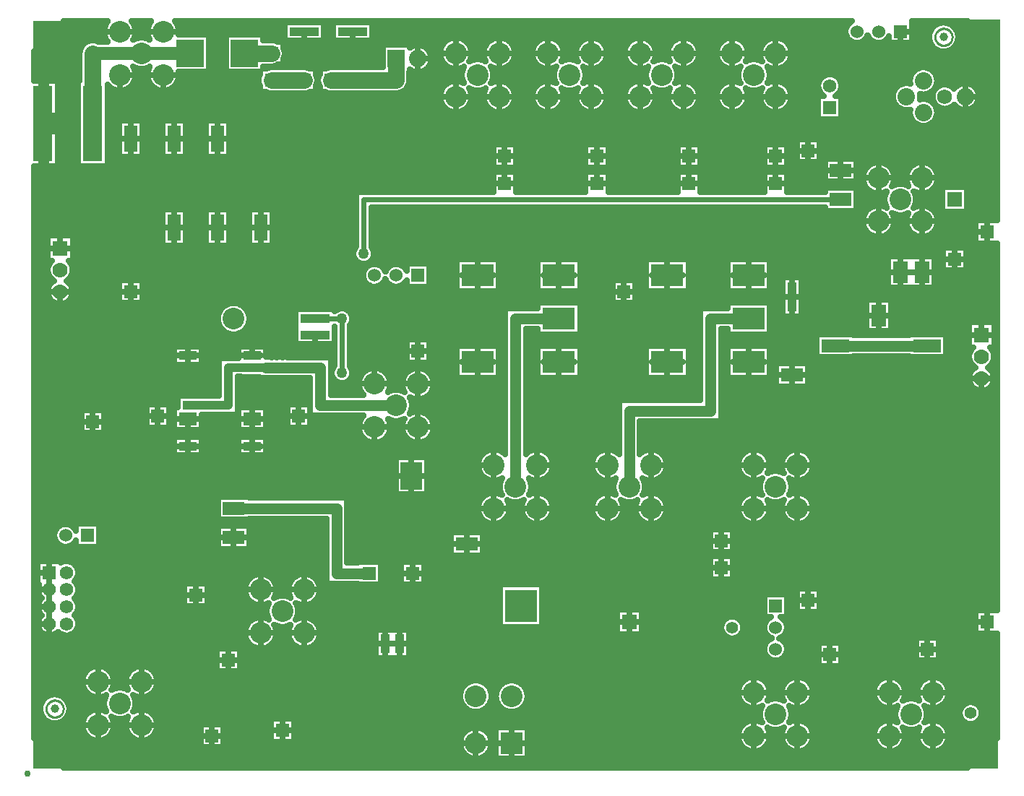
<source format=gbl>
*%FSLAX24Y24*%
*%MOIN*%
G01*
%ADD11C,0.0000*%
%ADD12C,0.0050*%
%ADD13C,0.0060*%
%ADD14C,0.0070*%
%ADD15C,0.0073*%
%ADD16C,0.0079*%
%ADD17C,0.0080*%
%ADD18C,0.0098*%
%ADD19C,0.0100*%
%ADD20C,0.0120*%
%ADD21C,0.0160*%
%ADD22C,0.0160*%
%ADD23C,0.0197*%
%ADD24C,0.0200*%
%ADD25C,0.0200*%
%ADD26C,0.0240*%
%ADD27C,0.0250*%
%ADD28C,0.0280*%
%ADD29C,0.0300*%
%ADD30C,0.0300*%
%ADD31C,0.0320*%
%ADD32C,0.0340*%
%ADD33C,0.0360*%
%ADD34C,0.0380*%
%ADD35C,0.0394*%
%ADD36C,0.0397*%
%ADD37C,0.0400*%
%ADD38C,0.0400*%
%ADD39C,0.0430*%
%ADD40C,0.0434*%
%ADD41C,0.0440*%
%ADD42C,0.0480*%
%ADD43C,0.0500*%
%ADD44C,0.0500*%
%ADD45C,0.0520*%
%ADD46C,0.0540*%
%ADD47C,0.0560*%
%ADD48C,0.0580*%
%ADD49C,0.0600*%
%ADD50C,0.0600*%
%ADD51C,0.0620*%
%ADD52C,0.0630*%
%ADD53C,0.0640*%
%ADD54C,0.0650*%
%ADD55C,0.0660*%
%ADD56C,0.0670*%
%ADD57C,0.0680*%
%ADD58C,0.0700*%
%ADD59C,0.0720*%
%ADD60C,0.0740*%
%ADD61C,0.0750*%
%ADD62C,0.0760*%
%ADD63C,0.0800*%
%ADD64C,0.0827*%
%ADD65C,0.0840*%
%ADD66C,0.0850*%
%ADD67C,0.0870*%
%ADD68C,0.0900*%
%ADD69C,0.1000*%
%ADD70C,0.1040*%
%ADD71C,0.1417*%
%ADD72C,0.1500*%
%ADD73C,0.1540*%
%ADD74C,0.2417*%
%ADD75R,0.0200X0.0200*%
%ADD76R,0.0200X0.0400*%
%ADD77R,0.0300X0.0250*%
%ADD78R,0.0300X0.0300*%
%ADD79R,0.0300X0.0600*%
%ADD80R,0.0340X0.0640*%
%ADD81R,0.0350X0.0550*%
%ADD82R,0.0350X0.0800*%
%ADD83R,0.0360X0.1300*%
%ADD84R,0.0400X0.0400*%
%ADD85R,0.0400X0.0500*%
%ADD86R,0.0400X0.1350*%
%ADD87R,0.0420X0.0850*%
%ADD88R,0.0440X0.0540*%
%ADD89R,0.0440X0.1390*%
%ADD90R,0.0460X0.0890*%
%ADD91R,0.0500X0.0200*%
%ADD92R,0.0500X0.0400*%
%ADD93R,0.0500X0.0500*%
%ADD94R,0.0500X0.0500*%
%ADD95R,0.0500X0.0850*%
%ADD96R,0.0540X0.0440*%
%ADD97R,0.0540X0.0890*%
%ADD98R,0.0540X0.1140*%
%ADD99R,0.0550X0.0350*%
%ADD100R,0.0551X0.0394*%
%ADD101R,0.0551X0.1417*%
%ADD102R,0.0560X0.0320*%
%ADD103R,0.0591X0.0434*%
%ADD104R,0.0600X0.0280*%
%ADD105R,0.0600X0.0360*%
%ADD106R,0.0600X0.0600*%
%ADD107R,0.0600X0.0600*%
%ADD108R,0.0600X0.0700*%
%ADD109R,0.0600X0.0900*%
%ADD110R,0.0600X0.1200*%
%ADD111R,0.0620X0.0620*%
%ADD112R,0.0640X0.0320*%
%ADD113R,0.0640X0.0400*%
%ADD114R,0.0640X0.0640*%
%ADD115R,0.0640X0.0740*%
%ADD116R,0.0640X0.1240*%
%ADD117R,0.0650X0.0200*%
%ADD118R,0.0650X0.0300*%
%ADD119R,0.0650X0.0550*%
%ADD120R,0.0660X0.0660*%
%ADD121R,0.0700X0.0300*%
%ADD122R,0.0700X0.0340*%
%ADD123R,0.0700X0.0350*%
%ADD124R,0.0700X0.0600*%
%ADD125R,0.0700X0.0700*%
%ADD126R,0.0700X0.0700*%
%ADD127R,0.0700X0.1000*%
%ADD128R,0.0709X0.0394*%
%ADD129R,0.0740X0.0640*%
%ADD130R,0.0740X0.0740*%
%ADD131R,0.0740X0.1040*%
%ADD132R,0.0749X0.0434*%
%ADD133R,0.0750X0.0300*%
%ADD134R,0.0750X0.0400*%
%ADD135R,0.0750X0.0550*%
%ADD136R,0.0750X0.0800*%
%ADD137R,0.0760X0.0760*%
%ADD138R,0.0800X0.0350*%
%ADD139R,0.0800X0.0550*%
%ADD140R,0.0800X0.0800*%
%ADD141R,0.0800X0.3400*%
%ADD142R,0.0827X0.0394*%
%ADD143R,0.0827X0.0591*%
%ADD144R,0.0840X0.0840*%
%ADD145R,0.0867X0.0434*%
%ADD146R,0.0867X0.0631*%
%ADD147R,0.0900X0.0900*%
%ADD148R,0.0900X0.3500*%
%ADD149R,0.0940X0.3540*%
%ADD150R,0.0950X0.1200*%
%ADD151R,0.0960X0.0540*%
%ADD152R,0.0960X0.1220*%
%ADD153R,0.0984X0.1260*%
%ADD154R,0.1000X0.0600*%
%ADD155R,0.1000X0.0800*%
%ADD156R,0.1000X0.1000*%
%ADD157R,0.1000X0.1000*%
%ADD158R,0.1000X0.1200*%
%ADD159R,0.1000X0.1250*%
%ADD160R,0.1040X0.0640*%
%ADD161R,0.1040X0.0840*%
%ADD162R,0.1040X0.1040*%
%ADD163R,0.1040X0.1290*%
%ADD164R,0.1100X0.1100*%
%ADD165R,0.1102X0.0394*%
%ADD166R,0.1200X0.0600*%
%ADD167R,0.1200X0.1200*%
%ADD168R,0.1250X0.0600*%
%ADD169R,0.1250X0.0800*%
%ADD170R,0.1250X0.1250*%
%ADD171R,0.1250X0.1250*%
%ADD172R,0.1260X0.0591*%
%ADD173R,0.1290X0.0640*%
%ADD174R,0.1290X0.1290*%
%ADD175R,0.1300X0.0631*%
%ADD176R,0.1300X0.0360*%
%ADD177R,0.1350X0.0400*%
%ADD178R,0.1390X0.0440*%
%ADD179R,0.1500X0.1000*%
%ADD180R,0.1500X0.1500*%
%ADD181R,0.1540X0.1040*%
%ADD182R,0.1540X0.1540*%
%ADD183R,0.1600X0.0200*%
%ADD184R,0.1600X0.2400*%
%ADD185R,0.1700X0.1700*%
%ADD186R,0.1900X0.1900*%
%ADD187R,0.2000X0.2000*%
%ADD188R,0.2100X0.2100*%
%ADD189R,0.2200X0.2200*%
%ADD190R,0.2300X0.2300*%
%ADD191R,0.2500X0.0500*%
%ADD192R,0.2750X0.0500*%
%ADD193R,0.3000X0.3000*%
%ADD194R,0.3300X0.2750*%
%ADD195R,0.3340X0.2790*%
%ADD196R,0.4250X0.0750*%
%ADD197R,0.4290X0.0790*%
D18*
X72444Y63600D02*
X72442Y63567D01*
X72438Y63534D01*
X72431Y63502D01*
X72422Y63471D01*
X72410Y63440D01*
X72395Y63410D01*
X72378Y63382D01*
X72359Y63355D01*
X72337Y63330D01*
X72313Y63307D01*
X72288Y63286D01*
X72261Y63268D01*
X72232Y63251D01*
X72203Y63237D01*
X72172Y63226D01*
X72140Y63217D01*
X72108Y63211D01*
X72075Y63207D01*
X72042Y63206D01*
X72009Y63208D01*
X71976Y63213D01*
X71944Y63221D01*
X71913Y63231D01*
X71882Y63244D01*
X71853Y63259D01*
X71825Y63277D01*
X71799Y63297D01*
X71775Y63319D01*
X71752Y63343D01*
X71731Y63369D01*
X71713Y63396D01*
X71697Y63425D01*
X71684Y63455D01*
X71673Y63486D01*
X71665Y63518D01*
X71659Y63551D01*
X71657Y63584D01*
Y63616D01*
X71659Y63649D01*
X71665Y63682D01*
X71673Y63714D01*
X71684Y63745D01*
X71697Y63775D01*
X71713Y63804D01*
X71731Y63831D01*
X71752Y63857D01*
X71775Y63881D01*
X71799Y63903D01*
X71825Y63923D01*
X71853Y63941D01*
X71882Y63956D01*
X71913Y63969D01*
X71944Y63979D01*
X71976Y63987D01*
X72009Y63992D01*
X72042Y63994D01*
X72075Y63993D01*
X72108Y63989D01*
X72140Y63983D01*
X72172Y63974D01*
X72203Y63963D01*
X72232Y63949D01*
X72261Y63932D01*
X72288Y63914D01*
X72313Y63893D01*
X72337Y63870D01*
X72359Y63845D01*
X72378Y63818D01*
X72395Y63790D01*
X72410Y63760D01*
X72422Y63729D01*
X72431Y63698D01*
X72438Y63666D01*
X72442Y63633D01*
X72444Y63600D01*
X31444Y32600D02*
X31442Y32567D01*
X31438Y32534D01*
X31431Y32502D01*
X31422Y32471D01*
X31410Y32440D01*
X31395Y32410D01*
X31378Y32382D01*
X31359Y32355D01*
X31337Y32330D01*
X31313Y32307D01*
X31288Y32286D01*
X31261Y32268D01*
X31232Y32251D01*
X31203Y32237D01*
X31172Y32226D01*
X31140Y32217D01*
X31108Y32211D01*
X31075Y32207D01*
X31042Y32206D01*
X31009Y32208D01*
X30976Y32213D01*
X30944Y32221D01*
X30913Y32231D01*
X30882Y32244D01*
X30853Y32259D01*
X30825Y32277D01*
X30799Y32297D01*
X30775Y32319D01*
X30752Y32343D01*
X30731Y32369D01*
X30713Y32396D01*
X30697Y32425D01*
X30684Y32455D01*
X30673Y32486D01*
X30665Y32518D01*
X30659Y32551D01*
X30657Y32584D01*
Y32616D01*
X30659Y32649D01*
X30665Y32682D01*
X30673Y32714D01*
X30684Y32745D01*
X30697Y32775D01*
X30713Y32804D01*
X30731Y32831D01*
X30752Y32857D01*
X30775Y32881D01*
X30799Y32903D01*
X30825Y32923D01*
X30853Y32941D01*
X30882Y32956D01*
X30913Y32969D01*
X30944Y32979D01*
X30976Y32987D01*
X31009Y32992D01*
X31042Y32994D01*
X31075Y32993D01*
X31108Y32989D01*
X31140Y32983D01*
X31172Y32974D01*
X31203Y32963D01*
X31232Y32949D01*
X31261Y32932D01*
X31288Y32914D01*
X31313Y32893D01*
X31337Y32870D01*
X31359Y32845D01*
X31378Y32818D01*
X31395Y32790D01*
X31410Y32760D01*
X31422Y32729D01*
X31431Y32698D01*
X31438Y32666D01*
X31442Y32633D01*
X31444Y32600D01*
D26*
X44300Y48100D02*
Y50600D01*
X45300Y53600D02*
Y56100D01*
X44300Y50600D02*
X43050D01*
X45300Y56100D02*
X67300D01*
D27*
X43776Y48816D02*
X43775Y48341D01*
X40324Y47920D02*
X40324Y47917D01*
X40324Y47876D01*
X40629Y47876D02*
X42825Y47869D01*
X40629Y47876D02*
X40475Y47876D01*
X40324Y47876D01*
X43775Y48816D02*
X43776Y48816D01*
X43775Y48816D02*
X43301Y48817D01*
X42825Y48819D01*
X40787Y48825D01*
X39629Y47925D02*
X39629Y47920D01*
X39629Y47917D01*
X39629Y47913D01*
X40324Y47920D02*
X40352Y47920D01*
X40324Y47920D02*
X40052Y47917D01*
X39629Y47913D01*
X30300Y61575D02*
Y62763D01*
Y57625D02*
Y39416D01*
Y37921D02*
Y37479D01*
Y37133D02*
Y36692D01*
Y36346D02*
Y31437D01*
X30550Y61575D02*
Y62658D01*
Y57625D02*
Y54425D01*
Y53275D01*
Y39416D01*
Y36049D02*
Y33043D01*
Y32157D02*
Y31542D01*
X30800Y61575D02*
Y62625D01*
Y57625D02*
Y54425D01*
Y52566D02*
Y52134D01*
Y51566D02*
Y39416D01*
Y35984D02*
Y33219D01*
Y31981D02*
Y31575D01*
X30075Y61575D02*
Y62948D01*
Y57625D02*
Y39416D01*
Y38346D01*
Y31252D01*
X30725Y53275D02*
Y54425D01*
X30271Y39416D02*
Y38346D01*
X30800Y62625D02*
Y63600D01*
X30500Y59600D02*
Y57625D01*
Y59600D02*
Y61575D01*
X30806Y38094D02*
Y37559D01*
Y38094D02*
Y38629D01*
X30806Y37306D02*
Y36771D01*
Y37306D02*
Y37841D01*
Y36519D02*
Y35984D01*
Y36519D02*
Y37054D01*
Y38346D02*
Y38881D01*
Y39416D01*
X30800Y31575D02*
Y30600D01*
X31050Y61575D02*
Y62658D01*
Y57625D02*
Y54425D01*
Y51332D02*
Y40760D01*
Y40440D02*
Y39416D01*
Y36043D02*
Y33268D01*
Y31932D02*
Y31542D01*
X31300Y61575D02*
Y62763D01*
Y61575D02*
Y57625D01*
Y54425D01*
Y51275D02*
Y41062D01*
Y40138D02*
Y39416D01*
Y36072D02*
Y33219D01*
Y31981D02*
Y31437D01*
X31550Y54425D02*
Y62977D01*
Y51332D02*
Y41125D01*
Y40075D02*
Y39416D01*
Y35986D02*
Y33043D01*
Y32157D02*
Y31223D01*
X31800Y54425D02*
Y64325D01*
Y52566D02*
Y52134D01*
Y51566D02*
Y41125D01*
Y40075D02*
Y39375D01*
Y36025D02*
Y29875D01*
X32050Y61575D02*
Y64325D01*
Y61575D02*
Y57625D01*
Y54425D01*
Y53275D01*
Y46375D01*
Y45325D01*
Y41125D01*
Y40075D02*
Y39160D01*
Y36240D02*
Y29875D01*
X32300Y63182D02*
Y64325D01*
Y57625D02*
Y46375D01*
Y45325D02*
Y41125D01*
Y40075D02*
Y29875D01*
X32550Y63395D02*
Y64325D01*
Y57625D02*
Y46375D01*
Y45325D02*
Y41125D01*
Y40075D02*
Y34375D01*
Y33325D02*
Y32375D01*
Y31325D02*
Y29875D01*
X32800Y63450D02*
Y64325D01*
Y57625D02*
Y46375D01*
Y45325D02*
Y41125D01*
Y40075D02*
Y34531D01*
Y33169D02*
Y32531D01*
Y31169D02*
Y29875D01*
X32200Y61575D02*
Y62850D01*
X31875Y54425D02*
Y53275D01*
X32275Y46375D02*
Y45325D01*
X32025Y41125D02*
Y40824D01*
Y40376D02*
Y40075D01*
X31341Y39416D02*
Y39353D01*
X31175Y57625D02*
Y61575D01*
X32125D02*
Y57625D01*
X32800Y45850D02*
Y45325D01*
Y45850D02*
Y46375D01*
X31300Y53850D02*
Y54425D01*
Y51850D02*
Y51275D01*
X33050Y63395D02*
Y64325D01*
Y57625D02*
Y46375D01*
Y45325D02*
Y41125D01*
Y40075D02*
Y34575D01*
Y33125D02*
Y32575D01*
Y31125D02*
Y29875D01*
X33300Y63375D02*
Y64325D01*
Y57625D02*
Y46375D01*
Y45325D02*
Y41125D01*
Y40075D01*
Y34531D01*
Y33169D02*
Y32531D01*
Y31169D02*
Y29875D01*
X33550Y57625D02*
Y61325D01*
Y57625D02*
Y46375D01*
Y45325D01*
Y34375D01*
Y31325D02*
Y29875D01*
X33800Y59725D02*
Y61169D01*
Y59725D02*
Y58075D01*
Y52375D01*
Y51325D01*
Y33531D01*
Y32169D02*
Y29875D01*
X34050Y59725D02*
Y61125D01*
Y58075D02*
Y52375D01*
Y51325D02*
Y33575D01*
Y32125D02*
Y29875D01*
X34300Y59725D02*
Y61169D01*
Y58075D02*
Y52375D01*
Y51325D02*
Y33531D01*
Y32169D02*
Y29875D01*
X34550Y59725D02*
Y61325D01*
Y58075D02*
Y52375D01*
Y51325D02*
Y34375D01*
Y31325D02*
Y29875D01*
X34800Y63531D02*
Y64325D01*
Y62169D02*
Y59725D01*
Y58075D02*
Y52375D01*
Y51325D02*
Y34531D01*
Y33169D02*
Y32531D01*
Y31169D02*
Y29875D01*
X33325Y45325D02*
Y46375D01*
X33075Y41125D02*
Y40075D01*
X34025Y58075D02*
Y59725D01*
Y52375D02*
Y51325D01*
X33475Y57625D02*
Y61408D01*
X34550Y51850D02*
Y51325D01*
Y51850D02*
Y52375D01*
Y58075D02*
Y58900D01*
Y59725D01*
X34050Y61125D02*
Y61850D01*
X33050Y31850D02*
Y31125D01*
Y31850D02*
Y32575D01*
Y33125D02*
Y33850D01*
Y34575D01*
X35050Y63575D02*
Y64325D01*
Y62125D02*
Y59725D01*
Y58075D02*
Y52375D01*
Y51325D02*
Y46625D01*
Y45575D01*
Y34575D01*
Y33125D02*
Y32575D01*
Y31125D02*
Y29875D01*
X35300Y63531D02*
Y64325D01*
Y62169D02*
Y59725D01*
Y58075D01*
Y52375D01*
Y51325D01*
Y46625D01*
Y45575D02*
Y34531D01*
Y33169D02*
Y32531D01*
Y31169D02*
Y29875D01*
X35550Y46625D02*
Y61325D01*
Y45575D02*
Y34375D01*
Y33325D02*
Y32375D01*
Y31325D02*
Y29875D01*
X35800Y59725D02*
Y61169D01*
Y59725D02*
Y58075D01*
Y55625D01*
Y53975D01*
Y46625D01*
Y45575D02*
Y29875D01*
X36050Y59725D02*
Y61125D01*
Y58075D02*
Y55625D01*
Y53975D02*
Y46625D01*
Y45575D02*
Y29875D01*
X36300Y59725D02*
Y61169D01*
Y58075D02*
Y55625D01*
Y53975D02*
Y49315D01*
Y48471D01*
Y46625D01*
Y45460D02*
Y45142D01*
Y44298D01*
Y29875D01*
X36550Y59725D02*
Y61325D01*
Y58075D02*
Y55625D01*
Y53975D02*
Y49315D01*
Y48471D01*
Y47032D01*
Y46625D01*
Y46500D02*
Y46188D01*
Y45575D01*
Y45460D02*
Y45142D01*
Y44298D01*
Y29875D01*
X36800Y63700D02*
Y64325D01*
Y62000D02*
Y59725D01*
Y58075D02*
Y55625D01*
Y53975D02*
Y49315D01*
Y48471D02*
Y47035D01*
Y45460D02*
Y45142D01*
Y44298D02*
Y38375D01*
Y37325D01*
Y29875D01*
X36025Y58075D02*
Y59725D01*
X35075D02*
Y58075D01*
X36025Y55625D02*
Y53975D01*
X35075Y52375D02*
Y51325D01*
X36325Y46625D02*
Y46500D01*
Y45575D01*
Y45460D01*
X35275Y45575D02*
Y46625D01*
X36557D02*
Y46500D01*
Y46188D01*
Y45575D01*
Y45460D01*
Y48471D02*
Y49315D01*
Y45142D02*
Y44298D01*
X36715Y47032D02*
Y47035D01*
Y47032D02*
Y46500D01*
X35800Y46100D02*
Y45575D01*
Y46100D02*
Y46625D01*
X36550Y53975D02*
Y54800D01*
Y55625D01*
Y58075D02*
Y58900D01*
Y59725D01*
X36050Y61125D02*
Y61850D01*
X35050Y33850D02*
Y33125D01*
Y33850D02*
Y34575D01*
Y31850D02*
Y31125D01*
Y31850D02*
Y32575D01*
X37050Y63700D02*
Y64325D01*
Y62000D02*
Y59725D01*
Y58075D02*
Y55625D01*
Y53975D02*
Y49315D01*
Y48471D02*
Y47035D01*
Y45460D02*
Y45142D01*
Y44298D02*
Y38375D01*
Y37325D02*
Y29875D01*
X37300Y63700D02*
Y64325D01*
Y62000D02*
Y59725D01*
Y58075D01*
Y55625D01*
Y53975D01*
Y49315D01*
Y48471D02*
Y47035D01*
Y45460D02*
Y45142D01*
Y44298D02*
Y38375D01*
Y37325D02*
Y29875D01*
X37550Y63700D02*
Y64325D01*
Y62000D02*
Y49315D01*
Y48471D02*
Y47035D01*
Y45460D02*
Y45142D01*
Y44298D02*
Y38375D01*
Y37325D02*
Y31875D01*
Y30825D01*
Y29875D01*
X37800Y63700D02*
Y64325D01*
Y62000D02*
Y59725D01*
Y58075D01*
Y55625D01*
Y53975D01*
Y49315D01*
Y48471D02*
Y47035D01*
Y45460D02*
Y45142D01*
Y44298D02*
Y38375D01*
Y37325D02*
Y31875D01*
Y30825D02*
Y29875D01*
X38050Y63700D02*
Y64325D01*
Y62000D02*
Y59725D01*
Y58075D02*
Y55625D01*
Y53975D02*
Y49315D01*
Y48471D01*
Y47035D01*
Y46185D02*
Y45460D01*
Y45142D01*
Y44298D01*
Y38375D01*
Y37325D02*
Y31875D01*
Y30825D02*
Y29875D01*
X38300Y63700D02*
Y64325D01*
Y63700D02*
Y62000D01*
Y59725D01*
Y58075D02*
Y55625D01*
Y53975D02*
Y47035D01*
Y46185D02*
Y42375D01*
Y41325D01*
Y41025D01*
Y39975D01*
Y38375D01*
Y37325D01*
Y35375D01*
Y34325D01*
Y31875D01*
Y30825D02*
Y29875D01*
X38550Y59725D02*
Y64325D01*
Y58075D02*
Y55625D01*
Y53975D02*
Y48775D01*
Y47925D01*
Y47035D01*
Y46185D02*
Y42375D01*
Y42325D02*
Y41375D01*
Y41325D02*
Y41025D01*
Y39975D01*
Y35375D01*
Y34325D02*
Y31875D01*
Y30825D02*
Y29875D01*
X38625Y47925D02*
Y48775D01*
Y47925D02*
Y47035D01*
X36869D02*
Y47032D01*
X38525Y35375D02*
Y34325D01*
X38075Y37325D02*
Y38375D01*
X37025D02*
Y37325D01*
X38150Y62000D02*
Y63700D01*
X38025Y59725D02*
Y58075D01*
X37075D02*
Y59725D01*
Y55625D02*
Y53975D01*
X38025D02*
Y55625D01*
X37834Y46185D02*
Y45460D01*
Y48471D02*
Y49315D01*
Y45142D02*
Y44298D01*
X38575Y41025D02*
Y39975D01*
Y39850D01*
Y42325D02*
Y42375D01*
Y42325D02*
Y41375D01*
Y41325D01*
X37775Y31875D02*
Y30825D01*
X38300D02*
Y31350D01*
Y31875D01*
X37196Y44082D02*
Y44720D01*
Y45358D01*
Y48255D02*
Y48893D01*
Y49532D01*
Y45980D02*
Y45342D01*
X38550Y53975D02*
Y54800D01*
Y55625D01*
Y58075D02*
Y58900D01*
Y59725D01*
X37550Y37850D02*
Y37325D01*
Y37850D02*
Y38375D01*
X38800Y63700D02*
Y64325D01*
Y63700D02*
Y62000D01*
Y59725D01*
Y58075D02*
Y55625D01*
Y53975D02*
Y51125D01*
Y50075D02*
Y48775D01*
Y46185D02*
Y42375D01*
Y41325D02*
Y41025D01*
Y39975D02*
Y35375D01*
Y34325D02*
Y31875D01*
Y30825D02*
Y29875D01*
X39050Y63700D02*
Y64325D01*
Y62000D02*
Y59725D01*
Y58075D02*
Y55625D01*
Y53975D02*
Y51281D01*
Y49919D02*
Y48775D01*
Y46185D02*
Y42375D01*
Y41325D02*
Y41025D01*
Y39975D02*
Y35375D01*
Y34325D02*
Y31875D01*
Y30825D01*
Y29875D01*
X39300Y63700D02*
Y64325D01*
Y62000D02*
Y59725D01*
Y58075D01*
Y55625D01*
Y53975D01*
Y51325D01*
Y49875D02*
Y49315D01*
Y48775D01*
Y46185D02*
Y45460D01*
Y45142D01*
Y44298D01*
Y42375D01*
Y41325D02*
Y41025D01*
Y39975D02*
Y35375D01*
Y34325D02*
Y29875D01*
X39550Y63700D02*
Y64325D01*
Y62000D02*
Y51281D01*
Y49919D02*
Y49315D01*
Y47917D02*
Y47035D01*
Y46500D01*
Y45460D02*
Y45142D01*
Y44298D02*
Y42375D01*
Y41325D02*
Y41025D01*
Y39975D02*
Y35375D01*
Y34325D02*
Y29875D01*
X39800Y63700D02*
Y64325D01*
Y62000D02*
Y55625D01*
Y53975D01*
Y51125D01*
Y50075D02*
Y49315D01*
Y47914D02*
Y46500D01*
Y45460D02*
Y45142D01*
Y44298D02*
Y42375D01*
Y41325D02*
Y41025D01*
Y39975D02*
Y35375D01*
Y34325D01*
Y29875D01*
X40050Y63700D02*
Y64325D01*
Y62000D02*
Y55625D01*
Y53975D02*
Y49315D01*
Y47917D02*
Y46500D01*
Y45460D02*
Y45142D01*
Y44298D02*
Y42375D01*
Y41325D02*
Y41025D01*
Y39975D01*
Y38625D01*
Y37575D02*
Y36625D01*
Y35575D02*
Y29875D01*
X40300Y63700D02*
Y64325D01*
Y62000D02*
Y61075D01*
Y55625D01*
Y53975D02*
Y49315D01*
Y47917D02*
Y46500D01*
Y45460D02*
Y45142D01*
Y44298D02*
Y42375D01*
Y41325D02*
Y41025D01*
Y39975D01*
Y38781D01*
Y37419D02*
Y36781D01*
Y35419D02*
Y29875D01*
X40550Y63700D02*
Y64325D01*
Y61075D02*
Y55625D01*
Y53975D02*
Y49315D01*
Y47876D02*
Y46500D01*
Y45460D02*
Y45142D01*
Y44298D02*
Y42325D01*
Y41375D02*
Y38825D01*
Y37375D02*
Y36825D01*
Y35375D02*
Y29875D01*
X40475Y47920D02*
Y47922D01*
Y47920D02*
Y47917D01*
Y47876D01*
X39625Y47920D02*
Y47925D01*
Y47920D02*
Y47917D01*
X39475Y47920D02*
Y47925D01*
Y47920D02*
Y47917D01*
Y47035D01*
Y46500D01*
Y46185D01*
X39575Y35375D02*
Y34325D01*
X40525Y61890D02*
Y62000D01*
Y61310D02*
Y61075D01*
Y60950D01*
X40650Y63450D02*
Y63700D01*
Y62250D02*
Y62125D01*
X38950Y62000D02*
Y63700D01*
X40025Y55625D02*
Y53975D01*
X39075Y58075D02*
Y59725D01*
Y55625D02*
Y53975D01*
X39510Y46500D02*
Y46185D01*
Y45460D01*
Y48775D02*
Y49315D01*
Y45142D02*
Y44298D01*
X40025Y41025D02*
Y39975D01*
Y39850D01*
Y42325D02*
Y42375D01*
Y41375D02*
Y41325D01*
X38825Y31875D02*
Y30825D01*
X39300Y39775D02*
Y40500D01*
Y41225D01*
X40148Y44082D02*
Y44720D01*
Y45358D01*
Y48893D02*
Y49532D01*
Y45980D02*
Y45342D01*
Y45980D02*
Y46618D01*
X40550Y53975D02*
Y54800D01*
Y55625D01*
Y36100D02*
Y35375D01*
Y36100D02*
Y36825D01*
Y37375D02*
Y38100D01*
Y38825D01*
X39050Y34850D02*
Y34325D01*
Y34850D02*
Y35375D01*
X40800Y63700D02*
Y64325D01*
Y63700D02*
Y63450D01*
Y61000D02*
Y55625D01*
Y53975D02*
Y49315D01*
Y48825D01*
Y47875D02*
Y46500D01*
Y45460D01*
Y45142D01*
Y44298D01*
Y42325D01*
Y41375D02*
Y38781D01*
Y37419D02*
Y36781D01*
Y35419D02*
Y32125D01*
Y31075D01*
Y29875D01*
X41050Y63450D02*
Y64325D01*
Y61000D02*
Y55625D01*
Y53975D02*
Y49315D01*
Y48824D01*
Y47874D02*
Y46500D01*
Y45460D01*
Y45142D01*
Y44298D01*
Y42325D01*
Y41375D02*
Y38625D01*
Y35575D02*
Y32125D01*
Y31075D02*
Y29875D01*
X41300Y63450D02*
Y64325D01*
Y61000D02*
Y55625D01*
Y53975D01*
Y48823D01*
Y47873D02*
Y42325D01*
Y41375D02*
Y37781D01*
Y36419D02*
Y32125D01*
Y31075D02*
Y29875D01*
X41550Y63425D02*
Y64275D01*
Y61000D02*
Y48823D01*
Y47873D02*
Y46625D01*
Y45575D01*
Y42325D01*
Y41375D02*
Y37825D01*
Y36375D02*
Y32125D01*
Y31075D02*
Y29875D01*
X41800Y62325D02*
Y63375D01*
Y61000D02*
Y48822D01*
Y47872D02*
Y46625D01*
Y45575D02*
Y42325D01*
Y41375D02*
Y37781D01*
Y36419D02*
Y32125D01*
Y31075D02*
Y29875D01*
X42050Y62200D02*
Y63425D01*
Y61000D02*
Y51025D01*
Y50275D01*
Y50175D02*
Y49425D01*
Y48821D01*
Y47871D02*
Y46625D01*
Y45575D02*
Y42325D01*
Y41375D02*
Y38625D01*
Y35575D02*
Y32125D01*
Y31075D02*
Y29875D01*
X42300Y62200D02*
Y63425D01*
Y61000D02*
Y51025D01*
Y49425D02*
Y48820D01*
Y47870D02*
Y46625D01*
Y45575D02*
Y42325D01*
Y41375D02*
Y38781D01*
Y37419D02*
Y36781D01*
Y35419D02*
Y32125D01*
Y31075D01*
Y29875D01*
X42550Y62200D02*
Y63425D01*
Y61000D02*
Y51025D01*
Y49425D02*
Y48819D01*
Y47869D02*
Y47075D01*
Y46625D01*
Y45575D02*
Y42325D01*
Y41375D02*
Y38825D01*
Y37375D02*
Y36825D01*
Y35375D02*
Y29875D01*
X41775Y45575D02*
Y46625D01*
X42150Y50275D02*
Y51025D01*
Y50275D02*
Y50175D01*
Y50050D01*
Y50175D02*
Y49425D01*
Y49300D01*
X41650Y64275D02*
Y64325D01*
Y64275D02*
Y63425D01*
Y63375D01*
X41575D02*
Y63425D01*
Y63375D02*
Y63140D01*
Y62560D02*
Y62325D01*
Y62200D01*
Y61000D02*
Y60950D01*
X41075Y55625D02*
Y53975D01*
X40787Y46500D02*
Y45460D01*
Y48825D02*
Y49315D01*
Y45142D02*
Y44298D01*
X42075Y32125D02*
Y31075D01*
X41025D02*
Y32125D01*
X41550Y31600D02*
Y31075D01*
Y31600D02*
Y32125D01*
X42550Y62950D02*
Y63850D01*
X42300Y46100D02*
Y45575D01*
Y46100D02*
Y46625D01*
X42550Y38100D02*
Y37375D01*
Y38100D02*
Y38825D01*
Y36100D02*
Y35375D01*
Y36100D02*
Y36825D01*
X42800Y62200D02*
Y63425D01*
Y61000D02*
Y51025D01*
Y49425D02*
Y48819D01*
Y47869D02*
Y47075D01*
Y46625D01*
Y45575D02*
Y42325D01*
Y41375D02*
Y38781D01*
Y37419D02*
Y36781D01*
Y35419D02*
Y29875D01*
X43050Y62125D02*
Y63425D01*
Y61075D02*
Y51025D01*
Y49425D02*
Y48818D01*
Y46125D02*
Y45575D01*
Y42325D01*
Y41375D02*
Y38625D01*
Y37575D02*
Y36625D01*
Y35575D02*
Y29875D01*
X43300Y62125D02*
Y63425D01*
Y61075D02*
Y51025D01*
Y49425D02*
Y48817D01*
Y46125D02*
Y42325D01*
Y41375D02*
Y39325D01*
Y38375D01*
Y29875D01*
X43550Y63425D02*
Y64275D01*
Y63425D02*
Y62200D01*
Y61000D02*
Y51025D01*
Y49425D02*
Y48817D01*
Y46125D02*
Y42325D01*
Y41375D02*
Y39325D01*
Y38375D01*
Y29875D01*
X43800Y63425D02*
Y64275D01*
Y63425D02*
Y62200D01*
Y61000D02*
Y51025D01*
Y49425D02*
Y48817D01*
Y47755D01*
Y47075D01*
Y46125D02*
Y42325D01*
Y38375D02*
Y29875D01*
X44050Y62200D02*
Y63425D01*
Y61000D02*
Y51025D01*
Y47696D02*
Y47075D01*
Y46125D02*
Y42325D01*
Y38375D02*
Y29875D01*
X44300Y62200D02*
Y63425D01*
Y61000D02*
Y59056D01*
Y58544D02*
Y57156D01*
Y56644D02*
Y51075D01*
Y47625D02*
Y47075D01*
Y46125D02*
Y42325D01*
Y38375D02*
Y29875D01*
X44550Y62200D02*
Y63425D01*
Y61000D02*
Y59251D01*
Y56449D02*
Y51004D01*
Y47696D02*
Y47075D01*
Y46125D02*
Y42325D01*
Y41375D01*
Y39325D01*
Y38375D02*
Y29875D01*
X44645Y50926D02*
Y50945D01*
Y50274D02*
Y50255D01*
Y48426D01*
Y47774D02*
Y47755D01*
X43955Y50945D02*
Y51025D01*
Y50255D02*
Y50175D01*
Y49425D01*
Y48817D01*
Y48426D01*
Y47774D02*
Y47755D01*
X43775Y48816D02*
Y48817D01*
Y48816D02*
Y48341D01*
Y47755D01*
Y47075D01*
X42825D02*
Y47869D01*
Y47075D02*
Y46625D01*
Y46125D01*
Y46000D01*
X44525Y42325D02*
Y41375D01*
Y39325D01*
X43575D02*
Y41375D01*
Y39325D02*
Y38375D01*
X42825Y45575D02*
Y46125D01*
Y45575D02*
Y45450D01*
X43950Y50945D02*
Y51025D01*
Y50255D02*
Y50175D01*
Y50050D01*
Y50175D02*
Y49425D01*
Y49300D01*
X43900Y64275D02*
Y64325D01*
Y64275D02*
Y63425D01*
X43450Y64275D02*
Y64325D01*
Y64275D02*
Y63425D01*
X43075Y62125D02*
Y61890D01*
Y61310D02*
Y61075D01*
X43275Y61890D02*
Y62125D01*
Y61310D02*
Y61075D01*
X43050Y49850D02*
Y48950D01*
X44800Y62200D02*
Y63425D01*
Y61000D02*
Y59264D01*
Y56436D02*
Y55755D01*
Y53255D01*
Y50945D01*
Y50255D01*
Y47755D01*
Y47075D01*
Y46125D02*
Y42325D01*
Y41375D01*
Y39375D01*
Y38325D02*
Y29875D01*
X45050Y62200D02*
Y63425D01*
Y61000D02*
Y59121D01*
Y58025D02*
Y57675D01*
Y53196D02*
Y47075D01*
Y46125D02*
Y39375D01*
Y38325D02*
Y29875D01*
X45300Y62200D02*
Y63425D01*
Y61000D02*
Y58761D01*
Y58039D02*
Y57661D01*
Y56939D02*
Y56445D01*
Y53125D02*
Y52760D01*
Y52440D02*
Y48125D01*
Y45075D02*
Y39375D01*
Y38325D02*
Y29875D01*
X45550Y62200D02*
Y63425D01*
Y61000D02*
Y58717D01*
Y58083D02*
Y57617D01*
Y56983D02*
Y56445D01*
Y52138D02*
Y48281D01*
Y44919D02*
Y39375D01*
Y38325D02*
Y29875D01*
X45800Y63425D02*
Y64275D01*
Y63425D02*
Y62200D01*
Y61000D02*
Y58772D01*
Y58028D02*
Y57672D01*
Y56928D02*
Y56445D01*
Y55755D02*
Y53255D01*
Y52075D02*
Y48325D01*
Y44875D02*
Y39375D01*
Y38325D02*
Y36250D01*
Y34950D01*
Y29875D01*
X46050Y63225D02*
Y64325D01*
Y63225D02*
Y62200D01*
Y61000D02*
Y58625D01*
Y58175D02*
Y57525D01*
Y57075D02*
Y56445D01*
Y55755D02*
Y53062D01*
Y52138D02*
Y48281D01*
Y44919D02*
Y39375D01*
Y38325D02*
Y36250D01*
Y34950D02*
Y29875D01*
X46300Y63225D02*
Y64325D01*
Y61000D02*
Y56445D01*
Y55755D02*
Y52760D01*
Y52440D02*
Y48125D01*
Y45075D02*
Y39375D01*
Y38325D01*
Y36250D01*
Y34950D02*
Y29875D01*
X46550Y63225D02*
Y64325D01*
Y61000D02*
Y56445D01*
Y55755D02*
Y53062D01*
Y52138D02*
Y47281D01*
Y45919D02*
Y44200D01*
Y42500D01*
Y36250D01*
Y34950D02*
Y29875D01*
X45645Y53926D02*
Y55755D01*
Y53274D02*
Y53255D01*
X44955Y55755D02*
Y56445D01*
Y55755D02*
Y53926D01*
Y53274D02*
Y53255D01*
X46075Y39375D02*
Y39325D01*
Y38375D01*
Y38325D01*
X45025Y39325D02*
Y39375D01*
Y38375D02*
Y38325D01*
X46175Y62200D02*
Y63225D01*
X45700Y64275D02*
Y64325D01*
Y64275D02*
Y63425D01*
X45865Y36250D02*
Y34950D01*
X45800Y44875D02*
Y45600D01*
Y47600D02*
Y48325D01*
X46300Y35600D02*
Y34950D01*
Y35600D02*
Y36250D01*
X44800Y62950D02*
Y63850D01*
X46800Y64325D02*
Y63225D01*
Y61000D02*
Y56445D01*
Y55755D02*
Y53125D01*
Y52075D02*
Y47325D01*
Y45875D02*
Y44200D01*
Y42500D02*
Y39375D01*
Y38325D01*
Y36250D01*
Y34950D02*
Y29875D01*
X47050Y63225D02*
Y64325D01*
Y61000D02*
Y56445D01*
Y55755D02*
Y53125D01*
Y52075D02*
Y49625D01*
Y48575D01*
Y47281D01*
Y45919D02*
Y44200D01*
Y42500D02*
Y39375D01*
Y38325D02*
Y36250D01*
Y34950D02*
Y29875D01*
X47300Y63225D02*
Y64325D01*
Y61268D02*
Y56445D01*
Y55755D02*
Y53125D01*
Y52075D02*
Y49625D01*
Y48575D02*
Y48125D01*
Y45075D02*
Y44200D01*
Y42500D02*
Y39375D01*
Y38325D02*
Y36250D01*
Y34950D02*
Y29875D01*
X47550Y63225D02*
Y64325D01*
Y61975D02*
Y56445D01*
Y55755D02*
Y53125D01*
Y52075D02*
Y49625D01*
Y48575D02*
Y48281D01*
Y46919D02*
Y46281D01*
Y44919D02*
Y44200D01*
Y42500D02*
Y39375D01*
Y38325D02*
Y36250D01*
Y34950D01*
Y29875D01*
X47800Y63225D02*
Y64325D01*
Y61975D02*
Y56445D01*
Y55755D02*
Y53125D01*
Y52075D02*
Y49625D01*
Y48575D02*
Y48325D01*
Y46875D02*
Y46325D01*
Y44875D02*
Y44200D01*
Y42500D02*
Y39375D01*
Y38325D02*
Y29875D01*
X48050Y63173D02*
Y64325D01*
Y62027D02*
Y56445D01*
Y55755D02*
Y53125D01*
Y52075D02*
Y49625D01*
Y48575D02*
Y48281D01*
Y46919D02*
Y46281D01*
Y44919D02*
Y44200D01*
Y42500D02*
Y39375D01*
Y38325D02*
Y29875D01*
X48300Y62975D02*
Y64325D01*
Y62225D02*
Y56445D01*
Y55755D02*
Y53125D01*
Y52075D02*
Y49625D01*
Y48575D02*
Y48125D01*
Y47075D02*
Y46125D01*
Y45075D02*
Y44200D01*
Y42500D01*
Y39375D01*
Y38325D01*
Y29875D01*
X48550Y56445D02*
Y64325D01*
Y55755D02*
Y53125D01*
Y52075D01*
Y49625D01*
Y48575D01*
Y29875D01*
X47400Y61600D02*
Y61975D01*
Y61600D02*
Y61600D01*
X48225Y44200D02*
Y42500D01*
X46775D02*
Y44200D01*
X47425Y63100D02*
Y63225D01*
Y62100D02*
Y61975D01*
X47405Y36250D02*
Y34950D01*
X48075Y38325D02*
Y39375D01*
X47025D02*
Y38325D01*
X48325Y48575D02*
Y49625D01*
X47275D02*
Y48575D01*
X48325Y52075D02*
Y53125D01*
X47275D02*
Y52824D01*
Y52376D02*
Y52075D01*
X47800Y49100D02*
Y48575D01*
Y49100D02*
Y49625D01*
Y47600D02*
Y46875D01*
Y47600D02*
Y48325D01*
Y45600D02*
Y44875D01*
Y45600D02*
Y46325D01*
X47550Y38850D02*
Y38325D01*
Y38850D02*
Y39375D01*
X46970Y35600D02*
Y34950D01*
Y35600D02*
Y36250D01*
X47800Y61975D02*
Y62600D01*
Y63225D01*
X47500Y43350D02*
Y42500D01*
Y43350D02*
Y44200D01*
X48800Y56445D02*
Y64325D01*
Y55755D02*
Y29875D01*
X49050Y63375D02*
Y64325D01*
Y62325D02*
Y61375D01*
Y60325D02*
Y56445D01*
Y55755D02*
Y40725D01*
Y39675D01*
Y29875D01*
X49300Y63531D02*
Y64325D01*
Y62169D02*
Y61531D01*
Y60169D02*
Y56445D01*
Y55755D02*
Y53325D01*
Y51875D01*
Y49325D01*
Y47875D01*
Y40725D01*
Y39675D01*
Y29875D01*
X49550Y63575D02*
Y64325D01*
Y62125D02*
Y61575D01*
Y60125D02*
Y56445D01*
Y55755D02*
Y53325D01*
Y51875D01*
Y49325D01*
Y47875D01*
Y40725D01*
Y39675D02*
Y29875D01*
X49800Y63531D02*
Y64325D01*
Y62169D02*
Y61531D01*
Y60169D02*
Y56445D01*
Y55755D02*
Y53325D01*
Y51875D02*
Y49325D01*
Y47875D02*
Y40725D01*
Y39675D02*
Y33452D01*
Y32914D02*
Y31286D01*
Y30748D02*
Y29875D01*
X50050Y63375D02*
Y64325D01*
Y60325D02*
Y56445D01*
Y55755D02*
Y53325D01*
Y51875D02*
Y49325D01*
Y47875D02*
Y40725D01*
Y39675D02*
Y33771D01*
Y32594D02*
Y31606D01*
Y30429D02*
Y29875D01*
X50300Y62531D02*
Y64325D01*
Y61169D02*
Y56445D01*
Y55755D02*
Y53325D01*
Y51875D02*
Y49325D01*
Y47875D02*
Y40725D01*
Y39675D02*
Y33887D01*
Y32479D02*
Y31721D01*
Y30313D02*
Y29875D01*
X49325Y39675D02*
Y40725D01*
X49575Y51875D02*
Y53325D01*
Y49325D02*
Y47875D01*
X50473Y31017D02*
Y30292D01*
Y31017D02*
Y31742D01*
X50050Y39475D02*
Y40200D01*
Y40925D01*
X49550Y60125D02*
Y60850D01*
Y61575D01*
Y62125D02*
Y62850D01*
Y63575D01*
X50550Y64325D02*
Y62575D01*
Y61125D02*
Y56445D01*
Y55755D02*
Y53325D01*
Y51875D02*
Y49325D01*
Y47875D02*
Y40725D01*
Y39675D02*
Y33904D01*
Y32462D02*
Y31738D01*
Y30296D02*
Y29875D01*
X50800Y62531D02*
Y64325D01*
Y61169D02*
Y56445D01*
Y55755D02*
Y53325D01*
Y51875D02*
Y49325D01*
Y47875D02*
Y44375D01*
Y43325D02*
Y42375D01*
Y41325D02*
Y40725D01*
Y39675D01*
Y33830D01*
Y32536D02*
Y31664D01*
Y30370D02*
Y29875D01*
X51050Y63375D02*
Y64325D01*
Y60325D02*
Y58625D01*
Y57575D01*
Y57375D02*
Y56445D01*
Y55755D02*
Y53325D01*
Y51875D02*
Y49325D01*
Y47875D02*
Y44531D01*
Y43169D02*
Y42531D01*
Y41169D02*
Y40725D01*
Y39675D01*
Y33622D01*
Y32743D02*
Y31457D01*
Y30578D02*
Y29875D01*
X51300Y63531D02*
Y64325D01*
Y62169D02*
Y61531D01*
Y60169D02*
Y58625D01*
Y55755D02*
Y53325D01*
Y51875D02*
Y49325D01*
Y47875D02*
Y44575D01*
Y43125D02*
Y42575D01*
Y41125D02*
Y38325D01*
Y36375D01*
Y31742D01*
Y30292D01*
Y29875D01*
X51550Y63575D02*
Y64325D01*
Y62125D02*
Y61575D01*
Y60125D02*
Y58625D01*
Y55755D02*
Y53325D01*
Y51875D01*
Y51075D01*
Y50125D01*
Y49325D01*
Y47875D01*
Y44531D01*
Y43169D02*
Y42531D01*
Y41169D02*
Y38325D01*
Y36375D01*
Y33622D01*
Y32743D02*
Y31742D01*
Y30292D02*
Y29875D01*
X51800Y63531D02*
Y64325D01*
Y62169D02*
Y61531D01*
Y60169D02*
Y58625D01*
Y55755D02*
Y53325D01*
Y51875D01*
Y51075D01*
Y50125D01*
Y49325D01*
Y47875D01*
Y44375D01*
Y41325D02*
Y38325D01*
Y36375D02*
Y33830D01*
Y32536D02*
Y31742D01*
Y30292D02*
Y29875D01*
X52050Y63375D02*
Y64325D01*
Y62325D02*
Y61375D01*
Y60325D02*
Y58625D01*
Y55755D02*
Y51075D01*
Y42169D02*
Y38325D01*
Y36375D02*
Y33904D01*
Y32462D02*
Y31742D01*
Y30292D02*
Y29875D01*
X52300Y58625D02*
Y64325D01*
Y55755D02*
Y51075D01*
Y42125D02*
Y38325D01*
Y36375D02*
Y33887D01*
Y32479D02*
Y31742D01*
Y30292D02*
Y29875D01*
X51825Y50125D02*
Y51075D01*
Y50125D02*
Y44350D01*
X52325Y56445D02*
Y57375D01*
X51275D02*
Y56445D01*
X52325Y57575D02*
Y58625D01*
Y57575D02*
Y57450D01*
X51275Y57575D02*
Y58625D01*
Y57575D02*
Y57450D01*
X51575Y38325D02*
Y36375D01*
X50775Y39675D02*
Y40725D01*
X51402Y31742D02*
Y30292D01*
X51525Y51875D02*
Y53325D01*
Y49325D02*
Y47875D01*
X50550Y47625D02*
Y48600D01*
Y49575D01*
Y51625D02*
Y52600D01*
Y53575D01*
X52127Y31017D02*
Y30292D01*
Y31017D02*
Y31742D01*
X51300Y41125D02*
Y41850D01*
Y42575D01*
Y43125D02*
Y43850D01*
Y44575D01*
X51550Y62125D02*
Y62850D01*
Y63575D01*
Y60850D02*
Y60125D01*
Y60850D02*
Y61575D01*
X51800Y58100D02*
Y57575D01*
Y58100D02*
Y58625D01*
Y57375D02*
Y56850D01*
X52550Y58625D02*
Y64325D01*
Y58625D02*
Y57575D01*
Y57375D02*
Y56445D01*
Y55755D02*
Y51075D01*
Y42169D02*
Y38325D01*
Y36375D02*
Y33771D01*
Y32594D02*
Y31742D01*
Y30292D02*
Y29875D01*
X52800Y56445D02*
Y64325D01*
Y55755D02*
Y51075D01*
Y50125D02*
Y44375D01*
Y41325D02*
Y38325D01*
Y36375D02*
Y33452D01*
Y32914D02*
Y31742D01*
Y30292D02*
Y29875D01*
X53050Y56445D02*
Y64325D01*
Y55755D02*
Y53325D01*
Y51875D01*
Y51325D01*
Y51075D01*
Y50125D02*
Y49875D01*
Y49325D01*
Y47875D01*
Y44531D01*
Y43169D02*
Y42531D01*
Y41169D02*
Y38325D01*
Y36375D02*
Y31742D01*
Y30292D01*
Y29875D01*
X53300Y63375D02*
Y64325D01*
Y62325D02*
Y61375D01*
Y60325D02*
Y56445D01*
Y55755D02*
Y53325D01*
Y51875D01*
Y51325D01*
Y51075D01*
Y50125D02*
Y49875D01*
Y49325D01*
Y47875D01*
Y44575D01*
Y43125D02*
Y42575D01*
Y41125D02*
Y38325D01*
Y36375D02*
Y29875D01*
X53550Y63531D02*
Y64325D01*
Y62169D02*
Y61531D01*
Y60169D02*
Y56445D01*
Y55755D02*
Y53325D01*
Y51875D02*
Y51325D01*
Y49875D02*
Y49325D01*
Y47875D02*
Y44531D01*
Y43169D02*
Y42531D01*
Y41169D02*
Y38325D01*
Y36375D01*
Y29875D01*
X53800Y63575D02*
Y64325D01*
Y62125D02*
Y61575D01*
Y60125D02*
Y56445D01*
Y55755D02*
Y53325D01*
Y51875D02*
Y51325D01*
Y49875D02*
Y49325D01*
Y47875D02*
Y44375D01*
Y43325D02*
Y42375D01*
Y41325D02*
Y38325D01*
Y36375D01*
Y29875D01*
X54050Y63531D02*
Y64325D01*
Y62169D02*
Y61531D01*
Y60169D02*
Y56445D01*
Y55755D02*
Y53325D01*
Y51875D02*
Y51325D01*
Y49875D02*
Y49325D01*
Y47875D02*
Y29875D01*
X54300Y63375D02*
Y64325D01*
Y60325D02*
Y56445D01*
Y55755D02*
Y53325D01*
Y51875D02*
Y51325D01*
Y49875D02*
Y49325D01*
Y47875D02*
Y29875D01*
X52775Y44350D02*
Y50125D01*
X53525Y38325D02*
Y36375D01*
X52852Y31742D02*
Y30292D01*
X53325Y51875D02*
Y53325D01*
Y49325D02*
Y47875D01*
Y51075D02*
Y51325D01*
Y50125D02*
Y49875D01*
X54300Y48600D02*
Y47625D01*
Y48600D02*
Y49575D01*
Y51625D02*
Y52600D01*
Y53575D01*
X53300Y43850D02*
Y43125D01*
Y43850D02*
Y44575D01*
Y41850D02*
Y41125D01*
Y41850D02*
Y42575D01*
X53800Y60125D02*
Y60850D01*
Y61575D01*
Y62125D02*
Y62850D01*
Y63575D01*
X54550Y64325D02*
Y62531D01*
Y61169D02*
Y56445D01*
Y55755D02*
Y53325D01*
Y51875D02*
Y51325D01*
Y49875D02*
Y49325D01*
Y47875D02*
Y29875D01*
X54800Y62575D02*
Y64325D01*
Y61125D02*
Y56445D01*
Y55755D02*
Y53325D01*
Y51875D02*
Y51325D01*
Y49875D02*
Y49325D01*
Y47875D02*
Y29875D01*
X55050Y62531D02*
Y64325D01*
Y61169D02*
Y56445D01*
Y55755D02*
Y53325D01*
Y51875D02*
Y51325D01*
Y49875D02*
Y49325D01*
Y47875D02*
Y29875D01*
X55300Y63375D02*
Y64325D01*
Y60325D02*
Y58625D01*
Y57575D01*
Y57375D02*
Y56445D01*
Y55755D02*
Y53325D01*
Y51875D01*
Y51325D01*
Y49875D01*
Y49325D01*
Y47875D01*
Y29875D01*
X55550Y63531D02*
Y64325D01*
Y62169D02*
Y61531D01*
Y60169D02*
Y58625D01*
Y55755D02*
Y53325D01*
Y51875D01*
Y51325D01*
Y49875D01*
Y49325D01*
Y47875D01*
Y29875D01*
X55800Y63575D02*
Y64325D01*
Y62125D02*
Y61575D01*
Y60125D02*
Y58625D01*
Y55755D02*
Y29875D01*
X56050Y63531D02*
Y64325D01*
Y62169D02*
Y61531D01*
Y60169D02*
Y58625D01*
Y55755D02*
Y44375D01*
Y43325D02*
Y42375D01*
Y41325D02*
Y29875D01*
X56300Y63375D02*
Y64325D01*
Y62325D02*
Y61375D01*
Y60325D02*
Y58625D01*
Y55755D02*
Y44531D01*
Y43169D02*
Y42531D01*
Y41169D02*
Y29875D01*
X55525Y57575D02*
Y58625D01*
Y57575D02*
Y57450D01*
Y57375D02*
Y56445D01*
X55275Y53325D02*
Y51875D01*
Y49325D02*
Y47875D01*
Y49875D02*
Y51325D01*
X56050Y56850D02*
Y57375D01*
Y57575D02*
Y58100D01*
Y58625D01*
X55800Y62125D02*
Y62850D01*
Y63575D01*
Y60850D02*
Y60125D01*
Y60850D02*
Y61575D01*
X56550Y64325D02*
Y58625D01*
Y55755D02*
Y52375D01*
Y51325D01*
Y44575D01*
Y43125D02*
Y42575D01*
Y41125D02*
Y29875D01*
X56800Y58625D02*
Y64325D01*
Y58625D02*
Y57575D01*
Y57375D02*
Y56445D01*
Y55755D02*
Y52375D01*
Y51325D02*
Y46825D01*
Y45875D01*
Y44531D01*
Y43169D02*
Y42531D01*
Y41169D02*
Y37175D01*
Y36025D01*
Y29875D01*
X57050Y56445D02*
Y64325D01*
Y55755D02*
Y52375D01*
Y51325D02*
Y46825D01*
Y45875D01*
Y44375D01*
Y41325D02*
Y37175D01*
Y36025D02*
Y29875D01*
X57300Y56445D02*
Y64325D01*
Y55755D02*
Y52375D01*
Y51325D02*
Y46825D01*
Y42169D02*
Y37175D01*
Y36025D02*
Y29875D01*
X57550Y63375D02*
Y64325D01*
Y62325D02*
Y61375D01*
Y60325D02*
Y56445D01*
Y55755D02*
Y52375D01*
Y51325D02*
Y46825D01*
Y42125D02*
Y37175D01*
Y36025D02*
Y29875D01*
X57800Y63531D02*
Y64325D01*
Y62169D02*
Y61531D01*
Y60169D02*
Y56445D01*
Y55755D02*
Y52375D01*
Y51325D02*
Y46825D01*
Y42169D02*
Y37175D01*
Y36025D02*
Y29875D01*
X58050Y63575D02*
Y64325D01*
Y62125D02*
Y61575D01*
Y60125D02*
Y56445D01*
Y55755D02*
Y53325D01*
Y52375D01*
Y51875D01*
Y51325D01*
Y49325D01*
Y47875D01*
Y46825D01*
Y45875D02*
Y44375D01*
Y41325D02*
Y37175D01*
Y36025D02*
Y29875D01*
X58300Y63531D02*
Y64325D01*
Y62169D02*
Y61531D01*
Y60169D02*
Y56445D01*
Y55755D02*
Y53325D01*
Y51875D01*
Y49325D01*
Y47875D01*
Y46825D01*
Y45875D02*
Y44531D01*
Y43169D02*
Y42531D01*
Y41169D02*
Y37175D01*
Y36025D01*
Y29875D01*
X58025Y44350D02*
Y45875D01*
X57075D02*
Y46825D01*
Y45875D02*
Y44350D01*
X56575Y57575D02*
Y58625D01*
Y57575D02*
Y57450D01*
Y57375D02*
Y56445D01*
X58325Y53325D02*
Y51875D01*
Y49325D02*
Y47875D01*
X57825Y51325D02*
Y52375D01*
X56775D02*
Y51325D01*
X58125Y37175D02*
Y36025D01*
X56975D02*
Y37175D01*
X57550Y36600D02*
Y36025D01*
Y36600D02*
Y37175D01*
X56550Y41125D02*
Y41850D01*
Y42575D01*
Y43125D02*
Y43850D01*
Y44575D01*
X57300Y51325D02*
Y51850D01*
Y52375D01*
X58050Y60125D02*
Y60850D01*
Y61575D01*
Y62125D02*
Y62850D01*
Y63575D01*
X58550Y63375D02*
Y64325D01*
Y60325D02*
Y56445D01*
Y55755D02*
Y53325D01*
Y51875D02*
Y49325D01*
Y47875D02*
Y46825D01*
Y45875D02*
Y44575D01*
Y43125D02*
Y42575D01*
Y41125D02*
Y29875D01*
X58800Y62531D02*
Y64325D01*
Y61169D02*
Y56445D01*
Y55755D02*
Y53325D01*
Y51875D02*
Y49325D01*
Y47875D02*
Y46825D01*
Y45875D02*
Y44531D01*
Y43169D02*
Y42531D01*
Y41169D02*
Y29875D01*
X59050Y62575D02*
Y64325D01*
Y61125D02*
Y56445D01*
Y55755D02*
Y53325D01*
Y51875D02*
Y49325D01*
Y47875D02*
Y46825D01*
Y45875D02*
Y44375D01*
Y43325D02*
Y42375D01*
Y41325D02*
Y29875D01*
X59300Y62531D02*
Y64325D01*
Y61169D02*
Y56445D01*
Y55755D02*
Y53325D01*
Y51875D02*
Y49325D01*
Y47875D02*
Y46825D01*
Y45875D02*
Y29875D01*
X59550Y63375D02*
Y64325D01*
Y60325D02*
Y58625D01*
Y57575D01*
Y57375D02*
Y56445D01*
Y55755D02*
Y53325D01*
Y51875D02*
Y49325D01*
Y47875D02*
Y46825D01*
Y45875D02*
Y29875D01*
X59800Y63531D02*
Y64325D01*
Y62169D02*
Y61531D01*
Y60169D02*
Y58625D01*
Y55755D02*
Y53325D01*
Y51875D02*
Y49325D01*
Y47875D02*
Y46825D01*
Y45875D02*
Y29875D01*
X60050Y63575D02*
Y64325D01*
Y62125D02*
Y61575D01*
Y60125D02*
Y58625D01*
Y55755D02*
Y53325D01*
Y51875D02*
Y49325D01*
Y47875D02*
Y46825D01*
Y45875D02*
Y29875D01*
X60300Y63531D02*
Y64325D01*
Y62169D02*
Y61531D01*
Y60169D02*
Y58625D01*
Y55755D02*
Y53325D01*
Y51875D01*
Y49325D01*
Y47875D01*
Y46825D01*
Y45875D02*
Y29875D01*
X59775Y56445D02*
Y57375D01*
Y57575D02*
Y58625D01*
Y57575D02*
Y57450D01*
X60275Y53325D02*
Y51875D01*
Y49325D02*
Y47875D01*
X58550Y43850D02*
Y43125D01*
Y43850D02*
Y44575D01*
Y41850D02*
Y41125D01*
Y41850D02*
Y42575D01*
X59300Y47625D02*
Y48600D01*
Y49575D01*
Y51625D02*
Y52600D01*
Y53575D01*
X60050Y62125D02*
Y62850D01*
Y63575D01*
Y60850D02*
Y60125D01*
Y60850D02*
Y61575D01*
X60300Y58100D02*
Y57575D01*
Y58100D02*
Y58625D01*
Y57375D02*
Y56850D01*
X60550Y63375D02*
Y64325D01*
Y62325D02*
Y61375D01*
Y60325D02*
Y58625D01*
Y55755D02*
Y53325D01*
Y51875D01*
Y51075D01*
Y50125D01*
Y49325D01*
Y47875D01*
Y46825D01*
Y45875D02*
Y29875D01*
X60800Y58625D02*
Y64325D01*
Y55755D02*
Y51075D01*
Y50125D01*
Y46825D01*
Y45875D02*
Y29875D01*
X61050Y58625D02*
Y64325D01*
Y58625D02*
Y57575D01*
Y57375D02*
Y56445D01*
Y55755D02*
Y51075D01*
Y45875D02*
Y40875D01*
Y39825D01*
Y39625D02*
Y38575D01*
Y29875D01*
X61300Y56445D02*
Y64325D01*
Y55755D02*
Y51075D01*
Y45875D02*
Y40875D01*
Y38575D02*
Y29875D01*
X61550Y56445D02*
Y64325D01*
Y55755D02*
Y51075D01*
Y45875D02*
Y40875D01*
Y38575D02*
Y29875D01*
X61800Y63375D02*
Y64325D01*
Y62325D02*
Y61375D01*
Y60325D02*
Y56445D01*
Y55755D02*
Y53325D01*
Y51875D01*
Y51325D01*
Y51075D01*
Y50125D02*
Y49875D01*
Y49325D01*
Y47875D01*
Y46825D01*
Y45875D01*
Y40875D01*
Y38575D02*
Y36421D01*
Y36279D02*
Y29875D01*
X62050Y63531D02*
Y64325D01*
Y62169D02*
Y61531D01*
Y60169D02*
Y56445D01*
Y55755D02*
Y53325D01*
Y51875D01*
Y51325D01*
Y51075D01*
Y50125D02*
Y49875D01*
Y49325D01*
Y47875D01*
Y46825D01*
Y45875D01*
Y40875D01*
Y38575D02*
Y36789D01*
Y35911D02*
Y29875D01*
X61775Y49875D02*
Y50125D01*
Y49875D02*
Y49325D01*
Y47875D01*
Y46825D01*
Y45875D01*
X60825Y50125D02*
Y51075D01*
Y50125D02*
Y46825D01*
Y56445D02*
Y57375D01*
Y57575D02*
Y58625D01*
Y57575D02*
Y57450D01*
X62075Y53325D02*
Y51875D01*
Y49325D02*
Y47875D01*
Y51075D02*
Y51325D01*
Y50125D02*
Y49875D01*
X61275Y40875D02*
Y39825D01*
Y39700D01*
Y39625D02*
Y38575D01*
Y38450D01*
X61800Y38575D02*
Y39100D01*
Y39625D01*
Y39825D02*
Y40350D01*
Y40875D01*
X62300Y63575D02*
Y64325D01*
Y62125D02*
Y61575D01*
Y60125D02*
Y56445D01*
Y55755D02*
Y53325D01*
Y51875D02*
Y51325D01*
Y49875D02*
Y49325D01*
Y47875D02*
Y40875D01*
Y38575D02*
Y36855D01*
Y35845D02*
Y29875D01*
X62550Y63531D02*
Y64325D01*
Y62169D02*
Y61531D01*
Y60169D02*
Y56445D01*
Y55755D02*
Y53325D01*
Y51875D02*
Y51325D01*
Y49875D02*
Y49325D01*
Y47875D02*
Y40875D01*
Y39825D01*
Y39625D02*
Y38575D01*
Y36789D01*
Y35911D02*
Y29875D01*
X62800Y63375D02*
Y64325D01*
Y60325D02*
Y56445D01*
Y55755D02*
Y53325D01*
Y51875D02*
Y51325D01*
Y49875D02*
Y49325D01*
Y47875D02*
Y44375D01*
Y43325D02*
Y42375D01*
Y41325D02*
Y36421D01*
Y36279D02*
Y33875D01*
Y32825D02*
Y31875D01*
Y30825D02*
Y29875D01*
X63050Y62531D02*
Y64325D01*
Y61169D02*
Y56445D01*
Y55755D02*
Y53325D01*
Y51875D02*
Y51325D01*
Y49875D02*
Y49325D01*
Y47875D02*
Y44531D01*
Y43169D02*
Y42531D01*
Y41169D02*
Y34031D01*
Y32669D02*
Y32031D01*
Y30669D02*
Y29875D01*
X63300Y62575D02*
Y64325D01*
Y61125D02*
Y56445D01*
Y55755D02*
Y53325D01*
Y51875D02*
Y51325D01*
Y49875D02*
Y49325D01*
Y47875D02*
Y44575D01*
Y43125D02*
Y42575D01*
Y41125D02*
Y34075D01*
Y32625D02*
Y32075D01*
Y30625D02*
Y29875D01*
X63550Y62531D02*
Y64325D01*
Y61169D02*
Y58625D01*
Y57575D01*
Y57375D02*
Y56445D01*
Y55755D02*
Y53325D01*
Y51875D02*
Y51325D01*
Y49875D02*
Y49325D01*
Y47875D02*
Y44531D01*
Y43169D02*
Y42531D01*
Y41169D02*
Y37875D01*
Y36825D01*
Y34031D01*
Y32669D02*
Y32031D01*
Y30669D02*
Y29875D01*
X63800Y63375D02*
Y64325D01*
Y60325D02*
Y58625D01*
Y55755D02*
Y53325D01*
Y51875D02*
Y51325D01*
Y49875D02*
Y49325D01*
Y47875D02*
Y44375D01*
Y41325D02*
Y37875D01*
Y36825D02*
Y36510D01*
Y36190D02*
Y35510D01*
Y35190D02*
Y33875D01*
Y30825D02*
Y29875D01*
X64050Y63531D02*
Y64325D01*
Y62169D02*
Y61531D01*
Y60169D02*
Y58625D01*
Y55755D02*
Y53325D01*
Y51875D01*
Y51325D01*
Y49875D01*
Y49325D01*
Y48525D01*
Y47875D01*
Y47475D01*
Y43531D01*
Y42169D02*
Y37875D01*
Y34888D02*
Y33031D01*
Y31669D02*
Y29875D01*
X63775Y57575D02*
Y58625D01*
Y57575D02*
Y57450D01*
Y57375D02*
Y56445D01*
X64025Y53325D02*
Y51875D01*
Y49325D02*
Y48525D01*
Y47875D01*
Y49875D02*
Y51325D01*
X63775Y37875D02*
Y36825D01*
X62325Y39825D02*
Y40875D01*
Y39825D02*
Y39700D01*
Y39625D02*
Y38575D01*
Y38450D01*
X63300Y41125D02*
Y41850D01*
Y42575D01*
Y43125D02*
Y43850D01*
Y44575D01*
Y31350D02*
Y30625D01*
Y31350D02*
Y32075D01*
Y32625D02*
Y33350D01*
Y34075D01*
X63050Y47625D02*
Y48600D01*
Y49575D01*
Y51625D02*
Y52600D01*
Y53575D01*
X62300Y60125D02*
Y60850D01*
Y61575D01*
Y62125D02*
Y62850D01*
Y63575D01*
X64300D02*
Y64325D01*
Y62125D02*
Y61575D01*
Y60125D02*
Y58625D01*
Y55755D02*
Y53325D01*
Y51875D01*
Y51325D01*
Y49875D01*
Y49325D01*
Y48525D01*
Y47875D01*
Y47475D01*
Y43575D01*
Y42125D02*
Y37875D01*
Y34825D02*
Y33075D01*
Y31625D02*
Y29875D01*
X64550Y63531D02*
Y64325D01*
Y62169D02*
Y61531D01*
Y60169D02*
Y58625D01*
Y55755D02*
Y52500D01*
Y50700D01*
Y48525D01*
Y47475D02*
Y43531D01*
Y42169D02*
Y37875D01*
Y34888D02*
Y33031D01*
Y31669D02*
Y29875D01*
X64800Y63375D02*
Y64325D01*
Y62325D02*
Y61375D01*
Y60325D02*
Y58625D01*
Y55755D02*
Y52500D01*
Y50700D02*
Y48525D01*
Y47475D02*
Y44375D01*
Y41325D02*
Y37875D01*
Y36825D02*
Y36510D01*
Y36190D02*
Y35510D01*
Y35190D02*
Y33875D01*
Y30825D02*
Y29875D01*
X65050Y58875D02*
Y64325D01*
Y58875D02*
Y58625D01*
Y57825D01*
Y57575D01*
Y57375D02*
Y56445D01*
Y55755D02*
Y52500D01*
Y50700D02*
Y48525D01*
Y47475D02*
Y44531D01*
Y43169D02*
Y42531D01*
Y41169D02*
Y38125D01*
Y37875D01*
Y37075D01*
Y36825D01*
Y34031D01*
Y32669D02*
Y32031D01*
Y30669D02*
Y29875D01*
X65300Y58875D02*
Y64325D01*
Y57825D02*
Y56445D01*
Y55755D02*
Y52500D01*
Y50700D02*
Y48525D01*
Y47475D02*
Y44575D01*
Y43125D02*
Y42575D01*
Y41125D02*
Y38125D01*
Y37075D02*
Y34075D01*
Y32625D02*
Y32075D01*
Y30625D02*
Y29875D01*
X65550Y58875D02*
Y64325D01*
Y57825D02*
Y56445D01*
Y55755D02*
Y52500D01*
Y50700D01*
Y48525D01*
Y47475D02*
Y44531D01*
Y43169D02*
Y42531D01*
Y41169D02*
Y38125D01*
Y37075D02*
Y34031D01*
Y32669D02*
Y32031D01*
Y30669D02*
Y29875D01*
X65800Y58875D02*
Y64325D01*
Y57825D02*
Y56445D01*
Y55755D02*
Y48525D01*
Y47475D01*
Y44375D01*
Y43325D02*
Y42375D01*
Y41325D02*
Y38125D01*
Y37075D02*
Y33875D01*
Y32825D02*
Y31875D01*
Y30825D02*
Y29875D01*
X66050Y60885D02*
Y64325D01*
Y60885D02*
Y59815D01*
Y58875D01*
Y57825D02*
Y56445D01*
Y55755D02*
Y49870D01*
Y48830D01*
Y48525D01*
Y47475D01*
Y38125D01*
Y37075D02*
Y35625D01*
Y34575D01*
Y29875D01*
X64825Y57575D02*
Y58625D01*
Y57575D02*
Y57450D01*
Y57375D02*
Y56445D01*
Y37875D02*
Y36825D01*
X65275Y37075D02*
Y38125D01*
X65775Y47475D02*
Y48525D01*
X64325D02*
Y47475D01*
X65475Y50700D02*
Y52500D01*
X64625D02*
Y50700D01*
X65275Y57825D02*
Y58875D01*
X65800Y58350D02*
Y57825D01*
Y58350D02*
Y58875D01*
X65050Y51600D02*
Y50700D01*
Y51600D02*
Y52500D01*
Y48000D02*
Y47275D01*
Y48000D02*
Y48725D01*
X65300Y43850D02*
Y43125D01*
Y43850D02*
Y44575D01*
Y41850D02*
Y41125D01*
Y41850D02*
Y42575D01*
Y33350D02*
Y32625D01*
Y33350D02*
Y34075D01*
Y31350D02*
Y30625D01*
Y31350D02*
Y32075D01*
X65800Y37075D02*
Y37600D01*
Y38125D01*
X64300Y56850D02*
Y57375D01*
Y57575D02*
Y58100D01*
Y58625D01*
Y62125D02*
Y62850D01*
Y63575D01*
Y60850D02*
Y60125D01*
Y60850D02*
Y61575D01*
X66300Y61540D02*
Y64325D01*
Y61160D02*
Y60885D01*
Y59815D02*
Y58875D01*
Y57825D02*
Y56925D01*
Y56625D01*
Y55575D02*
Y49870D01*
Y48830D02*
Y38125D01*
Y37075D02*
Y35625D01*
Y34575D02*
Y29875D01*
X66550Y61823D02*
Y64325D01*
Y59815D02*
Y58875D01*
Y57975D01*
Y57825D02*
Y56925D01*
Y56625D01*
Y55575D02*
Y49870D01*
Y48830D02*
Y38125D01*
Y37075D01*
Y35625D01*
Y34575D02*
Y29875D01*
X66800Y61885D02*
Y64325D01*
Y59815D02*
Y57975D01*
Y56925D02*
Y56625D01*
Y55575D02*
Y49870D01*
Y48830D02*
Y35625D01*
Y34575D02*
Y29875D01*
X67050Y61823D02*
Y64325D01*
Y59815D02*
Y57975D01*
Y56925D02*
Y56625D01*
Y55575D02*
Y49870D01*
Y48830D02*
Y42306D01*
Y41794D02*
Y40406D01*
Y39894D02*
Y35625D01*
Y34575D02*
Y29875D01*
X67300Y61540D02*
Y64325D01*
Y61160D02*
Y60885D01*
Y59815D02*
Y57975D01*
Y56925D02*
Y56625D01*
Y55575D02*
Y49870D01*
Y48830D02*
Y42501D01*
Y39699D02*
Y35625D01*
Y34575D02*
Y29875D01*
X67550Y64010D02*
Y64325D01*
Y63690D02*
Y60885D01*
Y59815D01*
Y57975D01*
Y56925D02*
Y56625D01*
Y55575D02*
Y49870D01*
Y48830D02*
Y42514D01*
Y39686D02*
Y35625D01*
Y34575D01*
Y29875D01*
X67800Y57975D02*
Y63388D01*
Y56925D02*
Y56625D01*
Y55575D02*
Y49870D01*
Y48830D02*
Y42371D01*
Y41275D02*
Y40925D01*
Y39829D02*
Y29875D01*
X68050Y57975D02*
Y63325D01*
Y57975D02*
Y56925D01*
Y56625D01*
Y55575D01*
Y49870D01*
Y48830D02*
Y42011D01*
Y41289D02*
Y40911D01*
Y40189D02*
Y29875D01*
X66325Y37075D02*
Y38125D01*
X67325Y35625D02*
Y34575D01*
X66275D02*
Y35625D01*
X67905Y49825D02*
Y49870D01*
Y48875D02*
Y48830D01*
X66195D02*
Y49870D01*
X68025Y56925D02*
Y57975D01*
X66575D02*
Y57825D01*
Y56925D01*
X68025Y56625D02*
Y55575D01*
Y55450D01*
X66575Y56445D02*
Y56625D01*
Y55755D02*
Y55575D01*
Y55450D01*
X67335Y59815D02*
Y60885D01*
X66265D02*
Y59815D01*
X66325Y58875D02*
Y57975D01*
Y57825D01*
X67300Y57450D02*
Y56725D01*
Y57450D02*
Y58175D01*
X66800Y35100D02*
Y34575D01*
Y35100D02*
Y35625D01*
X68300Y57975D02*
Y63388D01*
Y57975D02*
Y56925D01*
Y56625D01*
Y55575D01*
Y51475D01*
Y50025D01*
Y48875D02*
Y41967D01*
Y41333D02*
Y40867D01*
Y40233D02*
Y29875D01*
X68550Y57625D02*
Y63690D01*
Y56575D02*
Y55625D01*
Y54575D02*
Y51475D01*
Y48875D02*
Y42022D01*
Y41278D02*
Y40922D01*
Y40178D02*
Y29875D01*
X68800Y57781D02*
Y63388D01*
Y56419D02*
Y55781D01*
Y54419D02*
Y51475D01*
Y48875D02*
Y41875D01*
Y41425D02*
Y40775D01*
Y40325D02*
Y29875D01*
X69050Y57825D02*
Y63325D01*
Y56375D02*
Y55825D01*
Y54375D02*
Y51475D01*
Y48875D02*
Y33875D01*
Y32825D02*
Y31875D01*
Y30825D02*
Y29875D01*
X69300Y57781D02*
Y63325D01*
Y56419D02*
Y55781D01*
Y54419D02*
Y53475D01*
Y52025D01*
Y51475D01*
Y48875D02*
Y34031D01*
Y32669D02*
Y32031D01*
Y30669D02*
Y29875D01*
X69550Y57625D02*
Y63325D01*
Y54575D02*
Y53475D01*
Y52025D02*
Y51475D01*
Y48875D02*
Y34075D01*
Y32625D02*
Y32075D01*
Y30625D02*
Y29875D01*
X69800Y61176D02*
Y63325D01*
Y60524D02*
Y56781D01*
Y55419D02*
Y53475D01*
Y52025D02*
Y51475D01*
Y50025D01*
Y48875D02*
Y34031D01*
Y32669D02*
Y32031D01*
Y30669D02*
Y29875D01*
X70050Y61407D02*
Y63325D01*
Y60293D02*
Y56825D01*
Y55375D02*
Y53475D01*
Y52025D02*
Y49825D01*
Y48875D02*
Y33875D01*
Y30825D02*
Y29875D01*
X69525Y63325D02*
Y63626D01*
X69625Y51475D02*
Y50025D01*
X68475D02*
Y51475D01*
X69475Y52025D02*
Y53475D01*
X70050Y52750D02*
Y52025D01*
Y52750D02*
Y53475D01*
X69050Y50750D02*
Y50025D01*
Y50750D02*
Y51475D01*
X70050Y63325D02*
Y63850D01*
X69050Y55100D02*
Y54375D01*
Y55100D02*
Y55825D01*
Y56375D02*
Y57100D01*
Y57825D01*
X69550Y31350D02*
Y30625D01*
Y31350D02*
Y32075D01*
Y32625D02*
Y33350D01*
Y34075D01*
X70300Y61474D02*
Y63325D01*
Y60226D02*
Y56781D01*
Y55419D02*
Y53475D01*
Y52025D02*
Y49870D01*
Y48830D02*
Y33031D01*
Y31669D02*
Y29875D01*
X70550Y61833D02*
Y63325D01*
Y59867D02*
Y57625D01*
Y54575D02*
Y53475D01*
Y52025D02*
Y49870D01*
Y48830D02*
Y35875D01*
Y34825D01*
Y33075D01*
Y31625D02*
Y29875D01*
X70800Y63325D02*
Y64325D01*
Y63325D02*
Y62115D01*
Y59585D02*
Y57781D01*
Y56419D02*
Y55781D01*
Y54419D02*
Y53475D01*
Y52025D02*
Y49870D01*
Y48830D02*
Y42306D01*
Y41794D02*
Y40406D01*
Y39894D02*
Y35875D01*
Y34825D02*
Y33031D01*
Y31669D02*
Y29875D01*
X71050Y62199D02*
Y64325D01*
Y59501D02*
Y57825D01*
Y56375D02*
Y55825D01*
Y54375D02*
Y53475D01*
Y52025D02*
Y49870D01*
Y48830D02*
Y42501D01*
Y39699D02*
Y35875D01*
Y34825D02*
Y33875D01*
Y30825D02*
Y29875D01*
X71300Y62177D02*
Y64325D01*
Y60980D02*
Y60720D01*
Y59523D02*
Y57781D01*
Y56419D02*
Y55781D01*
Y54419D02*
Y53475D01*
Y52025D02*
Y49870D01*
Y48830D02*
Y42514D01*
Y39686D02*
Y35875D01*
Y34825D02*
Y34031D01*
Y32669D02*
Y32031D01*
Y30669D02*
Y29875D01*
X71550Y64043D02*
Y64325D01*
Y63157D02*
Y62033D01*
Y59667D02*
Y57625D01*
Y56575D02*
Y55625D01*
Y54575D02*
Y53475D01*
Y52025D02*
Y49870D01*
Y48830D02*
Y42371D01*
Y41275D02*
Y40925D01*
Y39829D02*
Y35875D01*
Y34825D02*
Y34075D01*
Y32625D02*
Y32075D01*
Y30625D02*
Y29875D01*
X71800Y61326D02*
Y62981D01*
Y60374D02*
Y56675D01*
Y55525D01*
Y53875D01*
Y53475D01*
Y52825D01*
Y52025D01*
Y49870D01*
Y48830D02*
Y42011D01*
Y41289D02*
Y40911D01*
Y40189D02*
Y35875D01*
Y34825D02*
Y34031D01*
Y32669D02*
Y32031D01*
Y30669D02*
Y29875D01*
X72050Y61412D02*
Y62932D01*
Y60288D02*
Y56675D01*
Y55525D02*
Y53875D01*
Y52825D02*
Y49870D01*
Y48830D02*
Y41967D01*
Y41333D02*
Y40867D01*
Y40233D02*
Y35875D01*
Y34825D01*
Y33875D01*
Y32825D02*
Y31875D01*
Y30825D02*
Y29875D01*
X71825Y34825D02*
Y35875D01*
X70775D02*
Y34825D01*
X71975Y55525D02*
Y56675D01*
X72025Y53875D02*
Y52825D01*
X70575Y63325D02*
Y64325D01*
X71625Y53475D02*
Y52025D01*
X70445Y49870D02*
Y49825D01*
Y48875D02*
Y48830D01*
X71050Y52025D02*
Y52750D01*
Y53475D01*
Y56375D02*
Y57100D01*
Y57825D01*
Y55100D02*
Y54375D01*
Y55100D02*
Y55825D01*
X71300Y35350D02*
Y34825D01*
Y35350D02*
Y35875D01*
X71550Y33350D02*
Y32625D01*
Y33350D02*
Y34075D01*
Y31350D02*
Y30625D01*
Y31350D02*
Y32075D01*
X72300Y61380D02*
Y62981D01*
Y60320D02*
Y56675D01*
Y55525D02*
Y53875D01*
Y52825D02*
Y49870D01*
Y48830D01*
Y42022D01*
Y41278D02*
Y40922D01*
Y40178D02*
Y29875D01*
X72550Y64043D02*
Y64325D01*
Y63157D02*
Y61225D01*
Y60475D02*
Y56675D01*
Y55525D02*
Y53875D01*
Y52825D02*
Y41875D01*
Y41425D02*
Y40775D01*
Y40325D02*
Y29875D01*
X72800Y61423D02*
Y64325D01*
Y60277D02*
Y56675D01*
Y55525D02*
Y53875D01*
Y52825D02*
Y32471D01*
Y32329D02*
Y29875D01*
X73050Y61475D02*
Y62977D01*
Y60225D02*
Y56675D01*
Y55525D02*
Y53875D01*
Y52825D02*
Y50425D01*
Y49275D01*
Y32839D01*
Y31961D02*
Y31223D01*
X73300Y61423D02*
Y62763D01*
Y60277D02*
Y56675D01*
Y55525D01*
Y55125D01*
Y54075D01*
Y53875D02*
Y52825D01*
Y50425D01*
Y48566D02*
Y48134D01*
Y47566D02*
Y37125D01*
Y36075D01*
Y32905D01*
Y31895D02*
Y31437D01*
X73550Y61225D02*
Y62658D01*
Y60475D02*
Y55125D01*
Y54075D02*
Y50425D01*
Y47332D02*
Y37125D01*
Y36075D02*
Y32839D01*
Y31961D02*
Y31542D01*
X73800Y55125D02*
Y62625D01*
Y54075D02*
Y50425D01*
Y47275D02*
Y37125D01*
Y36075D02*
Y32471D01*
Y32329D02*
Y31575D01*
X73225Y49275D02*
Y50425D01*
X73525Y37125D02*
Y36075D01*
X73125Y55525D02*
Y56675D01*
X73075Y53875D02*
Y52825D01*
X73525Y54075D02*
Y55125D01*
X72155Y49870D02*
Y48830D01*
X73800Y62625D02*
Y63600D01*
X73050Y60850D02*
Y60225D01*
Y60850D02*
Y61475D01*
X72550Y53350D02*
Y52825D01*
Y53350D02*
Y53875D01*
X73800Y31575D02*
Y30600D01*
Y49850D02*
Y50425D01*
Y47850D02*
Y47275D01*
X74050Y55125D02*
Y62658D01*
Y54075D02*
Y50425D01*
Y47332D02*
Y37125D01*
Y36075D02*
Y31542D01*
X74300Y55125D02*
Y62763D01*
Y54075D02*
Y50425D01*
Y48566D02*
Y48134D01*
Y47566D02*
Y37125D01*
Y36075D02*
Y31437D01*
X74525Y55125D02*
Y62948D01*
Y54075D02*
Y50425D01*
Y49275D01*
Y37125D01*
Y36075D02*
Y31252D01*
X74375Y49275D02*
Y50425D01*
X74050Y54075D02*
Y54600D01*
Y55125D01*
Y36600D02*
Y36075D01*
Y36600D02*
Y37125D01*
X73177Y31350D02*
X72275D01*
X70825D02*
X70275D01*
X68825D02*
X66025D01*
X64575D02*
X64025D01*
X62575D02*
X52852D01*
X51402D02*
X51117D01*
X49829D02*
X42075D01*
X41025D02*
X38825D01*
X37775D02*
X35575D01*
X34525D02*
X33575D01*
X32525D02*
X31423D01*
X72231Y31100D02*
X72963D01*
X70869D02*
X70231D01*
X68869D02*
X65981D01*
X64619D02*
X63981D01*
X62619D02*
X52852D01*
X49753D02*
X42075D01*
X41025D02*
X38825D01*
X37775D02*
X31637D01*
X72075Y30850D02*
X72858D01*
X71025D02*
X70075D01*
X69025D02*
X65825D01*
X64775D02*
X63825D01*
X62775D02*
X52852D01*
X49768D02*
X42075D01*
X41025D01*
X38825D01*
X37775D02*
X31742D01*
X52852Y30600D02*
X72825D01*
X51402D02*
X51066D01*
X49880D02*
X38825D01*
X37775D01*
X31775D01*
X52852Y30350D02*
X72858D01*
X51402D02*
X50757D01*
X50190D02*
X31742D01*
X52852Y30100D02*
X72963D01*
X52852D02*
X51402D01*
X31637D01*
X31452Y29875D02*
X73148D01*
X52852Y30292D02*
X51402D01*
X42075Y31075D02*
X41025D01*
X38825Y30825D02*
X37775D01*
Y31350D02*
X38300D01*
X38825D01*
X72825Y30600D02*
X73800D01*
X69550Y31350D02*
X68825D01*
X69550D02*
X70275D01*
X70825D02*
X71550D01*
X72275D01*
X63300D02*
X62575D01*
X63300D02*
X64025D01*
X64575D02*
X65300D01*
X66025D01*
X52127Y31017D02*
X51402D01*
X52127D02*
X52852D01*
X50473D02*
X49748D01*
X50473D02*
X51198D01*
X31775Y30600D02*
X30800D01*
X72275Y33350D02*
X74525D01*
X70825D02*
X70275D01*
X68825D02*
X66025D01*
X64575D02*
X64025D01*
X62575D02*
X52832D01*
X49768D02*
X35575D01*
X32525D02*
X30075D01*
X72231Y33100D02*
X74525D01*
X70869D02*
X70231D01*
X68869D02*
X65981D01*
X64619D02*
X63981D01*
X62619D02*
X52847D01*
X49753D02*
X34731D01*
X33369D02*
X31493D01*
X30607D02*
X30075D01*
X73529Y32850D02*
X74525D01*
X73071D02*
X72075D01*
X69025D02*
X65825D01*
X62775D02*
X52771D01*
X51483D02*
X51117D01*
X49829D02*
X34775D01*
X33325D02*
X31669D01*
X30431D02*
X30075D01*
X73764Y32600D02*
X74525D01*
X72836D02*
X71231D01*
X69869D02*
X64981D01*
X63619D02*
X52558D01*
X51695D02*
X50905D01*
X50042D02*
X34731D01*
X33369D02*
X31718D01*
X30382D02*
X30075D01*
X73803Y32350D02*
X74525D01*
X72797D02*
X71275D01*
X69825D02*
X65025D01*
X63575D02*
X42075D01*
X41025D01*
X35575D01*
X32525D02*
X31669D01*
X30431D02*
X30075D01*
X73706Y32100D02*
X74525D01*
X72894D02*
X71231D01*
X69869D02*
X64981D01*
X63619D02*
X42075D01*
X41025D02*
X38825D01*
X37775D01*
X35731D01*
X34369D02*
X33731D01*
X32369D02*
X31493D01*
X30607D02*
X30075D01*
X72075Y31850D02*
X74525D01*
X69025D02*
X65825D01*
X62775D02*
X52852D01*
X51402D01*
X42075D01*
X41025D02*
X38825D01*
X37775D02*
X35775D01*
X34325D02*
X33775D01*
X32325D02*
X30075D01*
X72231Y31600D02*
X74525D01*
X70869D02*
X70231D01*
X68869D02*
X65981D01*
X64619D02*
X63981D01*
X62619D02*
X52852D01*
X51402D02*
X50905D01*
X50042D02*
X42075D01*
X41025D02*
X38825D01*
X37775D02*
X35731D01*
X34369D02*
X33731D01*
X32369D02*
X30075D01*
X51402Y31742D02*
X52852D01*
X42075Y32125D02*
X41025D01*
X38825Y31875D02*
X37775D01*
X41025Y31600D02*
X41550D01*
X42075D01*
X70825Y33350D02*
X71550D01*
X72275D01*
X69550D02*
X68825D01*
X69550D02*
X70275D01*
X65300D02*
X64575D01*
X65300D02*
X66025D01*
X63300D02*
X62575D01*
X63300D02*
X64025D01*
X33050Y31850D02*
X32325D01*
X33050D02*
X33775D01*
X34325D02*
X35050D01*
X35775D01*
X71825Y35350D02*
X74525D01*
X70775D02*
X67325D01*
X66275D02*
X64825D01*
X63775D02*
X47405D01*
X45865D02*
X39575D01*
X38525D02*
X30075D01*
X71825Y35100D02*
X74525D01*
X70775D02*
X67325D01*
X66275D02*
X64762D01*
X63838D02*
X47405D01*
X45865D02*
X39575D01*
X38525D02*
X30075D01*
X71825Y34850D02*
X74525D01*
X70775D02*
X67325D01*
X66275D02*
X64460D01*
X64140D02*
X47405D01*
X46735D01*
X46535D02*
X45865D01*
X39575D01*
X38525D02*
X30075D01*
X71825Y34600D02*
X74525D01*
X71825D02*
X70775D01*
X67325D01*
X66275D02*
X39575D01*
X38525D02*
X30075D01*
X67325Y34350D02*
X74525D01*
X67325D02*
X66275D01*
X39575D01*
X38525D02*
X35575D01*
X34525D02*
X33575D01*
X32525D02*
X30075D01*
X39575Y34100D02*
X74525D01*
X39575D02*
X38525D01*
X35731D01*
X34369D02*
X33731D01*
X32369D02*
X30075D01*
X72075Y33850D02*
X74525D01*
X71025D02*
X70075D01*
X69025D02*
X65825D01*
X64775D02*
X63825D01*
X62775D02*
X52410D01*
X51843D02*
X50757D01*
X50190D02*
X35775D01*
X34325D02*
X33775D01*
X32325D02*
X30075D01*
X72231Y33600D02*
X74525D01*
X70869D02*
X70231D01*
X68869D02*
X65981D01*
X64619D02*
X63981D01*
X62619D02*
X52720D01*
X51534D02*
X51066D01*
X49880D02*
X35731D01*
X34369D02*
X33731D01*
X32369D02*
X30075D01*
X38525Y34325D02*
X39575D01*
Y35375D02*
X38525D01*
X46735Y34950D02*
X47405D01*
X46735D02*
X46535D01*
X46410D01*
X46535D02*
X45865D01*
X45740D01*
X66275Y34575D02*
X67325D01*
X70775Y34825D02*
X71825D01*
X71300Y35350D02*
X70775D01*
X71300D02*
X71825D01*
X66800Y35100D02*
X66275D01*
X66800D02*
X67325D01*
X39050Y34850D02*
X38525D01*
X39050D02*
X39575D01*
X35050Y33850D02*
X34325D01*
X35050D02*
X35775D01*
X33050D02*
X32325D01*
X33050D02*
X33775D01*
X73525Y37350D02*
X74525D01*
X73525D02*
X66325D01*
X65275D02*
X64825D01*
X63775D02*
X58125D01*
X56975D01*
X53525D01*
X51575D02*
X42231D01*
X40869D02*
X38075D01*
X37025D02*
X32127D01*
X66325Y37100D02*
X73525D01*
X65275D02*
X64825D01*
X63775D02*
X58125D01*
X56975D02*
X53525D01*
X51575D02*
X42275D01*
X40825D02*
X38075D01*
X37025D01*
X32087D01*
X66325Y36850D02*
X73525D01*
X66325D02*
X65275D01*
X64825D01*
X63775D02*
X62371D01*
X62229D02*
X58125D01*
X56975D02*
X53525D01*
X51575D02*
X42231D01*
X40869D02*
X32014D01*
X30386D02*
X30075D01*
X64825Y36600D02*
X73525D01*
X63775D02*
X62739D01*
X61861D02*
X58125D01*
X56975D02*
X53525D01*
X51575D02*
X43075D01*
X40025D02*
X32123D01*
X64825Y36350D02*
X73525D01*
X63775D02*
X62805D01*
X61795D02*
X58125D01*
X56975D02*
X53525D01*
X51575D01*
X47405D01*
X46735D01*
X46535D02*
X45865D01*
X43231D01*
X41869D02*
X41231D01*
X39869D02*
X32101D01*
X71825Y36100D02*
X73525D01*
X71825D02*
X70775D01*
X64762D01*
X63838D02*
X62739D01*
X61861D02*
X58125D01*
X56975D02*
X53525D01*
X51575D01*
X47405D01*
X45865D02*
X43275D01*
X41825D02*
X41275D01*
X39825D02*
X31926D01*
X30474D02*
X30075D01*
X73525Y35850D02*
X74525D01*
X73525D02*
X71825D01*
X70775D02*
X67325D01*
X66275D01*
X64460D01*
X64140D02*
X62371D01*
X62229D02*
X58125D01*
X56975D01*
X47405D01*
X45865D02*
X43231D01*
X41869D02*
X41231D01*
X39869D02*
X30075D01*
X71825Y35600D02*
X74525D01*
X70775D02*
X67325D01*
X66275D02*
X64762D01*
X63838D02*
X47405D01*
X45865D02*
X43075D01*
X42025D02*
X41075D01*
X40025D02*
X39575D01*
X38525D01*
X30075D01*
X37025Y37325D02*
X38075D01*
X51575Y36375D02*
X53525D01*
X47405Y36250D02*
X46735D01*
X46535D01*
X46410D01*
X46535D02*
X45865D01*
X45740D01*
X56975Y36025D02*
X58125D01*
Y37175D02*
X56975D01*
X64524Y36825D02*
X64825D01*
X64076D02*
X63775D01*
X65275Y37075D02*
X66325D01*
X66275Y35625D02*
X67325D01*
X73525Y36075D02*
X74525D01*
Y37125D02*
X73525D01*
X71825Y35875D02*
X70775D01*
X73525Y36600D02*
X74050D01*
X57550D02*
X56975D01*
X57550D02*
X58125D01*
X46300Y35600D02*
X45865D01*
X46300D02*
X46735D01*
X46535D02*
X46970D01*
X47405D01*
X40550Y36100D02*
X39825D01*
X40550D02*
X41275D01*
X41825D02*
X42550D01*
X43275D01*
X30806Y37306D02*
X30271D01*
Y36519D02*
X30806D01*
X62325Y39100D02*
X74525D01*
X61275D02*
X48075D01*
X47025D02*
X46075D01*
X43575D02*
X32082D01*
X62325Y38850D02*
X74525D01*
X61275D02*
X48075D01*
X47025D02*
X46075D01*
X43575D02*
X32128D01*
X62325Y38600D02*
X74525D01*
X61275D02*
X53525D01*
X51575D01*
X48075D01*
X47025D02*
X46075D01*
X43575D02*
X43075D01*
X42025D02*
X41075D01*
X40025D02*
X38075D01*
X37025D01*
X32049D01*
X66325Y38350D02*
X74525D01*
X66325D02*
X65275D01*
X62325D01*
X61275D01*
X53525D01*
X51575D01*
X48075D01*
X47025D02*
X46075D01*
X45025D02*
X44525D01*
X43575D01*
X43231D01*
X41869D02*
X41231D01*
X39869D02*
X38075D01*
X37025D02*
X32063D01*
X66325Y38100D02*
X74525D01*
X65275D02*
X64825D01*
X63775D01*
X53525D01*
X51575D02*
X48075D01*
X47025D01*
X46075D01*
X45875D02*
X45025D01*
X44525D01*
X43575D01*
X43275D01*
X41825D02*
X41275D01*
X39825D02*
X38075D01*
X37025D02*
X32129D01*
X66325Y37850D02*
X74525D01*
X65275D02*
X64825D01*
X63775D02*
X53525D01*
X51575D02*
X43231D01*
X41869D02*
X41231D01*
X39869D02*
X38075D01*
X37025D02*
X32070D01*
X30330D02*
X30075D01*
X66325Y37600D02*
X74525D01*
X65275D02*
X64825D01*
X63775D02*
X53525D01*
X51575D02*
X43075D01*
X40025D02*
X38075D01*
X37025D02*
X32041D01*
X30359D02*
X30075D01*
X43575Y38375D02*
X44525D01*
Y39325D02*
X45025D01*
Y38375D02*
X44525D01*
X38075D02*
X37025D01*
X30335Y38346D02*
X30271D01*
X45875Y38325D02*
X46075D01*
X45875D02*
X45025D01*
X51575D02*
X53525D01*
X48075D02*
X47025D01*
X63775Y37875D02*
X64825D01*
X65275Y38125D02*
X66325D01*
X62325Y38575D02*
X61275D01*
Y39100D02*
X61800D01*
X62325D01*
X65275Y37600D02*
X65800D01*
X66325D01*
X47550Y38850D02*
X47025D01*
X47550D02*
X48075D01*
X42550Y38100D02*
X41825D01*
X42550D02*
X43275D01*
X40550D02*
X39825D01*
X40550D02*
X41275D01*
X30806Y38094D02*
X30271D01*
X30271Y38881D02*
X30806D01*
X37025Y37850D02*
X37550D01*
X38075D01*
X62325Y41100D02*
X74525D01*
X62325D02*
X61275D01*
X44525D01*
X43575D02*
X40025D01*
X38825D01*
X38575D01*
X33075D01*
X32025D02*
X31710D01*
X31390D02*
X30075D01*
X72475Y40850D02*
X74525D01*
X70906D02*
X68725D01*
X67156D02*
X62325D01*
X61275D02*
X50775D01*
X49325D01*
X44525D01*
X43575D02*
X40025D01*
X38575D02*
X33075D01*
X31088D02*
X30075D01*
X72622Y40600D02*
X74525D01*
X70889D02*
X68872D01*
X67139D02*
X62325D01*
X61275D02*
X50775D01*
X49325D02*
X44525D01*
X43575D02*
X40025D01*
X38575D02*
X33075D01*
X31025D02*
X30075D01*
X72567Y40350D02*
X74525D01*
X70769D02*
X68817D01*
X67019D02*
X62325D01*
X61275D02*
X50775D01*
X49325D02*
X44525D01*
X43575D02*
X40025D01*
X38575D02*
X33075D01*
X31088D02*
X30075D01*
X71672Y40100D02*
X74525D01*
X70728D02*
X67922D01*
X66978D02*
X62325D01*
X61275D02*
X50775D01*
X49325D02*
X44525D01*
X43575D02*
X40025D01*
X38575D02*
X33075D01*
X32025D02*
X31710D01*
X31390D02*
X30075D01*
X71568Y39850D02*
X74525D01*
X70832D02*
X67818D01*
X67082D02*
X62325D01*
X61275D02*
X50775D01*
X49325D02*
X44525D01*
X43575D02*
X40025D01*
X38575D01*
X33075D01*
X32025D01*
X30075D01*
X62325Y39600D02*
X74525D01*
X61275D02*
X50775D01*
X49325D01*
X48075D01*
X47025D01*
X46075D01*
X45875D02*
X45025D01*
X44525D01*
X43575D02*
X31341D01*
X30271D01*
X62325Y39350D02*
X74525D01*
X61275D02*
X48075D01*
X47025D02*
X46075D01*
X45025D02*
X44525D01*
X43575D02*
X31851D01*
X32025Y40075D02*
X33075D01*
Y41125D02*
X32025D01*
X31341Y39416D02*
X30271D01*
X45875Y39375D02*
X46075D01*
X45875D02*
X45025D01*
X49325Y39675D02*
X50775D01*
Y40725D02*
X49325D01*
X48075Y39375D02*
X47025D01*
X61275Y39825D02*
X62325D01*
Y40875D02*
X61275D01*
Y39625D02*
X62325D01*
X40025Y39975D02*
X38575D01*
Y41025D02*
X40025D01*
X39300Y40500D02*
X38775D01*
X39300D02*
X39825D01*
X61275Y40350D02*
X61800D01*
X62325D01*
X50050Y40200D02*
X49525D01*
X50050D02*
X50575D01*
X64981Y43100D02*
X74525D01*
X63619D02*
X58231D01*
X56869D02*
X52981D01*
X51619D02*
X48225D01*
X46775D02*
X30075D01*
X65025Y42850D02*
X74525D01*
X63575D02*
X58275D01*
X56825D02*
X53025D01*
X51575D02*
X48225D01*
X46775D02*
X30075D01*
X64981Y42600D02*
X74525D01*
X63619D02*
X58231D01*
X56869D02*
X52981D01*
X51619D02*
X48225D01*
X46775D02*
X44525D01*
X43575D01*
X40025D01*
X38825D01*
X38575D01*
X30075D01*
X71568Y42350D02*
X74525D01*
X70832D02*
X67818D01*
X67082D02*
X65825D01*
X62775D02*
X59075D01*
X56025D02*
X53825D01*
X50775D02*
X48225D01*
X46775D01*
X44525D01*
X43575D01*
X40025D01*
X38575D02*
X30075D01*
X71672Y42100D02*
X74525D01*
X70728D02*
X67922D01*
X66978D02*
X65981D01*
X64619D02*
X63981D01*
X62619D02*
X59231D01*
X57869D02*
X57231D01*
X55869D02*
X53981D01*
X52619D02*
X51981D01*
X50619D02*
X44525D01*
X38575D02*
X30075D01*
X72567Y41850D02*
X74525D01*
X70769D02*
X68817D01*
X67019D02*
X66025D01*
X64575D02*
X64025D01*
X62575D02*
X59275D01*
X57825D02*
X57275D01*
X55825D02*
X54025D01*
X52575D02*
X52025D01*
X50575D02*
X44525D01*
X38575D02*
X30075D01*
X72622Y41600D02*
X74525D01*
X70889D02*
X68872D01*
X67139D02*
X65981D01*
X64619D02*
X63981D01*
X62619D02*
X59231D01*
X57869D02*
X57231D01*
X55869D02*
X53981D01*
X52619D02*
X51981D01*
X50619D02*
X44525D01*
X38575D02*
X30075D01*
X72475Y41350D02*
X74525D01*
X70906D02*
X68725D01*
X67156D02*
X65825D01*
X64775D02*
X63825D01*
X62775D02*
X59075D01*
X58025D02*
X57075D01*
X56025D02*
X53825D01*
X52775D02*
X51825D01*
X50775D02*
X44525D01*
X43575D02*
X40025D01*
X38575D02*
X33075D01*
X32025D01*
X30075D01*
X43575Y42325D02*
X44525D01*
X43575D02*
X40025D01*
Y41375D02*
X43575D01*
X46775Y42500D02*
X48225D01*
X40025Y41325D02*
X38825D01*
X38575D01*
X38825Y42375D02*
X40025D01*
X38825D02*
X38575D01*
X62575Y41850D02*
X63300D01*
X64025D01*
X64575D02*
X65300D01*
X66025D01*
X51300D02*
X50575D01*
X51300D02*
X52025D01*
X52575D02*
X53300D01*
X54025D01*
X55825D02*
X56550D01*
X57275D01*
X57825D02*
X58550D01*
X59275D01*
X58025Y45100D02*
X74525D01*
X57075D02*
X52775D01*
X51825D02*
X48325D01*
X47275D02*
X46325D01*
X45275D02*
X40787D01*
X39510D02*
X37834D01*
X36557D02*
X33325D01*
X32275D01*
X30075D01*
X58025Y44850D02*
X74525D01*
X57075D02*
X52775D01*
X51825D02*
X40787D01*
X39510D02*
X37834D01*
X36557D02*
X30075D01*
X58025Y44600D02*
X74525D01*
X57075D02*
X52775D01*
X51825D02*
X40787D01*
X39510D02*
X37834D01*
X36557D02*
X30075D01*
X65825Y44350D02*
X74525D01*
X64775D02*
X63825D01*
X62775D02*
X59075D01*
X56025D02*
X53825D01*
X50775D02*
X48225D01*
X46775D01*
X40787D01*
X39510D02*
X37834D01*
X36557D02*
X30075D01*
X65981Y44100D02*
X74525D01*
X64619D02*
X63981D01*
X62619D02*
X59231D01*
X55869D02*
X53981D01*
X50619D02*
X48225D01*
X46775D02*
X40787D01*
X39510D01*
X37834D01*
X36557D01*
X30075D01*
X66025Y43850D02*
X74525D01*
X64575D02*
X64025D01*
X62575D02*
X59275D01*
X55825D02*
X54025D01*
X50575D02*
X48225D01*
X46775D02*
X30075D01*
X65981Y43600D02*
X74525D01*
X64619D02*
X63981D01*
X62619D02*
X59231D01*
X55869D02*
X53981D01*
X50619D02*
X48225D01*
X46775D02*
X30075D01*
X65825Y43350D02*
X74525D01*
X62775D02*
X59075D01*
X56025D02*
X53825D01*
X50775D02*
X48225D01*
X46775D02*
X30075D01*
X46775Y44200D02*
X48225D01*
X37834Y44298D02*
X36557D01*
Y45142D02*
X37834D01*
X39510Y44298D02*
X40787D01*
Y45142D02*
X39510D01*
X39727Y44720D02*
X40148D01*
X40570D01*
X37196D02*
X36774D01*
X37196D02*
X37618D01*
X64575Y43850D02*
X65300D01*
X66025D01*
X63300D02*
X62575D01*
X63300D02*
X64025D01*
X54025D02*
X53300D01*
X51300D02*
X50575D01*
X58550D02*
X59275D01*
X56550D02*
X55825D01*
X47500Y43350D02*
X46775D01*
X47500D02*
X48225D01*
X61775Y47100D02*
X74525D01*
X60825D02*
X58025D01*
X57075D01*
X52775D01*
X51825D02*
X48325D01*
X45275D02*
X43775D01*
X42825D02*
X39475D01*
X38625D02*
X37873D01*
X36869D01*
X36715D02*
X30075D01*
X61775Y46850D02*
X74525D01*
X60825D02*
X58025D01*
X57075D01*
X52775D01*
X51825D02*
X47481D01*
X42825D02*
X41775D01*
X39475D01*
X36715D02*
X36325D01*
X35275D01*
X30075D01*
X61775Y46600D02*
X74525D01*
X57075D02*
X52775D01*
X51825D02*
X47525D01*
X41775D02*
X40787D01*
X39510D01*
X35275D02*
X33325D01*
X32275D01*
X30075D01*
X61775Y46350D02*
X74525D01*
X57075D02*
X52775D01*
X51825D02*
X47481D01*
X41775D02*
X40787D01*
X35275D02*
X33325D01*
X32275D02*
X30075D01*
X61775Y46100D02*
X74525D01*
X57075D02*
X52775D01*
X51825D02*
X48325D01*
X45275D02*
X43775D01*
X42825D01*
X41775D02*
X40787D01*
X39475D02*
X38625D01*
X37873D01*
X35275D02*
X33325D01*
X32275D02*
X30075D01*
X61775Y45850D02*
X74525D01*
X61775D02*
X60825D01*
X58025D01*
X57075D02*
X52775D01*
X51825D02*
X48481D01*
X47119D02*
X46481D01*
X45119D02*
X43775D01*
X42825D01*
X41775D02*
X40787D01*
X39510D02*
X37834D01*
X35275D02*
X33325D01*
X32275D02*
X30075D01*
X61775Y45600D02*
X74525D01*
X61775D02*
X60825D01*
X58025D01*
X57075D02*
X52775D01*
X51825D02*
X48525D01*
X47075D02*
X46525D01*
X45075D02*
X42825D01*
X41775D02*
X40787D01*
X39510D02*
X37834D01*
X35275D02*
X33325D01*
X32275D02*
X30075D01*
X58025Y45350D02*
X74525D01*
X57075D02*
X52775D01*
X51825D02*
X48481D01*
X47119D02*
X46481D01*
X45119D02*
X42825D01*
X41775D01*
X40787D01*
X39510D01*
X37834D01*
X36557D01*
X36325D02*
X35275D01*
X33325D01*
X32275D02*
X30075D01*
X39475Y46185D02*
X39510D01*
X39475D02*
X38625D01*
X42825Y46125D02*
X43775D01*
X57075Y46825D02*
X58025D01*
X60825Y45875D02*
X61775D01*
X38625Y47035D02*
X37873D01*
X36869D01*
X37873Y46185D02*
X38625D01*
X37873D02*
X37834D01*
X58025Y46825D02*
X60825D01*
Y45875D02*
X58025D01*
X45300Y47075D02*
X43775D01*
Y46125D02*
X45300D01*
X33325Y45325D02*
X32275D01*
Y46375D02*
X33325D01*
X41775Y45575D02*
X42825D01*
Y46625D02*
X41775D01*
X36325Y45575D02*
X35275D01*
Y46625D02*
X36325D01*
X39510Y45460D02*
X40787D01*
Y46500D02*
X39510D01*
X39475D01*
X37834Y45460D02*
X36557D01*
Y46500D02*
X36715D01*
Y47032D02*
X36869D01*
X36675Y45980D02*
X37196D01*
X37716D01*
X39628D02*
X40148D01*
X40669D01*
X35800Y46100D02*
X35275D01*
X35800D02*
X36325D01*
X45075Y45600D02*
X45800D01*
X46525D01*
X47075D02*
X47800D01*
X48525D01*
X42300Y46100D02*
X41775D01*
X42300D02*
X42825D01*
X32800Y45850D02*
X32275D01*
X32800D02*
X33325D01*
X72155Y49100D02*
X73225D01*
X66195D02*
X64025D01*
X62075D02*
X61775D01*
X60825D02*
X60275D01*
X58325D02*
X55275D01*
X53325D02*
X52775D01*
X51825D02*
X51525D01*
X49575D02*
X48325D01*
X47275D02*
X44645D01*
X43775D02*
X42825D01*
X40787D01*
X39510D02*
X37834D01*
X36557D02*
X30075D01*
X72155Y48850D02*
X73225D01*
X70445D02*
X67905D01*
X66195D02*
X64025D01*
X62075D02*
X61775D01*
X60825D02*
X60275D01*
X58325D02*
X55275D01*
X53325D02*
X52775D01*
X51825D02*
X51525D01*
X49575D02*
X48325D01*
X47275D02*
X44645D01*
X43775D02*
X42825D01*
X40787D01*
X39471D02*
X38625D01*
X37834D01*
X36557D02*
X30075D01*
X72155Y48600D02*
X73282D01*
X72155D02*
X71775D01*
X70445D01*
X67905D01*
X66575D01*
X66195D01*
X65775D01*
X64325D01*
X64025D01*
X62075D02*
X61775D01*
X60825D02*
X60275D01*
X58325D02*
X55275D01*
X53325D02*
X52775D01*
X51825D02*
X51525D01*
X49575D02*
X48325D01*
X47275D02*
X44645D01*
X38625D02*
X37834D01*
X36557D02*
X30075D01*
X74084Y48350D02*
X74525D01*
X73516D02*
X65775D01*
X64325D02*
X64025D01*
X62075D02*
X61775D01*
X60825D02*
X60275D01*
X58325D02*
X55275D01*
X53325D02*
X52775D01*
X51825D02*
X51525D01*
X49575D02*
X48325D01*
X47275D01*
X44704D01*
X38625D02*
X37834D01*
X36557D01*
X30075D01*
X65775Y48100D02*
X73282D01*
X64325D02*
X64025D01*
X62075D02*
X61775D01*
X60825D02*
X60275D01*
X58325D02*
X55275D01*
X53325D02*
X52775D01*
X51825D02*
X51525D01*
X49575D02*
X48325D01*
X47275D02*
X46325D01*
X45275D02*
X44775D01*
X38625D02*
X30075D01*
X65775Y47850D02*
X73225D01*
X64325D02*
X64025D01*
X62075D01*
X61775D01*
X60825D02*
X60275D01*
X58325D01*
X55275D01*
X53325D01*
X52775D01*
X51825D02*
X51525D01*
X49575D01*
X48481D01*
X47119D02*
X46481D01*
X45119D02*
X44704D01*
X42825D02*
X40629D01*
X40475D02*
X39625D01*
X38625D02*
X30075D01*
X65775Y47600D02*
X73282D01*
X64325D02*
X64025D01*
X62075D01*
X61775D01*
X60825D02*
X60275D01*
X58325D01*
X55275D01*
X53325D01*
X52775D01*
X51825D02*
X51525D01*
X49575D01*
X48525D01*
X47075D02*
X46525D01*
X45075D02*
X44645D01*
X43955D01*
X42825D02*
X39475D01*
X38625D02*
X30075D01*
X74084Y47350D02*
X74525D01*
X73516D02*
X65775D01*
X64325D01*
X61775D01*
X60825D02*
X52775D01*
X51825D02*
X48481D01*
X47119D02*
X46481D01*
X45119D02*
X43775D01*
X42825D02*
X39475D01*
X38625D02*
X30075D01*
X39500Y48775D02*
X39510D01*
X40324Y47917D02*
X40475D01*
X40324D02*
X40052D01*
X39629D01*
X39625D01*
X39510Y48775D02*
X39475D01*
X39471D01*
X38625D01*
X38500D01*
X44626Y47755D02*
X44645D01*
X43974D02*
X43955D01*
X43775Y48817D02*
X43301D01*
X39629Y47925D02*
X39625D01*
X39475D01*
X67905Y48875D02*
X70445D01*
X64025Y47875D02*
X62075D01*
X60275D02*
X58325D01*
X66575Y48830D02*
X67905D01*
X66575D02*
X66195D01*
X65775Y47475D02*
X64325D01*
Y48525D02*
X65775D01*
X71775Y48830D02*
X72155D01*
X71775D02*
X70445D01*
X48325Y48575D02*
X47275D01*
X53325Y47875D02*
X55275D01*
X51525D02*
X49575D01*
X37834Y48471D02*
X36557D01*
X40352Y47920D02*
X40475D01*
X39629D02*
X39625D01*
X39475D01*
X39727Y48893D02*
X40148D01*
X40570D01*
X37196D02*
X36774D01*
X37196D02*
X37618D01*
X49825Y48600D02*
X50550D01*
X51275D01*
X53575D02*
X54300D01*
X55025D01*
X47800Y49100D02*
X47275D01*
X47800D02*
X48325D01*
X47800Y47600D02*
X47075D01*
X47800D02*
X48525D01*
X45800D02*
X45075D01*
X45800D02*
X46525D01*
X64525Y48000D02*
X65050D01*
X65575D01*
X59300Y48600D02*
X58575D01*
X59300D02*
X60025D01*
X62325D02*
X63050D01*
X63775D01*
X73225Y47850D02*
X73800D01*
X74375D01*
X74525Y50850D02*
X69625D01*
X68475D02*
X65475D01*
X64625D02*
X64025D01*
X60825D02*
X55275D01*
X51825D02*
X44704D01*
X42150D02*
X39981D01*
X38619D02*
X30075D01*
X73225Y50600D02*
X74375D01*
X73225D02*
X69625D01*
X68475D02*
X65475D01*
X64625D01*
X64025D01*
X60825D02*
X55275D01*
X51825D02*
X44775D01*
X42150D02*
X40025D01*
X38575D02*
X30075D01*
X69625Y50350D02*
X73225D01*
X68475D02*
X64025D01*
X60825D02*
X55275D01*
X51825D02*
X44704D01*
X42150D02*
X39981D01*
X38619D02*
X30075D01*
X72155Y50100D02*
X73225D01*
X72155D02*
X71775D01*
X70445D01*
X69625D01*
X68475D02*
X67905D01*
X66575D01*
X66195D01*
X64025D01*
X62075D02*
X61775D01*
X60825D02*
X55275D01*
X53325D02*
X52775D01*
X51825D02*
X44645D01*
X42150D02*
X39825D01*
X38775D02*
X30075D01*
X72155Y49850D02*
X73225D01*
X70445D02*
X69625D01*
X68475D01*
X67905D01*
X66195D02*
X64025D01*
X63525D01*
X62075D01*
X61775D01*
X60825D02*
X55275D01*
X54775D01*
X53325D01*
X52775D01*
X51825D02*
X48325D01*
X47275D01*
X44645D01*
X42150D02*
X30075D01*
X72155Y49600D02*
X73225D01*
X66195D02*
X64025D01*
X62075D01*
X61775D01*
X60825D02*
X60275D01*
X58325D01*
X55275D01*
X53325D01*
X52775D01*
X51825D02*
X51525D01*
X49575D01*
X48325D01*
X47275D02*
X44645D01*
X42150D02*
X40787D01*
X39510D01*
X37834D01*
X36557D01*
X30075D01*
X72155Y49350D02*
X73225D01*
X66195D02*
X64025D01*
X62075D01*
X61775D01*
X60825D02*
X60275D01*
X58325D01*
X55275D01*
X53325D01*
X52775D01*
X51825D02*
X51525D01*
X49575D01*
X48325D01*
X47275D02*
X44645D01*
X43950D02*
X42150D01*
X40787D01*
X39510D01*
X37834D01*
X36557D01*
X30075D01*
X44626Y50945D02*
X44645D01*
X43974D02*
X43955D01*
X43950D01*
X51825Y51075D02*
X52775D01*
X60825D02*
X61775D01*
X69625Y49825D02*
X70445D01*
X69625D02*
X68475D01*
X67905D01*
X43955Y50255D02*
X43950D01*
X61775Y51075D02*
X62075D01*
Y50125D02*
X61775D01*
X53325Y51075D02*
X52775D01*
Y50125D02*
X53325D01*
X74187Y49275D02*
X74375D01*
X73413D02*
X73225D01*
Y50425D02*
X74375D01*
X43955Y50175D02*
X43950D01*
Y51025D02*
X43955D01*
X43950D02*
X42705D01*
X42150D01*
X43950Y49425D02*
X43955D01*
X43950D02*
X42150D01*
X62075Y49325D02*
X64025D01*
X60275D02*
X58325D01*
X63525Y49875D02*
X64025D01*
X63525D02*
X62075D01*
X66575Y49870D02*
X67905D01*
X66575D02*
X66195D01*
X65475Y50700D02*
X64625D01*
X68475Y50025D02*
X69625D01*
X71775Y49870D02*
X72155D01*
X71775D02*
X70445D01*
X48325Y49625D02*
X47275D01*
X53325Y49325D02*
X55275D01*
X51525D02*
X49575D01*
X54775Y49875D02*
X55275D01*
X54775D02*
X53325D01*
X37834Y49315D02*
X36557D01*
X39510D02*
X40787D01*
X68475Y50750D02*
X69050D01*
X69625D01*
X43050Y49850D02*
X42625D01*
X43050D02*
X43475D01*
X73225D02*
X73800D01*
X74375D01*
X74525Y52850D02*
X73075D01*
X72025D02*
X71625D01*
X69475D02*
X64025D01*
X62075D02*
X60275D01*
X58325D02*
X55275D01*
X53325D02*
X51525D01*
X49575D02*
X48325D01*
X45338D02*
X31875D01*
X30725D02*
X30075D01*
X73075Y52600D02*
X74525D01*
X73075D02*
X72025D01*
X71625D01*
X69475D02*
X65475D01*
X64625D01*
X64025D01*
X62075D02*
X60275D01*
X58325D02*
X57825D01*
X56775D01*
X55275D01*
X53325D02*
X51525D01*
X49575D02*
X48325D01*
X45275D02*
X35075D01*
X34025D01*
X31818D01*
X30782D02*
X30075D01*
X71625Y52350D02*
X74525D01*
X69475D02*
X65475D01*
X64625D02*
X64025D01*
X62075D02*
X60275D01*
X58325D02*
X57825D01*
X56775D02*
X55275D01*
X53325D02*
X51525D01*
X49575D02*
X48325D01*
X45338D02*
X35075D01*
X34025D02*
X31584D01*
X31016D02*
X30075D01*
X71625Y52100D02*
X74525D01*
X69475D02*
X65475D01*
X64625D02*
X64025D01*
X62075D02*
X60275D01*
X58325D02*
X57825D01*
X56775D02*
X55275D01*
X53325D02*
X51525D01*
X49575D02*
X48325D01*
X47275D02*
X46960D01*
X46640D02*
X45960D01*
X45640D02*
X35075D01*
X34025D02*
X31818D01*
X30782D02*
X30075D01*
X71625Y51850D02*
X74525D01*
X71625D02*
X70625D01*
X70475D02*
X69475D01*
X65475D01*
X64625D02*
X64025D01*
X62075D01*
X60275D01*
X58325D01*
X57825D01*
X56775D02*
X55275D01*
X53325D01*
X51525D01*
X49575D01*
X48325D01*
X47275D01*
X35075D01*
X34025D02*
X31875D01*
X30725D02*
X30075D01*
X69625Y51600D02*
X74525D01*
X69625D02*
X68475D01*
X65475D01*
X64625D02*
X64025D01*
X62075D01*
X60275D01*
X58325D01*
X57825D01*
X56775D02*
X55275D01*
X53325D01*
X51525D01*
X49575D01*
X35075D01*
X34025D02*
X31818D01*
X30782D02*
X30075D01*
X69625Y51350D02*
X74525D01*
X68475D02*
X65475D01*
X64625D02*
X64025D01*
X63525D01*
X62075D01*
X61775D01*
X60825D01*
X57825D01*
X56775D02*
X55275D01*
X54775D01*
X53325D01*
X52775D01*
X51825D01*
X35075D01*
X34025D02*
X31584D01*
X31016D02*
X30075D01*
X69625Y51100D02*
X74525D01*
X68475D02*
X65475D01*
X64625D02*
X64025D01*
X62075D02*
X61775D01*
X60825D01*
X57825D01*
X56775D01*
X55275D01*
X53325D02*
X52775D01*
X51825D01*
X44645D01*
X43955D01*
X43950D02*
X42705D01*
X42150D01*
X39825D01*
X38775D02*
X35075D01*
X34025D01*
X30075D01*
X62075Y51875D02*
X64025D01*
X60275D02*
X58325D01*
X63525Y51325D02*
X64025D01*
X63525D02*
X62075D01*
X57825D02*
X56775D01*
Y52375D02*
X57825D01*
X64625Y52500D02*
X65475D01*
X72025Y52825D02*
X73075D01*
X69625Y51475D02*
X68475D01*
X70475Y52025D02*
X70625D01*
X70475D02*
X69475D01*
X69350D01*
X70625D02*
X71625D01*
X70475D02*
X70350D01*
X48325Y52075D02*
X47275D01*
X53325Y51875D02*
X55275D01*
X51525D02*
X49575D01*
X54775Y51325D02*
X55275D01*
X54775D02*
X53325D01*
X35075D02*
X34025D01*
Y52375D02*
X35075D01*
X34550Y51850D02*
X34025D01*
X34550D02*
X35075D01*
X49825Y52600D02*
X50550D01*
X51275D01*
X53575D02*
X54300D01*
X55025D01*
X70475Y52750D02*
X71050D01*
X71625D01*
X70050D02*
X69475D01*
X70050D02*
X70625D01*
X65050Y51600D02*
X64625D01*
X65050D02*
X65475D01*
X57300Y51850D02*
X56775D01*
X57300D02*
X57825D01*
X58575Y52600D02*
X59300D01*
X60025D01*
X62325D02*
X63050D01*
X63775D01*
X31300Y51850D02*
X30725D01*
X31300D02*
X31875D01*
X71731Y54850D02*
X73525D01*
X70369D02*
X69731D01*
X68369D02*
X45645D01*
X44955D02*
X41075D01*
X40025D02*
X39075D01*
X38025D02*
X37075D01*
X36025D02*
X30075D01*
X71575Y54600D02*
X73525D01*
X70525D02*
X69575D01*
X68525D02*
X45645D01*
X44955D02*
X41075D01*
X40025D02*
X39075D01*
X38025D02*
X37075D01*
X36025D02*
X31875D01*
X30725D01*
X30075D01*
X45645Y54350D02*
X73525D01*
X44955D02*
X41075D01*
X40025D02*
X39075D01*
X38025D02*
X37075D01*
X36025D02*
X31875D01*
X30725D02*
X30075D01*
X73075Y54100D02*
X73525D01*
X73075D02*
X72025D01*
X45645D01*
X44955D02*
X41075D01*
X40025D02*
X39075D01*
X38025D02*
X37075D01*
X36025D02*
X31875D01*
X30725D02*
X30075D01*
X73525Y53850D02*
X74525D01*
X73525D02*
X73075D01*
X72025D02*
X45704D01*
X44896D02*
X41075D01*
X40025D01*
X39075D01*
X38025D01*
X37075D01*
X36025D01*
X31875D01*
X30725D02*
X30075D01*
X73075Y53600D02*
X74525D01*
X72025D02*
X71625D01*
X70625D01*
X70475D02*
X69475D01*
X64025D01*
X62075D01*
X60275D01*
X58325D01*
X55275D01*
X53325D01*
X51525D01*
X49575D01*
X45775D01*
X44825D02*
X31875D01*
X30725D02*
X30075D01*
X73075Y53350D02*
X74525D01*
X72025D02*
X71625D01*
X69475D02*
X64025D01*
X62075D01*
X60275D01*
X58325D01*
X55275D01*
X53325D01*
X51525D01*
X49575D01*
X48325D01*
X47275D01*
X45704D01*
X44896D02*
X31875D01*
X30725D02*
X30075D01*
X73075Y53100D02*
X74525D01*
X72025D02*
X71625D01*
X69475D02*
X64025D01*
X62075D02*
X60275D01*
X58325D02*
X55275D01*
X53325D02*
X51525D01*
X49575D02*
X48325D01*
X47275D02*
X46960D01*
X46640D02*
X45960D01*
X45640D02*
X44955D01*
X31875D01*
X30725D02*
X30075D01*
X45626Y53255D02*
X45645D01*
X44974D02*
X44955D01*
X31875Y53275D02*
X31687D01*
X30913D02*
X30725D01*
Y54425D02*
X31875D01*
X40025Y53975D02*
X41075D01*
X37075D02*
X36025D01*
X38025D02*
X39075D01*
X62075Y53325D02*
X64025D01*
X60275D02*
X58325D01*
X72025Y53875D02*
X73075D01*
X73525Y54075D02*
X74525D01*
X70625Y53475D02*
X70475D01*
X69475D01*
X69350D01*
X70625D02*
X71625D01*
X70475D02*
X70350D01*
X48325Y53125D02*
X47275D01*
X53325Y53325D02*
X55275D01*
X51525D02*
X49575D01*
X73525Y54600D02*
X74050D01*
X72550Y53350D02*
X72025D01*
X72550D02*
X73075D01*
X38550Y54800D02*
X38025D01*
X38550D02*
X39075D01*
X36550D02*
X36025D01*
X36550D02*
X37075D01*
X40025D02*
X40550D01*
X41075D01*
X31300Y53850D02*
X30725D01*
X31300D02*
X31875D01*
X73125Y56850D02*
X74525D01*
X73125D02*
X71975D01*
X70369D02*
X69731D01*
X68369D02*
X68025D01*
X66575D01*
X64825D01*
X63775D02*
X60825D01*
X59775D02*
X56575D01*
X55525D02*
X52325D01*
X51275D02*
X45172D01*
X44228D02*
X30075D01*
X73125Y56600D02*
X74525D01*
X71975D02*
X71575D01*
X68525D02*
X68025D01*
X66575D02*
X64825D01*
X63775D02*
X60825D01*
X59775D02*
X56575D01*
X55525D02*
X52325D01*
X51275D02*
X45645D01*
X45068D01*
X44332D02*
X30075D01*
X73125Y56350D02*
X74525D01*
X71975D02*
X70731D01*
X69369D02*
X68025D01*
X44955D02*
X30075D01*
X73125Y56100D02*
X74525D01*
X71975D02*
X70775D01*
X69325D02*
X68025D01*
X44955D02*
X30075D01*
X73125Y55850D02*
X74525D01*
X71975D02*
X70731D01*
X69369D02*
X68025D01*
X44955D02*
X41075D01*
X40025D01*
X39075D01*
X38025D01*
X37075D01*
X36025D01*
X30075D01*
X73125Y55600D02*
X74525D01*
X71975D02*
X71575D01*
X68525D02*
X68025D01*
X66575D02*
X45645D01*
X44955D02*
X41075D01*
X40025D02*
X39075D01*
X38025D02*
X37075D01*
X36025D02*
X30075D01*
X73525Y55350D02*
X74525D01*
X73525D02*
X73125D01*
X71975D01*
X70369D02*
X69731D01*
X68369D02*
X68025D01*
X66575D01*
X45645D01*
X44955D02*
X41075D01*
X40025D02*
X39075D01*
X38025D02*
X37075D01*
X36025D02*
X30075D01*
X71775Y55100D02*
X73525D01*
X70325D02*
X69775D01*
X68325D02*
X45645D01*
X44955D02*
X41075D01*
X40025D02*
X39075D01*
X38025D02*
X37075D01*
X36025D02*
X30075D01*
X44955Y56445D02*
X45645D01*
X64825D02*
X66575D01*
X63775D02*
X60825D01*
X59775D02*
X56575D01*
X55525D02*
X52325D01*
X51275D02*
X45645D01*
Y55755D02*
X66575D01*
X41075Y55625D02*
X40025D01*
X37075D02*
X36025D01*
X38025D02*
X39075D01*
X66575Y56925D02*
X68025D01*
Y55575D02*
X67645D01*
X66575D01*
X67645Y56625D02*
X68025D01*
X67645D02*
X66575D01*
X71975Y55525D02*
X73125D01*
Y56675D02*
X71975D01*
X73525Y55125D02*
X74525D01*
X69050Y55100D02*
X68325D01*
X69050D02*
X69775D01*
X70325D02*
X71050D01*
X71775D01*
X64300Y56850D02*
X63775D01*
X64300D02*
X64825D01*
X60300D02*
X59775D01*
X60300D02*
X60825D01*
X56050D02*
X55525D01*
X56050D02*
X56575D01*
X51800D02*
X51275D01*
X51800D02*
X52325D01*
X66325Y58850D02*
X74525D01*
X65275D02*
X64825D01*
X63775D01*
X60825D01*
X59775D01*
X56575D01*
X55525D01*
X52325D01*
X51275D01*
X45172D01*
X44228D02*
X39075D01*
X38025D02*
X37075D01*
X36025D02*
X35075D01*
X34025D02*
X33475D01*
X32125D02*
X31175D01*
X66325Y58600D02*
X74525D01*
X65275D02*
X64825D01*
X63775D02*
X60825D01*
X59775D02*
X56575D01*
X55525D02*
X52325D01*
X51275D02*
X46067D01*
X44269D02*
X39075D01*
X38025D02*
X37075D01*
X36025D02*
X35075D01*
X34025D02*
X33475D01*
X32125D02*
X31175D01*
X66325Y58350D02*
X74525D01*
X65275D02*
X64825D01*
X63775D02*
X60825D01*
X59775D02*
X56575D01*
X55525D02*
X52325D01*
X51275D02*
X46122D01*
X44389D02*
X39075D01*
X38025D02*
X37075D01*
X36025D02*
X35075D01*
X34025D02*
X33475D01*
X32125D02*
X31175D01*
X68025Y58100D02*
X74525D01*
X68025D02*
X66575D01*
X66325D01*
X65275D02*
X64825D01*
X63775D02*
X60825D01*
X59775D02*
X56575D01*
X55525D02*
X52325D01*
X51275D02*
X45975D01*
X44406D02*
X39075D01*
X38025D02*
X37075D01*
X36025D02*
X35075D01*
X34025D02*
X33475D01*
X32125D02*
X31175D01*
X68025Y57850D02*
X74525D01*
X66575D02*
X66325D01*
X65275D02*
X64825D01*
X63775D02*
X60825D01*
X59775D02*
X56575D01*
X55525D02*
X52325D01*
X51275D02*
X39075D01*
X38025D01*
X37075D01*
X36025D01*
X35075D01*
X34025D01*
X33475D01*
X32125D02*
X31175D01*
X71575Y57600D02*
X74525D01*
X70525D02*
X69575D01*
X68525D02*
X68025D01*
X66575D02*
X66325D01*
X65275D01*
X64825D01*
X63775D02*
X60825D01*
X59775D02*
X56575D01*
X55525D02*
X52325D01*
X51275D02*
X45975D01*
X44406D02*
X33475D01*
X32125D01*
X31175D01*
X30075D01*
X71731Y57350D02*
X74525D01*
X70369D02*
X69731D01*
X68369D02*
X68025D01*
X66575D02*
X64825D01*
X63775D02*
X60825D01*
X59775D02*
X56575D01*
X55525D02*
X52325D01*
X51275D02*
X46122D01*
X44389D02*
X33475D01*
X32125D01*
X31175D01*
X30075D01*
X71775Y57100D02*
X74525D01*
X70325D02*
X69775D01*
X68325D02*
X68025D01*
X66575D02*
X64825D01*
X63775D02*
X60825D01*
X59775D02*
X56575D01*
X55525D02*
X52325D01*
X51275D02*
X46067D01*
X44269D02*
X30075D01*
X38025Y58075D02*
X39075D01*
X37075D02*
X36025D01*
X35075D02*
X34025D01*
X51275Y57375D02*
X52325D01*
Y57575D02*
X51275D01*
Y58625D02*
X52325D01*
X55525Y57575D02*
X56575D01*
Y58625D02*
X55525D01*
Y57375D02*
X56575D01*
X59775D02*
X60825D01*
Y57575D02*
X59775D01*
Y58625D02*
X60825D01*
X63775Y57575D02*
X64825D01*
Y58625D02*
X63775D01*
Y57375D02*
X64825D01*
X66575Y57975D02*
X68025D01*
X66325Y57825D02*
X65275D01*
Y58875D02*
X66325D01*
X31175Y57625D02*
X30075D01*
X32125D02*
X33475D01*
X65275Y58350D02*
X65800D01*
X66325D01*
X70325Y57100D02*
X71050D01*
X71775D01*
X69050D02*
X68325D01*
X69050D02*
X69775D01*
X67300Y57450D02*
X66775D01*
X67300D02*
X67825D01*
X64300Y58100D02*
X63775D01*
X64300D02*
X64825D01*
X60300D02*
X59775D01*
X60300D02*
X60825D01*
X56050D02*
X55525D01*
X56050D02*
X56575D01*
X51800D02*
X51275D01*
X51800D02*
X52325D01*
X34550Y58900D02*
X34025D01*
X34550D02*
X35075D01*
X36025D02*
X36550D01*
X37075D01*
X38025D02*
X38550D01*
X39075D01*
X73675Y60850D02*
X74525D01*
X71540D02*
X70958D01*
X69708D02*
X67335D01*
X66265D02*
X65025D01*
X63575D02*
X63025D01*
X61575D02*
X60775D01*
X59325D02*
X58775D01*
X57325D02*
X56525D01*
X55075D02*
X54525D01*
X53075D02*
X52275D01*
X50825D02*
X50275D01*
X48825D02*
X44325D01*
X43275D01*
X43075D02*
X42025D01*
X41575D01*
X40525D01*
X33475D01*
X32125D02*
X31175D01*
X73623Y60600D02*
X74525D01*
X69761D02*
X67335D01*
X66265D02*
X64981D01*
X63619D02*
X62981D01*
X61619D02*
X60731D01*
X59369D02*
X58731D01*
X57369D02*
X56481D01*
X55119D02*
X54481D01*
X53119D02*
X52231D01*
X50869D02*
X50231D01*
X48869D02*
X33475D01*
X32125D02*
X31175D01*
X73425Y60350D02*
X74525D01*
X72675D02*
X72368D01*
X69958D02*
X67335D01*
X66265D02*
X64825D01*
X63775D02*
X62825D01*
X61775D02*
X60575D01*
X59525D02*
X58575D01*
X57525D02*
X56325D01*
X55275D02*
X54325D01*
X53275D02*
X52075D01*
X51025D02*
X50075D01*
X49025D02*
X33475D01*
X32125D02*
X31175D01*
X71745Y60100D02*
X74525D01*
X70496D02*
X67335D01*
X66265D02*
X33475D01*
X32125D02*
X31175D01*
X71684Y59850D02*
X74525D01*
X70558D02*
X67335D01*
X66265D02*
X39075D01*
X38025D01*
X37075D01*
X36025D01*
X35075D01*
X34025D01*
X33475D01*
X32125D02*
X31175D01*
X71465Y59600D02*
X74525D01*
X70777D02*
X67335D01*
X66265D01*
X39075D01*
X38025D02*
X37075D01*
X36025D02*
X35075D01*
X34025D02*
X33475D01*
X32125D02*
X31175D01*
X39075Y59350D02*
X74525D01*
X38025D02*
X37075D01*
X36025D02*
X35075D01*
X34025D02*
X33475D01*
X32125D02*
X31175D01*
X66325Y59100D02*
X74525D01*
X66325D02*
X65275D01*
X45068D01*
X44332D02*
X39075D01*
X38025D02*
X37075D01*
X36025D02*
X35075D01*
X34025D02*
X33475D01*
X32125D02*
X31175D01*
X38025Y59725D02*
X39075D01*
X37075D02*
X36025D01*
X35075D02*
X34025D01*
X66265Y59815D02*
X67335D01*
X31175Y59600D02*
X30500D01*
X73050Y60850D02*
X73675D01*
X62300D02*
X61575D01*
X62300D02*
X63025D01*
X63575D02*
X64300D01*
X65025D01*
X58050D02*
X57325D01*
X58050D02*
X58775D01*
X59325D02*
X60050D01*
X60775D01*
X53800D02*
X53075D01*
X53800D02*
X54525D01*
X55075D02*
X55800D01*
X56525D01*
X49550D02*
X48825D01*
X49550D02*
X50275D01*
X50825D02*
X51550D01*
X52275D01*
X64981Y62600D02*
X74525D01*
X63619D02*
X62981D01*
X61619D02*
X60731D01*
X59369D02*
X58731D01*
X57369D02*
X56481D01*
X55119D02*
X54481D01*
X53119D02*
X52231D01*
X50869D02*
X50231D01*
X48869D02*
X48425D01*
X46175D02*
X41595D01*
X38950D02*
X38150D01*
X32200D02*
X30075D01*
X64825Y62350D02*
X74525D01*
X61775D02*
X60575D01*
X57525D02*
X56325D01*
X53275D02*
X52075D01*
X49025D02*
X48373D01*
X46175D02*
X44325D01*
X43275D01*
X43075D02*
X42025D01*
X41575D01*
X38950D02*
X38150D01*
X32200D02*
X30075D01*
X71465Y62100D02*
X74525D01*
X70777D02*
X63981D01*
X62619D02*
X59731D01*
X58369D02*
X55481D01*
X54119D02*
X51231D01*
X49869D02*
X48175D01*
X38950D02*
X38150D01*
X35369D02*
X34731D01*
X32200D02*
X30075D01*
X71684Y61850D02*
X74525D01*
X70558D02*
X66990D01*
X66610D02*
X64025D01*
X62575D02*
X59775D01*
X58325D02*
X55525D01*
X54075D02*
X51275D01*
X49825D02*
X47425D01*
X40505D02*
X38950D01*
X38150D01*
X36775D01*
X35325D02*
X34775D01*
X32125D02*
X31175D01*
X30075D01*
X71745Y61600D02*
X74525D01*
X70496D02*
X67273D01*
X66327D02*
X63981D01*
X62619D02*
X59731D01*
X58369D02*
X55481D01*
X54119D02*
X51231D01*
X49869D02*
X47400D01*
X40450D02*
X36731D01*
X35369D02*
X34731D01*
X32125D02*
X31175D01*
X30075D01*
X73425Y61350D02*
X74525D01*
X72675D02*
X72368D01*
X69958D02*
X67335D01*
X66265D02*
X64825D01*
X61775D02*
X60575D01*
X57525D02*
X56325D01*
X53275D02*
X52075D01*
X49025D02*
X47400D01*
X40505D02*
X36575D01*
X35525D02*
X34575D01*
X32125D02*
X31175D01*
X73623Y61100D02*
X74525D01*
X69761D02*
X67335D01*
X66265D02*
X64981D01*
X63619D02*
X62981D01*
X61619D02*
X60731D01*
X59369D02*
X58731D01*
X57369D02*
X56481D01*
X55119D02*
X54481D01*
X53119D02*
X52231D01*
X50869D02*
X50231D01*
X48869D02*
X47132D01*
X40525D02*
X33475D01*
X32125D02*
X31175D01*
X44325Y62200D02*
X46175D01*
X44325D02*
X43800D01*
X44325Y61000D02*
X46800D01*
X44325D02*
X43800D01*
X42550Y62200D02*
X42025D01*
X41575D01*
X41050D01*
X42025Y61000D02*
X42550D01*
X42025D02*
X41575D01*
X41050D01*
X41050Y62250D02*
X41050D01*
X41050D02*
X40650D01*
X47400Y61975D02*
X47425D01*
X43075Y61075D02*
X42840D01*
Y62125D02*
X43075D01*
X43275Y61075D02*
X43510D01*
X43275D02*
X43150D01*
X43275Y62125D02*
X43510D01*
X43275D02*
X43150D01*
X41575Y62325D02*
X41340D01*
X40760Y61075D02*
X40525D01*
X40650Y62125D02*
X40760D01*
X40525Y62000D02*
X38950D01*
X38150D02*
X36759D01*
X67065Y60885D02*
X67335D01*
X66535D02*
X66265D01*
X31175Y61575D02*
X30075D01*
X32125D02*
X32200D01*
X34050Y61850D02*
X34775D01*
X35325D02*
X36050D01*
X36775D01*
X47800Y62600D02*
X48425D01*
X72493Y64100D02*
X72963D01*
X71607D02*
X70575D01*
X67588D02*
X45700D01*
X43900D02*
X43450D01*
X41650D02*
X36731D01*
X35369D02*
X34731D01*
X33369D02*
X31637D01*
X70575Y63850D02*
X71431D01*
X67525D02*
X45700D01*
X43900D02*
X43450D01*
X41650D02*
X40650D01*
X38950D01*
X38150D01*
X36775D01*
X35325D02*
X34775D01*
X33325D02*
X31742D01*
X70575Y63600D02*
X71382D01*
X67588D02*
X45700D01*
X43900D02*
X43450D01*
X41575D02*
X40650D01*
X38950D02*
X38150D01*
X35369D02*
X34731D01*
X33369D02*
X31775D01*
X70575Y63350D02*
X71431D01*
X69525D02*
X69210D01*
X68890D02*
X68210D01*
X67890D02*
X64825D01*
X63775D02*
X62825D01*
X61775D02*
X60575D01*
X59525D02*
X58575D01*
X57525D02*
X56325D01*
X55275D02*
X54325D01*
X53275D02*
X52075D01*
X51025D02*
X50075D01*
X49025D02*
X47425D01*
X46175D01*
X45700D01*
X43900D01*
X43450D01*
X41650D01*
X38950D02*
X38150D01*
X32468D02*
X31742D01*
X72493Y63100D02*
X72963D01*
X71607D02*
X70575D01*
X69525D01*
X64981D01*
X63619D02*
X62981D01*
X61619D02*
X60731D01*
X59369D02*
X58731D01*
X57369D02*
X56481D01*
X55119D02*
X54481D01*
X53119D02*
X52231D01*
X50869D02*
X50231D01*
X48869D02*
X48175D01*
X46175D02*
X41595D01*
X38950D02*
X38150D01*
X32200D02*
X31637D01*
X65025Y62850D02*
X73177D01*
X63575D02*
X63025D01*
X61575D02*
X60775D01*
X59325D02*
X58775D01*
X57325D02*
X56525D01*
X55075D02*
X54525D01*
X53075D02*
X52275D01*
X50825D02*
X50275D01*
X48825D02*
X48373D01*
X46175D02*
X41650D01*
X38950D02*
X38150D01*
X32200D02*
X31423D01*
X33090Y63375D02*
X33502D01*
X41050Y63450D02*
X41050D01*
X41050D02*
X40650D01*
X70575Y64325D02*
X73148D01*
X67826D02*
X45700D01*
X43900D01*
X43450D01*
X41650D01*
X36598D01*
X35502D02*
X34598D01*
X33502D02*
X31452D01*
X46175Y63225D02*
X47425D01*
X45700Y63425D02*
X43900D01*
Y64275D02*
X45700D01*
X43450Y63425D02*
X41650D01*
X41575D01*
X41650Y64275D02*
X43450D01*
X41650Y63375D02*
X41575D01*
X41340D01*
X40650Y63700D02*
X38950D01*
X38150D02*
X36759D01*
X69525Y63325D02*
X70575D01*
X31775Y63600D02*
X30800D01*
X70050Y63850D02*
X70575D01*
X72825Y63600D02*
X73800D01*
X64300Y62850D02*
X63575D01*
X64300D02*
X65025D01*
X62300D02*
X61575D01*
X62300D02*
X63025D01*
X60050D02*
X59325D01*
X60050D02*
X60775D01*
X58050D02*
X57325D01*
X58050D02*
X58775D01*
X55800D02*
X55075D01*
X55800D02*
X56525D01*
X53800D02*
X53075D01*
X53800D02*
X54525D01*
X51550D02*
X50825D01*
X51550D02*
X52275D01*
X49550D02*
X48825D01*
X49550D02*
X50275D01*
X36050Y63850D02*
X35325D01*
X36050D02*
X36775D01*
X34050D02*
X33325D01*
X34050D02*
X34775D01*
X42125D02*
X42550D01*
X42975D01*
X44375D02*
X44800D01*
X45225D01*
X33090Y63375D02*
X33060Y63391D01*
X33028Y63405D01*
X32996Y63417D01*
X32963Y63428D01*
X32929Y63436D01*
X32895Y63442D01*
X32861Y63447D01*
X32826Y63449D01*
X32792Y63450D01*
X32757Y63448D01*
X32723Y63445D01*
X32689Y63440D01*
X32655Y63432D01*
X32622Y63423D01*
X32589Y63412D01*
X32557Y63398D01*
X32526Y63384D01*
X32495Y63367D01*
X32466Y63348D01*
X32438Y63328D01*
X32411Y63307D01*
X32385Y63283D01*
X32361Y63259D01*
X32338Y63233D01*
X32317Y63206D01*
X32297Y63177D01*
X32279Y63148D01*
X32263Y63117D01*
X32248Y63086D01*
X32236Y63054D01*
X32225Y63021D01*
X32216Y62987D01*
X32209Y62953D01*
X32204Y62919D01*
X32201Y62885D01*
X32200Y62850D01*
X46800Y61000D02*
X46835Y61001D01*
X46870Y61004D01*
X46904Y61009D01*
X46938Y61016D01*
X46972Y61025D01*
X47005Y61036D01*
X47038Y61049D01*
X47069Y61064D01*
X47100Y61080D01*
X47130Y61099D01*
X47158Y61119D01*
X47186Y61140D01*
X47212Y61164D01*
X47236Y61188D01*
X47260Y61214D01*
X47281Y61242D01*
X47301Y61270D01*
X47320Y61300D01*
X47336Y61331D01*
X47351Y61362D01*
X47364Y61395D01*
X47375Y61428D01*
X47384Y61462D01*
X47391Y61496D01*
X47396Y61530D01*
X47399Y61565D01*
X47400Y61600D01*
X43800Y61000D02*
X43766Y61001D01*
X43733Y61004D01*
X43699Y61008D01*
X43666Y61015D01*
X43634Y61023D01*
X43602Y61034D01*
X43570Y61046D01*
X43539Y61060D01*
X43510Y61075D01*
X43275Y61310D02*
X43260Y61339D01*
X43246Y61370D01*
X43234Y61402D01*
X43223Y61434D01*
X43215Y61466D01*
X43208Y61499D01*
X43204Y61533D01*
X43201Y61566D01*
X43200Y61600D01*
X43201Y61634D01*
X43204Y61667D01*
X43208Y61701D01*
X43215Y61734D01*
X43223Y61766D01*
X43234Y61798D01*
X43246Y61830D01*
X43260Y61861D01*
X43275Y61890D01*
X43510Y62125D02*
X43539Y62140D01*
X43570Y62154D01*
X43602Y62166D01*
X43634Y62177D01*
X43666Y62185D01*
X43699Y62192D01*
X43733Y62196D01*
X43766Y62199D01*
X43800Y62200D01*
X42840Y62125D02*
X42811Y62140D01*
X42780Y62154D01*
X42748Y62166D01*
X42716Y62177D01*
X42684Y62185D01*
X42651Y62192D01*
X42617Y62196D01*
X42584Y62199D01*
X42550Y62200D01*
X43075Y61890D02*
X43090Y61861D01*
X43104Y61830D01*
X43116Y61798D01*
X43127Y61766D01*
X43135Y61734D01*
X43142Y61701D01*
X43146Y61667D01*
X43149Y61634D01*
X43150Y61600D01*
X43149Y61566D01*
X43146Y61533D01*
X43142Y61499D01*
X43135Y61466D01*
X43127Y61434D01*
X43116Y61402D01*
X43104Y61370D01*
X43090Y61339D01*
X43075Y61310D01*
X42840Y61075D02*
X42811Y61060D01*
X42780Y61046D01*
X42748Y61034D01*
X42716Y61023D01*
X42684Y61015D01*
X42651Y61008D01*
X42617Y61004D01*
X42584Y61001D01*
X42550Y61000D01*
X41050D02*
X41016Y61001D01*
X40983Y61004D01*
X40949Y61008D01*
X40916Y61015D01*
X40884Y61023D01*
X40852Y61034D01*
X40820Y61046D01*
X40789Y61060D01*
X40760Y61075D01*
X40525Y61310D02*
X40510Y61339D01*
X40496Y61370D01*
X40484Y61402D01*
X40473Y61434D01*
X40465Y61466D01*
X40458Y61499D01*
X40454Y61533D01*
X40451Y61566D01*
X40450Y61600D01*
X40451Y61634D01*
X40454Y61667D01*
X40458Y61701D01*
X40465Y61734D01*
X40473Y61766D01*
X40484Y61798D01*
X40496Y61830D01*
X40510Y61861D01*
X40525Y61890D01*
X40760Y62125D02*
X40789Y62140D01*
X40820Y62154D01*
X40852Y62166D01*
X40884Y62177D01*
X40916Y62185D01*
X40949Y62192D01*
X40983Y62196D01*
X41016Y62199D01*
X41050Y62200D01*
X41340Y63375D02*
X41311Y63390D01*
X41280Y63404D01*
X41248Y63416D01*
X41216Y63427D01*
X41184Y63435D01*
X41151Y63442D01*
X41117Y63446D01*
X41084Y63449D01*
X41050Y63450D01*
X41575Y63140D02*
X41590Y63111D01*
X41604Y63080D01*
X41616Y63048D01*
X41627Y63016D01*
X41635Y62984D01*
X41642Y62951D01*
X41646Y62917D01*
X41649Y62884D01*
X41650Y62850D01*
X41649Y62816D01*
X41646Y62783D01*
X41642Y62749D01*
X41635Y62716D01*
X41627Y62684D01*
X41616Y62652D01*
X41604Y62620D01*
X41590Y62589D01*
X41575Y62560D01*
X41340Y62325D02*
X41311Y62310D01*
X41280Y62296D01*
X41248Y62284D01*
X41216Y62273D01*
X41184Y62265D01*
X41151Y62258D01*
X41117Y62254D01*
X41084Y62251D01*
X41050Y62250D01*
X44775Y50600D02*
X44774Y50570D01*
X44771Y50540D01*
X44766Y50511D01*
X44760Y50481D01*
X44752Y50452D01*
X44741Y50424D01*
X44729Y50397D01*
X44716Y50370D01*
X44700Y50344D01*
X44683Y50320D01*
X44665Y50296D01*
X44645Y50274D01*
X44626Y50945D02*
X44601Y50968D01*
X44573Y50988D01*
X44545Y51007D01*
X44515Y51024D01*
X44484Y51038D01*
X44452Y51050D01*
X44419Y51060D01*
X44385Y51067D01*
X44351Y51072D01*
X44317Y51075D01*
X44283D01*
X44249Y51072D01*
X44215Y51067D01*
X44181Y51060D01*
X44148Y51050D01*
X44116Y51038D01*
X44085Y51024D01*
X44055Y51007D01*
X44027Y50988D01*
X43999Y50968D01*
X43974Y50945D01*
X44645Y50926D02*
X44665Y50904D01*
X44683Y50880D01*
X44700Y50856D01*
X44716Y50830D01*
X44729Y50803D01*
X44741Y50776D01*
X44752Y50748D01*
X44760Y50719D01*
X44766Y50689D01*
X44771Y50660D01*
X44774Y50630D01*
X44775Y50600D01*
Y48100D02*
X44774Y48070D01*
X44771Y48040D01*
X44766Y48011D01*
X44760Y47981D01*
X44752Y47952D01*
X44741Y47924D01*
X44729Y47897D01*
X44716Y47870D01*
X44700Y47844D01*
X44683Y47820D01*
X44665Y47796D01*
X44645Y47774D01*
X44626Y47755D02*
X44601Y47732D01*
X44573Y47712D01*
X44545Y47693D01*
X44515Y47676D01*
X44484Y47662D01*
X44452Y47650D01*
X44419Y47640D01*
X44385Y47633D01*
X44351Y47628D01*
X44317Y47625D01*
X44283D01*
X44249Y47628D01*
X44215Y47633D01*
X44181Y47640D01*
X44148Y47650D01*
X44116Y47662D01*
X44085Y47676D01*
X44055Y47693D01*
X44027Y47712D01*
X43999Y47732D01*
X43974Y47755D01*
X43955Y47774D02*
X43932Y47799D01*
X43912Y47827D01*
X43893Y47855D01*
X43876Y47885D01*
X43862Y47916D01*
X43850Y47948D01*
X43840Y47981D01*
X43833Y48015D01*
X43828Y48049D01*
X43825Y48083D01*
Y48117D01*
X43828Y48151D01*
X43833Y48185D01*
X43840Y48219D01*
X43850Y48252D01*
X43862Y48284D01*
X43876Y48315D01*
X43893Y48345D01*
X43912Y48373D01*
X43932Y48401D01*
X43955Y48426D01*
X44645D02*
X44665Y48404D01*
X44683Y48380D01*
X44700Y48356D01*
X44716Y48330D01*
X44729Y48303D01*
X44741Y48276D01*
X44752Y48248D01*
X44760Y48219D01*
X44766Y48189D01*
X44771Y48160D01*
X44774Y48130D01*
X44775Y48100D01*
X45645Y53274D02*
X45665Y53296D01*
X45683Y53320D01*
X45700Y53344D01*
X45716Y53370D01*
X45729Y53397D01*
X45741Y53424D01*
X45752Y53452D01*
X45760Y53481D01*
X45766Y53511D01*
X45771Y53540D01*
X45774Y53570D01*
X45775Y53600D01*
X45626Y53255D02*
X45601Y53232D01*
X45573Y53212D01*
X45545Y53193D01*
X45515Y53176D01*
X45484Y53162D01*
X45452Y53150D01*
X45419Y53140D01*
X45385Y53133D01*
X45351Y53128D01*
X45317Y53125D01*
X45283D01*
X45249Y53128D01*
X45215Y53133D01*
X45181Y53140D01*
X45148Y53150D01*
X45116Y53162D01*
X45085Y53176D01*
X45055Y53193D01*
X45027Y53212D01*
X44999Y53232D01*
X44974Y53255D01*
X44955Y53274D02*
X44932Y53299D01*
X44912Y53327D01*
X44893Y53355D01*
X44876Y53385D01*
X44862Y53416D01*
X44850Y53448D01*
X44840Y53481D01*
X44833Y53515D01*
X44828Y53549D01*
X44825Y53583D01*
Y53617D01*
X44828Y53651D01*
X44833Y53685D01*
X44840Y53719D01*
X44850Y53752D01*
X44862Y53784D01*
X44876Y53815D01*
X44893Y53845D01*
X44912Y53873D01*
X44932Y53901D01*
X44955Y53926D01*
X45645D02*
X45665Y53904D01*
X45683Y53880D01*
X45700Y53856D01*
X45716Y53830D01*
X45729Y53803D01*
X45741Y53776D01*
X45752Y53748D01*
X45760Y53719D01*
X45766Y53689D01*
X45771Y53660D01*
X45774Y53630D01*
X45775Y53600D01*
X73516Y48350D02*
X73487Y48333D01*
X73460Y48314D01*
X73433Y48293D01*
X73408Y48271D01*
X73384Y48247D01*
X73362Y48222D01*
X73341Y48196D01*
X73322Y48169D01*
X73304Y48141D01*
X73288Y48111D01*
X73273Y48081D01*
X73261Y48050D01*
X73250Y48018D01*
X73241Y47986D01*
X73234Y47953D01*
X73229Y47920D01*
X73226Y47887D01*
X73225Y47853D01*
X73226Y47820D01*
X73229Y47786D01*
X73233Y47753D01*
X73240Y47720D01*
X73248Y47688D01*
X73259Y47656D01*
X73271Y47625D01*
X73285Y47594D01*
X73301Y47565D01*
X73318Y47536D01*
X73337Y47509D01*
X73358Y47482D01*
X73380Y47457D01*
X73404Y47433D01*
X73429Y47411D01*
X73455Y47390D01*
X73482Y47371D01*
X73511Y47353D01*
X73540Y47337D01*
X73570Y47323D01*
X73602Y47310D01*
X73633Y47300D01*
X73666Y47291D01*
X73698Y47284D01*
X73732Y47279D01*
X73765Y47276D01*
X73798Y47275D01*
X73832Y47276D01*
X73865Y47279D01*
X73899Y47284D01*
X73931Y47290D01*
X73964Y47299D01*
X73996Y47309D01*
X74027Y47322D01*
X74057Y47336D01*
X74087Y47352D01*
X74115Y47369D01*
X74143Y47388D01*
X74169Y47409D01*
X74194Y47431D01*
X74218Y47455D01*
X74240Y47480D01*
X74261Y47506D01*
X74280Y47534D01*
X74298Y47562D01*
X74314Y47592D01*
X74328Y47622D01*
X74340Y47653D01*
X74351Y47685D01*
X74359Y47717D01*
X74366Y47750D01*
X74371Y47783D01*
X74374Y47817D01*
X74375Y47850D01*
X74374Y47884D01*
X74371Y47917D01*
X74366Y47951D01*
X74359Y47983D01*
X74351Y48016D01*
X74340Y48048D01*
X74327Y48079D01*
X74313Y48110D01*
X74297Y48139D01*
X74279Y48168D01*
X74260Y48195D01*
X74239Y48222D01*
X74216Y48247D01*
X74192Y48270D01*
X74167Y48293D01*
X74140Y48313D01*
X74113Y48333D01*
X74084Y48350D01*
X74113Y48367D01*
X74140Y48387D01*
X74167Y48407D01*
X74192Y48430D01*
X74216Y48453D01*
X74239Y48478D01*
X74260Y48505D01*
X74279Y48532D01*
X74297Y48561D01*
X74313Y48590D01*
X74327Y48621D01*
X74340Y48652D01*
X74351Y48684D01*
X74359Y48717D01*
X74366Y48749D01*
X74371Y48783D01*
X74374Y48816D01*
X74375Y48850D01*
X73516Y48350D02*
X73488Y48367D01*
X73461Y48386D01*
X73435Y48406D01*
X73410Y48427D01*
X73387Y48450D01*
X73364Y48475D01*
X73344Y48500D01*
X73324Y48527D01*
X73307Y48554D01*
X73291Y48583D01*
X73276Y48613D01*
X73264Y48643D01*
X73253Y48674D01*
X73243Y48705D01*
X73236Y48737D01*
X73231Y48770D01*
X73227Y48803D01*
X73225Y48835D01*
X73225Y48868D01*
X73227Y48901D01*
X73231Y48934D01*
X73237Y48966D01*
X73244Y48998D01*
X73254Y49029D01*
X73265Y49060D01*
X73278Y49091D01*
X73292Y49120D01*
X73309Y49149D01*
X73326Y49176D01*
X73346Y49203D01*
X73367Y49228D01*
X73389Y49252D01*
X73413Y49275D01*
X74187D02*
X74210Y49253D01*
X74232Y49230D01*
X74252Y49205D01*
X74271Y49179D01*
X74289Y49153D01*
X74305Y49125D01*
X74319Y49097D01*
X74332Y49068D01*
X74343Y49038D01*
X74353Y49007D01*
X74361Y48976D01*
X74367Y48945D01*
X74371Y48914D01*
X74374Y48882D01*
X74375Y48850D01*
X31875Y51850D02*
X31874Y51817D01*
X31871Y51783D01*
X31866Y51750D01*
X31859Y51717D01*
X31851Y51685D01*
X31840Y51653D01*
X31828Y51622D01*
X31814Y51592D01*
X31798Y51562D01*
X31780Y51534D01*
X31761Y51506D01*
X31740Y51480D01*
X31718Y51455D01*
X31694Y51431D01*
X31669Y51409D01*
X31643Y51388D01*
X31615Y51369D01*
X31587Y51352D01*
X31557Y51336D01*
X31527Y51322D01*
X31496Y51309D01*
X31464Y51299D01*
X31431Y51290D01*
X31399Y51284D01*
X31365Y51279D01*
X31332Y51276D01*
X31298Y51275D01*
X31265Y51276D01*
X31232Y51279D01*
X31198Y51284D01*
X31166Y51291D01*
X31133Y51300D01*
X31102Y51310D01*
X31070Y51323D01*
X31040Y51337D01*
X31011Y51353D01*
X30982Y51371D01*
X30955Y51390D01*
X30929Y51411D01*
X30904Y51433D01*
X30880Y51457D01*
X30858Y51482D01*
X30837Y51509D01*
X30818Y51536D01*
X30801Y51565D01*
X30785Y51594D01*
X30771Y51625D01*
X30759Y51656D01*
X30748Y51688D01*
X30740Y51720D01*
X30733Y51753D01*
X30729Y51786D01*
X30726Y51820D01*
X30725Y51853D01*
X30726Y51887D01*
X30729Y51920D01*
X30734Y51953D01*
X30741Y51986D01*
X30750Y52018D01*
X30761Y52050D01*
X30773Y52081D01*
X30788Y52111D01*
X30804Y52141D01*
X30822Y52169D01*
X30841Y52196D01*
X30862Y52222D01*
X30884Y52247D01*
X30908Y52271D01*
X30933Y52293D01*
X30960Y52314D01*
X30987Y52333D01*
X31016Y52350D01*
X31584D02*
X31613Y52333D01*
X31640Y52313D01*
X31667Y52293D01*
X31692Y52270D01*
X31716Y52247D01*
X31739Y52222D01*
X31760Y52195D01*
X31779Y52168D01*
X31797Y52139D01*
X31813Y52110D01*
X31827Y52079D01*
X31840Y52048D01*
X31851Y52016D01*
X31859Y51983D01*
X31866Y51951D01*
X31871Y51917D01*
X31874Y51884D01*
X31875Y51850D01*
X31584Y52350D02*
X31613Y52367D01*
X31640Y52387D01*
X31667Y52407D01*
X31692Y52430D01*
X31716Y52453D01*
X31739Y52478D01*
X31760Y52505D01*
X31779Y52532D01*
X31797Y52561D01*
X31813Y52590D01*
X31827Y52621D01*
X31840Y52652D01*
X31851Y52684D01*
X31859Y52717D01*
X31866Y52749D01*
X31871Y52783D01*
X31874Y52816D01*
X31875Y52850D01*
X31016Y52350D02*
X30988Y52367D01*
X30961Y52386D01*
X30935Y52406D01*
X30910Y52427D01*
X30887Y52450D01*
X30864Y52475D01*
X30844Y52500D01*
X30824Y52527D01*
X30807Y52554D01*
X30791Y52583D01*
X30776Y52613D01*
X30764Y52643D01*
X30753Y52674D01*
X30743Y52705D01*
X30736Y52737D01*
X30731Y52770D01*
X30727Y52803D01*
X30725Y52835D01*
X30725Y52868D01*
X30727Y52901D01*
X30731Y52934D01*
X30737Y52966D01*
X30744Y52998D01*
X30754Y53029D01*
X30765Y53060D01*
X30778Y53091D01*
X30792Y53120D01*
X30809Y53149D01*
X30826Y53176D01*
X30846Y53203D01*
X30867Y53228D01*
X30889Y53252D01*
X30913Y53275D01*
X31687D02*
X31710Y53253D01*
X31732Y53230D01*
X31752Y53205D01*
X31771Y53179D01*
X31789Y53153D01*
X31805Y53125D01*
X31819Y53097D01*
X31832Y53068D01*
X31843Y53038D01*
X31853Y53007D01*
X31861Y52976D01*
X31867Y52945D01*
X31871Y52914D01*
X31874Y52882D01*
X31875Y52850D01*
X31775Y30600D02*
X31774Y30566D01*
X31773Y30532D01*
X31770Y30498D01*
X31766Y30464D01*
X31760Y30431D01*
X31754Y30397D01*
X31746Y30364D01*
X31737Y30331D01*
X31727Y30298D01*
X31716Y30266D01*
X31704Y30234D01*
X31691Y30203D01*
X31676Y30172D01*
X31661Y30142D01*
X31644Y30112D01*
X31627Y30083D01*
X31608Y30054D01*
X31589Y30027D01*
X31568Y29999D01*
X31547Y29973D01*
X31524Y29947D01*
X31501Y29922D01*
X31477Y29898D01*
X31452Y29875D01*
X31775Y30600D02*
X31774Y30634D01*
X31773Y30668D01*
X31770Y30702D01*
X31766Y30736D01*
X31760Y30769D01*
X31754Y30803D01*
X31746Y30836D01*
X31737Y30869D01*
X31727Y30901D01*
X31716Y30934D01*
X31704Y30965D01*
X31691Y30997D01*
X31676Y31028D01*
X31661Y31058D01*
X31644Y31088D01*
X31627Y31117D01*
X31608Y31145D01*
X31589Y31173D01*
X31568Y31200D01*
X31547Y31227D01*
X31524Y31253D01*
X31501Y31277D01*
X31477Y31302D01*
X31452Y31325D01*
X31427Y31347D01*
X31400Y31368D01*
X31373Y31389D01*
X31345Y31408D01*
X31316Y31427D01*
X31287Y31445D01*
X31257Y31461D01*
X31227Y31476D01*
X31196Y31491D01*
X31165Y31504D01*
X31133Y31516D01*
X31101Y31527D01*
X31068Y31537D01*
X31036Y31546D01*
X31002Y31554D01*
X30969Y31560D01*
X30935Y31566D01*
X30902Y31570D01*
X30868Y31573D01*
X30834Y31574D01*
X30800Y31575D01*
X30766Y31574D01*
X30732Y31573D01*
X30698Y31570D01*
X30664Y31565D01*
X30630Y31560D01*
X30597Y31554D01*
X30564Y31546D01*
X30531Y31537D01*
X30498Y31527D01*
X30466Y31516D01*
X30434Y31504D01*
X30403Y31490D01*
X30372Y31476D01*
X30342Y31461D01*
X30312Y31444D01*
X30283Y31427D01*
X30254Y31408D01*
X30226Y31388D01*
X30199Y31368D01*
X30173Y31346D01*
X30147Y31324D01*
X30122Y31301D01*
X30098Y31277D01*
X30075Y31252D01*
X31718Y32600D02*
X31717Y32567D01*
X31715Y32534D01*
X31710Y32500D01*
X31705Y32468D01*
X31697Y32435D01*
X31688Y32403D01*
X31678Y32372D01*
X31665Y32341D01*
X31652Y32310D01*
X31637Y32281D01*
X31620Y32252D01*
X31602Y32224D01*
X31582Y32197D01*
X31562Y32171D01*
X31540Y32146D01*
X31516Y32122D01*
X31492Y32099D01*
X31466Y32078D01*
X31440Y32058D01*
X31412Y32039D01*
X31384Y32022D01*
X31355Y32006D01*
X31325Y31991D01*
X31294Y31978D01*
X31263Y31967D01*
X31231Y31957D01*
X31199Y31949D01*
X31166Y31942D01*
X31133Y31937D01*
X31100Y31934D01*
X31067Y31932D01*
X31033D01*
X31000Y31934D01*
X30967Y31937D01*
X30934Y31942D01*
X30901Y31949D01*
X30869Y31957D01*
X30837Y31967D01*
X30806Y31978D01*
X30775Y31991D01*
X30745Y32006D01*
X30716Y32022D01*
X30688Y32039D01*
X30660Y32058D01*
X30634Y32078D01*
X30608Y32099D01*
X30584Y32122D01*
X30560Y32146D01*
X30538Y32171D01*
X30518Y32197D01*
X30498Y32224D01*
X30480Y32252D01*
X30463Y32281D01*
X30448Y32310D01*
X30435Y32341D01*
X30422Y32372D01*
X30412Y32403D01*
X30403Y32435D01*
X30395Y32468D01*
X30390Y32500D01*
X30385Y32534D01*
X30383Y32567D01*
X30382Y32600D01*
X30383Y32633D01*
X30385Y32666D01*
X30390Y32700D01*
X30395Y32732D01*
X30403Y32765D01*
X30412Y32797D01*
X30422Y32828D01*
X30435Y32859D01*
X30448Y32890D01*
X30463Y32919D01*
X30480Y32948D01*
X30498Y32976D01*
X30518Y33003D01*
X30538Y33029D01*
X30560Y33054D01*
X30584Y33078D01*
X30608Y33101D01*
X30634Y33122D01*
X30660Y33142D01*
X30688Y33161D01*
X30716Y33178D01*
X30745Y33194D01*
X30775Y33209D01*
X30806Y33222D01*
X30837Y33233D01*
X30869Y33243D01*
X30901Y33251D01*
X30934Y33258D01*
X30967Y33263D01*
X31000Y33266D01*
X31033Y33268D01*
X31067D01*
X31100Y33266D01*
X31133Y33263D01*
X31166Y33258D01*
X31199Y33251D01*
X31231Y33243D01*
X31263Y33233D01*
X31294Y33222D01*
X31325Y33209D01*
X31355Y33194D01*
X31384Y33178D01*
X31412Y33161D01*
X31440Y33142D01*
X31466Y33122D01*
X31492Y33101D01*
X31516Y33078D01*
X31540Y33054D01*
X31562Y33029D01*
X31582Y33003D01*
X31602Y32976D01*
X31620Y32948D01*
X31637Y32919D01*
X31652Y32890D01*
X31665Y32859D01*
X31678Y32828D01*
X31688Y32797D01*
X31697Y32765D01*
X31705Y32732D01*
X31710Y32700D01*
X31715Y32666D01*
X31717Y32633D01*
X31718Y32600D01*
X34663Y32463D02*
X34681Y32492D01*
X34697Y32522D01*
X34711Y32553D01*
X34725Y32584D01*
X34736Y32616D01*
X34746Y32649D01*
X34755Y32682D01*
X34762Y32715D01*
X34768Y32748D01*
X34772Y32782D01*
X34774Y32816D01*
X34775Y32850D01*
X34437Y32237D02*
X34408Y32219D01*
X34378Y32203D01*
X34347Y32189D01*
X34316Y32175D01*
X34284Y32164D01*
X34251Y32154D01*
X34218Y32145D01*
X34185Y32138D01*
X34152Y32132D01*
X34118Y32128D01*
X34084Y32126D01*
X34050Y32125D01*
X34016Y32126D01*
X33982Y32128D01*
X33948Y32132D01*
X33915Y32138D01*
X33882Y32145D01*
X33849Y32154D01*
X33816Y32164D01*
X33784Y32175D01*
X33753Y32189D01*
X33722Y32203D01*
X33692Y32219D01*
X33663Y32237D01*
X33437Y32463D02*
X33419Y32492D01*
X33403Y32522D01*
X33389Y32553D01*
X33375Y32584D01*
X33364Y32616D01*
X33354Y32649D01*
X33345Y32682D01*
X33338Y32715D01*
X33332Y32748D01*
X33328Y32782D01*
X33326Y32816D01*
X33325Y32850D01*
X33326Y32884D01*
X33328Y32918D01*
X33332Y32952D01*
X33338Y32985D01*
X33345Y33018D01*
X33354Y33051D01*
X33364Y33084D01*
X33375Y33116D01*
X33389Y33147D01*
X33403Y33178D01*
X33419Y33208D01*
X33437Y33237D01*
X33663Y33463D02*
X33692Y33481D01*
X33722Y33497D01*
X33753Y33511D01*
X33784Y33525D01*
X33816Y33536D01*
X33849Y33546D01*
X33882Y33555D01*
X33915Y33562D01*
X33948Y33568D01*
X33982Y33572D01*
X34016Y33574D01*
X34050Y33575D01*
X34084Y33574D01*
X34118Y33572D01*
X34152Y33568D01*
X34185Y33562D01*
X34218Y33555D01*
X34251Y33546D01*
X34284Y33536D01*
X34316Y33525D01*
X34347Y33511D01*
X34378Y33497D01*
X34408Y33481D01*
X34437Y33463D01*
X34663Y33237D02*
X34681Y33208D01*
X34697Y33178D01*
X34711Y33147D01*
X34725Y33116D01*
X34736Y33084D01*
X34746Y33051D01*
X34755Y33018D01*
X34762Y32985D01*
X34768Y32952D01*
X34772Y32918D01*
X34774Y32884D01*
X34775Y32850D01*
X33663Y33463D02*
X33681Y33492D01*
X33697Y33522D01*
X33711Y33553D01*
X33725Y33584D01*
X33736Y33616D01*
X33746Y33649D01*
X33755Y33682D01*
X33762Y33715D01*
X33768Y33748D01*
X33772Y33782D01*
X33774Y33816D01*
X33775Y33850D01*
X33774Y33884D01*
X33772Y33917D01*
X33768Y33950D01*
X33763Y33983D01*
X33756Y34016D01*
X33747Y34049D01*
X33737Y34081D01*
X33726Y34112D01*
X33713Y34143D01*
X33699Y34174D01*
X33683Y34203D01*
X33666Y34232D01*
X33648Y34260D01*
X33628Y34288D01*
X33607Y34314D01*
X33585Y34339D01*
X33562Y34363D01*
X33538Y34386D01*
X33512Y34408D01*
X33486Y34429D01*
X33459Y34449D01*
X33431Y34467D01*
X33402Y34484D01*
X33372Y34500D01*
X33342Y34514D01*
X33311Y34527D01*
X33279Y34538D01*
X33247Y34548D01*
X33214Y34556D01*
X33182Y34563D01*
X33149Y34568D01*
X33115Y34572D01*
X33082Y34574D01*
X33048Y34575D01*
X33015Y34574D01*
X32981Y34572D01*
X32948Y34568D01*
X32915Y34562D01*
X32882Y34555D01*
X32850Y34547D01*
X32818Y34537D01*
X32786Y34525D01*
X32755Y34512D01*
X32725Y34498D01*
X32695Y34482D01*
X32666Y34465D01*
X32638Y34447D01*
X32611Y34427D01*
X32585Y34406D01*
X32560Y34384D01*
X32535Y34361D01*
X32512Y34336D01*
X32490Y34311D01*
X32470Y34285D01*
X32450Y34257D01*
X32432Y34229D01*
X32415Y34200D01*
X32400Y34170D01*
X32386Y34140D01*
X32373Y34109D01*
X32362Y34077D01*
X32352Y34045D01*
X32344Y34013D01*
X32337Y33980D01*
X32331Y33947D01*
X32328Y33913D01*
X32326Y33880D01*
X32325Y33846D01*
X32326Y33813D01*
X32328Y33779D01*
X32332Y33746D01*
X32338Y33713D01*
X32345Y33680D01*
X32354Y33648D01*
X32364Y33616D01*
X32375Y33584D01*
X32388Y33553D01*
X32403Y33523D01*
X32419Y33494D01*
X32436Y33465D01*
X32454Y33437D01*
X32474Y33410D01*
X32495Y33383D01*
X32517Y33358D01*
X32541Y33334D01*
X32565Y33311D01*
X32590Y33289D01*
X32617Y33269D01*
X32644Y33249D01*
X32672Y33231D01*
X32701Y33214D01*
X32731Y33199D01*
X32762Y33185D01*
X32793Y33172D01*
X32824Y33161D01*
X32857Y33151D01*
X32889Y33143D01*
X32922Y33136D01*
X32955Y33131D01*
X32988Y33128D01*
X33022Y33126D01*
X33055Y33125D01*
X33089Y33126D01*
X33122Y33129D01*
X33156Y33133D01*
X33189Y33138D01*
X33222Y33146D01*
X33254Y33154D01*
X33286Y33164D01*
X33317Y33176D01*
X33348Y33189D01*
X33378Y33204D01*
X33408Y33220D01*
X33437Y33237D01*
X34437Y32237D02*
X34420Y32208D01*
X34404Y32179D01*
X34390Y32149D01*
X34377Y32119D01*
X34365Y32088D01*
X34355Y32056D01*
X34346Y32024D01*
X34339Y31992D01*
X34333Y31959D01*
X34329Y31926D01*
X34326Y31893D01*
X34325Y31860D01*
X34325Y31827D01*
X34327Y31794D01*
X34331Y31761D01*
X34335Y31728D01*
X34342Y31696D01*
X34349Y31663D01*
X34359Y31631D01*
X34369Y31600D01*
X34382Y31569D01*
X34395Y31539D01*
X34410Y31509D01*
X34426Y31480D01*
X34444Y31452D01*
X34463Y31425D01*
X34483Y31399D01*
X34504Y31373D01*
X34526Y31349D01*
X34550Y31325D01*
X34574Y31303D01*
X34600Y31282D01*
X34626Y31262D01*
X34654Y31243D01*
X34682Y31226D01*
X34711Y31209D01*
X34740Y31194D01*
X34771Y31181D01*
X34801Y31169D01*
X34833Y31158D01*
X34865Y31149D01*
X34897Y31141D01*
X34929Y31135D01*
X34962Y31130D01*
X34995Y31127D01*
X35028Y31125D01*
X35062Y31125D01*
X35095Y31126D01*
X35128Y31129D01*
X35161Y31133D01*
X35193Y31139D01*
X35226Y31147D01*
X35258Y31155D01*
X35289Y31166D01*
X35320Y31177D01*
X35351Y31190D01*
X35380Y31205D01*
X35410Y31220D01*
X35438Y31238D01*
X35466Y31256D01*
X35492Y31276D01*
X35518Y31296D01*
X35543Y31318D01*
X35567Y31341D01*
X35589Y31366D01*
X35611Y31391D01*
X35631Y31417D01*
X35651Y31444D01*
X35669Y31472D01*
X35685Y31500D01*
X35701Y31530D01*
X35714Y31560D01*
X35727Y31591D01*
X35738Y31622D01*
X35748Y31654D01*
X35756Y31686D01*
X35763Y31718D01*
X35768Y31751D01*
X35772Y31784D01*
X35774Y31817D01*
X35775Y31850D01*
X35774Y31884D01*
X35772Y31919D01*
X35768Y31953D01*
X35762Y31987D01*
X35755Y32020D01*
X35746Y32053D01*
X35735Y32086D01*
X35723Y32118D01*
X35710Y32150D01*
X35695Y32181D01*
X35679Y32211D01*
X35661Y32241D01*
X35642Y32269D01*
X35621Y32297D01*
X35599Y32323D01*
X35576Y32349D01*
X35552Y32373D01*
X35527Y32396D01*
X35500Y32418D01*
X35473Y32439D01*
X35444Y32458D01*
X35415Y32476D01*
X35385Y32493D01*
X35354Y32508D01*
X35323Y32522D01*
X35290Y32534D01*
X35258Y32545D01*
X35225Y32554D01*
X35191Y32561D01*
X35157Y32567D01*
X35123Y32571D01*
X35089Y32574D01*
X35054Y32575D01*
X35020Y32574D01*
X34986Y32572D01*
X34952Y32568D01*
X34918Y32563D01*
X34884Y32556D01*
X34851Y32547D01*
X34818Y32537D01*
X34786Y32525D01*
X34754Y32512D01*
X34723Y32497D01*
X34693Y32481D01*
X34663Y32463D01*
X33775Y31850D02*
X33774Y31816D01*
X33772Y31783D01*
X33768Y31750D01*
X33763Y31717D01*
X33756Y31684D01*
X33747Y31651D01*
X33737Y31619D01*
X33726Y31588D01*
X33713Y31557D01*
X33699Y31526D01*
X33683Y31497D01*
X33666Y31468D01*
X33648Y31440D01*
X33628Y31412D01*
X33607Y31386D01*
X33585Y31361D01*
X33562Y31337D01*
X33538Y31314D01*
X33512Y31292D01*
X33486Y31271D01*
X33459Y31251D01*
X33431Y31233D01*
X33402Y31216D01*
X33372Y31200D01*
X33342Y31186D01*
X33311Y31173D01*
X33279Y31162D01*
X33247Y31152D01*
X33214Y31144D01*
X33182Y31137D01*
X33149Y31132D01*
X33115Y31128D01*
X33082Y31126D01*
X33048Y31125D01*
X33015Y31126D01*
X32981Y31128D01*
X32948Y31132D01*
X32915Y31138D01*
X32882Y31145D01*
X32850Y31153D01*
X32818Y31163D01*
X32786Y31175D01*
X32755Y31188D01*
X32725Y31202D01*
X32695Y31218D01*
X32666Y31235D01*
X32638Y31253D01*
X32611Y31273D01*
X32585Y31294D01*
X32560Y31316D01*
X32535Y31339D01*
X32512Y31364D01*
X32490Y31389D01*
X32470Y31415D01*
X32450Y31443D01*
X32432Y31471D01*
X32415Y31500D01*
X32400Y31530D01*
X32386Y31560D01*
X32373Y31591D01*
X32362Y31623D01*
X32352Y31655D01*
X32344Y31687D01*
X32337Y31720D01*
X32331Y31753D01*
X32328Y31787D01*
X32326Y31820D01*
X32325Y31854D01*
X32326Y31887D01*
X32328Y31921D01*
X32332Y31954D01*
X32338Y31987D01*
X32345Y32020D01*
X32354Y32052D01*
X32364Y32084D01*
X32375Y32116D01*
X32388Y32147D01*
X32403Y32177D01*
X32419Y32206D01*
X32436Y32235D01*
X32454Y32263D01*
X32474Y32290D01*
X32495Y32317D01*
X32517Y32342D01*
X32541Y32366D01*
X32565Y32389D01*
X32590Y32411D01*
X32617Y32431D01*
X32644Y32451D01*
X32672Y32469D01*
X32701Y32486D01*
X32731Y32501D01*
X32762Y32515D01*
X32793Y32528D01*
X32824Y32539D01*
X32857Y32549D01*
X32889Y32557D01*
X32922Y32564D01*
X32955Y32569D01*
X32988Y32572D01*
X33022Y32574D01*
X33055Y32575D01*
X33089Y32574D01*
X33122Y32571D01*
X33156Y32567D01*
X33189Y32562D01*
X33222Y32554D01*
X33254Y32546D01*
X33286Y32536D01*
X33317Y32524D01*
X33348Y32511D01*
X33378Y32496D01*
X33408Y32480D01*
X33437Y32463D01*
X33663Y32237D02*
X33681Y32208D01*
X33697Y32178D01*
X33711Y32147D01*
X33725Y32116D01*
X33736Y32084D01*
X33746Y32051D01*
X33755Y32018D01*
X33762Y31985D01*
X33768Y31952D01*
X33772Y31918D01*
X33774Y31884D01*
X33775Y31850D01*
X34663Y33237D02*
X34693Y33219D01*
X34723Y33203D01*
X34754Y33188D01*
X34786Y33175D01*
X34818Y33163D01*
X34851Y33153D01*
X34884Y33144D01*
X34918Y33137D01*
X34952Y33132D01*
X34986Y33128D01*
X35020Y33126D01*
X35054Y33125D01*
X35089Y33126D01*
X35123Y33129D01*
X35157Y33133D01*
X35191Y33139D01*
X35225Y33146D01*
X35258Y33155D01*
X35290Y33166D01*
X35323Y33178D01*
X35354Y33192D01*
X35385Y33207D01*
X35415Y33224D01*
X35444Y33242D01*
X35473Y33261D01*
X35500Y33282D01*
X35527Y33304D01*
X35552Y33327D01*
X35576Y33351D01*
X35599Y33377D01*
X35621Y33403D01*
X35642Y33431D01*
X35661Y33459D01*
X35679Y33489D01*
X35695Y33519D01*
X35710Y33550D01*
X35723Y33582D01*
X35735Y33614D01*
X35746Y33647D01*
X35755Y33680D01*
X35762Y33713D01*
X35768Y33747D01*
X35772Y33781D01*
X35774Y33816D01*
X35775Y33850D01*
X35774Y33883D01*
X35772Y33916D01*
X35768Y33949D01*
X35763Y33982D01*
X35756Y34014D01*
X35748Y34046D01*
X35738Y34078D01*
X35727Y34109D01*
X35714Y34140D01*
X35701Y34170D01*
X35685Y34200D01*
X35669Y34228D01*
X35651Y34256D01*
X35631Y34283D01*
X35611Y34309D01*
X35589Y34334D01*
X35567Y34359D01*
X35543Y34382D01*
X35518Y34404D01*
X35492Y34424D01*
X35466Y34444D01*
X35438Y34462D01*
X35410Y34480D01*
X35380Y34495D01*
X35351Y34510D01*
X35320Y34523D01*
X35289Y34534D01*
X35258Y34545D01*
X35226Y34553D01*
X35193Y34561D01*
X35161Y34567D01*
X35128Y34571D01*
X35095Y34574D01*
X35062Y34575D01*
X35028Y34575D01*
X34995Y34573D01*
X34962Y34570D01*
X34929Y34565D01*
X34897Y34559D01*
X34865Y34551D01*
X34833Y34542D01*
X34801Y34531D01*
X34771Y34519D01*
X34740Y34506D01*
X34711Y34491D01*
X34682Y34474D01*
X34654Y34457D01*
X34626Y34438D01*
X34600Y34418D01*
X34574Y34397D01*
X34550Y34375D01*
X34526Y34351D01*
X34504Y34327D01*
X34483Y34301D01*
X34463Y34275D01*
X34444Y34248D01*
X34426Y34220D01*
X34410Y34191D01*
X34395Y34161D01*
X34382Y34131D01*
X34369Y34100D01*
X34359Y34069D01*
X34349Y34037D01*
X34342Y34004D01*
X34335Y33972D01*
X34331Y33939D01*
X34327Y33906D01*
X34325Y33873D01*
X34325Y33840D01*
X34326Y33807D01*
X34329Y33774D01*
X34333Y33741D01*
X34339Y33708D01*
X34346Y33676D01*
X34355Y33644D01*
X34365Y33612D01*
X34377Y33581D01*
X34390Y33551D01*
X34404Y33521D01*
X34420Y33492D01*
X34437Y33463D01*
X32025Y40376D02*
X32010Y40346D01*
X31992Y40317D01*
X31973Y40289D01*
X31952Y40263D01*
X31930Y40238D01*
X31906Y40214D01*
X31880Y40192D01*
X31853Y40172D01*
X31825Y40153D01*
X31796Y40136D01*
X31766Y40121D01*
X31734Y40108D01*
X31702Y40098D01*
X31670Y40089D01*
X31637Y40082D01*
X31603Y40078D01*
X31570Y40075D01*
X31536Y40075D01*
X31502Y40077D01*
X31469Y40081D01*
X31435Y40088D01*
X31403Y40096D01*
X31371Y40107D01*
X31339Y40119D01*
X31309Y40134D01*
X31279Y40150D01*
X31251Y40168D01*
X31224Y40189D01*
X31198Y40210D01*
X31174Y40234D01*
X31151Y40259D01*
X31130Y40285D01*
X31111Y40313D01*
X31093Y40342D01*
X31077Y40372D01*
X31064Y40402D01*
X31052Y40434D01*
X31042Y40466D01*
X31035Y40499D01*
X31029Y40533D01*
X31026Y40566D01*
X31025Y40600D01*
X31026Y40634D01*
X31029Y40667D01*
X31035Y40701D01*
X31042Y40734D01*
X31052Y40766D01*
X31064Y40798D01*
X31077Y40828D01*
X31093Y40858D01*
X31111Y40887D01*
X31130Y40915D01*
X31151Y40941D01*
X31174Y40966D01*
X31198Y40990D01*
X31224Y41011D01*
X31251Y41032D01*
X31279Y41050D01*
X31309Y41066D01*
X31339Y41081D01*
X31371Y41093D01*
X31403Y41104D01*
X31435Y41112D01*
X31469Y41119D01*
X31502Y41123D01*
X31536Y41125D01*
X31570Y41125D01*
X31603Y41122D01*
X31637Y41118D01*
X31670Y41111D01*
X31702Y41102D01*
X31734Y41092D01*
X31766Y41079D01*
X31796Y41064D01*
X31825Y41047D01*
X31853Y41028D01*
X31880Y41008D01*
X31906Y40986D01*
X31930Y40962D01*
X31952Y40937D01*
X31973Y40911D01*
X31992Y40883D01*
X32010Y40854D01*
X32025Y40824D01*
X32129Y36519D02*
X32128Y36486D01*
X32125Y36453D01*
X32120Y36421D01*
X32113Y36389D01*
X32104Y36357D01*
X32093Y36326D01*
X32080Y36296D01*
X32065Y36266D01*
X32049Y36238D01*
X32031Y36210D01*
X32011Y36184D01*
X31990Y36159D01*
X31967Y36135D01*
X31942Y36113D01*
X31917Y36093D01*
X31890Y36073D01*
X31862Y36056D01*
X31833Y36040D01*
X31803Y36027D01*
X31773Y36015D01*
X31741Y36005D01*
X31710Y35997D01*
X31677Y35990D01*
X31645Y35986D01*
X31612Y35984D01*
X31579Y35984D01*
X31546Y35986D01*
X31513Y35990D01*
X31481Y35996D01*
X31449Y36004D01*
X31418Y36014D01*
X31387Y36025D01*
X31357Y36039D01*
X31328Y36054D01*
X31300Y36072D01*
X31273Y36091D01*
X31247Y36111D01*
X31223Y36133D01*
X31200Y36157D01*
X32129Y36519D02*
X32127Y36556D01*
X32124Y36592D01*
X32117Y36629D01*
X32109Y36665D01*
X32097Y36700D01*
X32084Y36734D01*
X32068Y36767D01*
X32049Y36799D01*
X32029Y36830D01*
X32007Y36859D01*
X31982Y36887D01*
X31956Y36913D01*
X31982Y36938D01*
X32007Y36966D01*
X32029Y36995D01*
X32049Y37026D01*
X32068Y37058D01*
X32084Y37091D01*
X32097Y37126D01*
X32109Y37161D01*
X32117Y37196D01*
X32124Y37233D01*
X32127Y37269D01*
X32129Y37306D01*
X32127Y37343D01*
X32124Y37380D01*
X32117Y37416D01*
X32109Y37452D01*
X32097Y37487D01*
X32084Y37521D01*
X32068Y37554D01*
X32049Y37587D01*
X32029Y37617D01*
X32007Y37646D01*
X31982Y37674D01*
X31956Y37700D01*
X31982Y37726D01*
X32007Y37754D01*
X32029Y37783D01*
X32049Y37813D01*
X32068Y37846D01*
X32084Y37879D01*
X32097Y37913D01*
X32109Y37948D01*
X32117Y37984D01*
X32124Y38020D01*
X32127Y38057D01*
X32129Y38094D01*
X32127Y38131D01*
X32124Y38167D01*
X32117Y38204D01*
X32109Y38239D01*
X32097Y38274D01*
X32084Y38309D01*
X32068Y38342D01*
X32049Y38374D01*
X32029Y38405D01*
X32007Y38434D01*
X31982Y38462D01*
X31956Y38487D01*
X31982Y38513D01*
X32007Y38541D01*
X32029Y38570D01*
X32049Y38601D01*
X32068Y38633D01*
X32084Y38666D01*
X32097Y38700D01*
X32109Y38735D01*
X32117Y38771D01*
X32124Y38808D01*
X32127Y38844D01*
X32129Y38881D01*
X32128Y38915D01*
X32125Y38948D01*
X32119Y38981D01*
X32112Y39013D01*
X32103Y39046D01*
X32092Y39077D01*
X32078Y39108D01*
X32063Y39138D01*
X32046Y39166D01*
X32028Y39194D01*
X32007Y39221D01*
X31985Y39246D01*
X31962Y39269D01*
X31937Y39292D01*
X31910Y39312D01*
X31883Y39331D01*
X31854Y39348D01*
X31824Y39364D01*
X31794Y39377D01*
X31763Y39389D01*
X31730Y39398D01*
X31698Y39406D01*
X31665Y39411D01*
X31632Y39415D01*
X31598Y39416D01*
X31565Y39415D01*
X31532Y39412D01*
X31499Y39408D01*
X31466Y39401D01*
X31434Y39392D01*
X31402Y39381D01*
X31371Y39368D01*
X31341Y39353D01*
X30444Y36913D02*
X30420Y36889D01*
X30397Y36864D01*
X30376Y36837D01*
X30357Y36809D01*
X30340Y36780D01*
X30324Y36750D01*
X30310Y36720D01*
X30299Y36688D01*
X30289Y36655D01*
X30281Y36622D01*
X30276Y36589D01*
X30273Y36555D01*
X30271Y36522D01*
X30272Y36488D01*
X30275Y36454D01*
X30280Y36421D01*
X30288Y36388D01*
X30297Y36355D01*
X30308Y36323D01*
X30322Y36292D01*
X30337Y36262D01*
X30354Y36233D01*
X30373Y36205D01*
X30394Y36178D01*
X30416Y36153D01*
X30440Y36129D01*
X30466Y36106D01*
X30492Y36086D01*
X30520Y36067D01*
X30549Y36050D01*
X30580Y36034D01*
X30611Y36021D01*
X30642Y36010D01*
X30675Y36000D01*
X30708Y35993D01*
X30741Y35988D01*
X30775Y35985D01*
X30809Y35984D01*
X30843Y35985D01*
X30876Y35989D01*
X30910Y35994D01*
X30943Y36002D01*
X30975Y36011D01*
X31007Y36023D01*
X31038Y36037D01*
X31068Y36052D01*
X31097Y36070D01*
X31125Y36089D01*
X31151Y36110D01*
X31176Y36132D01*
X31200Y36157D01*
X30444Y36913D02*
X30421Y36936D01*
X30399Y36960D01*
X30378Y36985D01*
X30359Y37012D01*
X30342Y37040D01*
X30327Y37069D01*
X30313Y37099D01*
X30301Y37129D01*
X30291Y37161D01*
X30284Y37192D01*
X30278Y37225D01*
X30274Y37257D01*
X30272Y37290D01*
Y37323D01*
X30274Y37355D01*
X30278Y37388D01*
X30284Y37420D01*
X30291Y37452D01*
X30301Y37483D01*
X30313Y37514D01*
X30327Y37544D01*
X30342Y37572D01*
X30359Y37600D01*
X30378Y37627D01*
X30399Y37653D01*
X30421Y37677D01*
X30444Y37700D01*
X30420Y37724D01*
X30398Y37748D01*
X30377Y37775D01*
X30358Y37802D01*
X30340Y37831D01*
X30325Y37861D01*
X30311Y37892D01*
X30299Y37923D01*
X30290Y37955D01*
X30282Y37988D01*
X30276Y38021D01*
X30273Y38054D01*
X30271Y38088D01*
X30272Y38121D01*
X30275Y38155D01*
X30280Y38188D01*
X30287Y38221D01*
X30296Y38253D01*
X30307Y38285D01*
X30320Y38316D01*
X30335Y38346D01*
X42163Y36713D02*
X42181Y36742D01*
X42197Y36772D01*
X42211Y36803D01*
X42225Y36834D01*
X42236Y36866D01*
X42246Y36899D01*
X42255Y36932D01*
X42262Y36965D01*
X42268Y36998D01*
X42272Y37032D01*
X42274Y37066D01*
X42275Y37100D01*
X41937Y36487D02*
X41908Y36469D01*
X41878Y36453D01*
X41847Y36439D01*
X41816Y36425D01*
X41784Y36414D01*
X41751Y36404D01*
X41718Y36395D01*
X41685Y36388D01*
X41652Y36382D01*
X41618Y36378D01*
X41584Y36376D01*
X41550Y36375D01*
X41516Y36376D01*
X41482Y36378D01*
X41448Y36382D01*
X41415Y36388D01*
X41382Y36395D01*
X41349Y36404D01*
X41316Y36414D01*
X41284Y36425D01*
X41253Y36439D01*
X41222Y36453D01*
X41192Y36469D01*
X41163Y36487D01*
X40937Y36713D02*
X40919Y36742D01*
X40903Y36772D01*
X40889Y36803D01*
X40875Y36834D01*
X40864Y36866D01*
X40854Y36899D01*
X40845Y36932D01*
X40838Y36965D01*
X40832Y36998D01*
X40828Y37032D01*
X40826Y37066D01*
X40825Y37100D01*
X40826Y37134D01*
X40828Y37168D01*
X40832Y37202D01*
X40838Y37235D01*
X40845Y37268D01*
X40854Y37301D01*
X40864Y37334D01*
X40875Y37366D01*
X40889Y37397D01*
X40903Y37428D01*
X40919Y37458D01*
X40937Y37487D01*
X41163Y37713D02*
X41192Y37731D01*
X41222Y37747D01*
X41253Y37761D01*
X41284Y37775D01*
X41316Y37786D01*
X41349Y37796D01*
X41382Y37805D01*
X41415Y37812D01*
X41448Y37818D01*
X41482Y37822D01*
X41516Y37824D01*
X41550Y37825D01*
X41584Y37824D01*
X41618Y37822D01*
X41652Y37818D01*
X41685Y37812D01*
X41718Y37805D01*
X41751Y37796D01*
X41784Y37786D01*
X41816Y37775D01*
X41847Y37761D01*
X41878Y37747D01*
X41908Y37731D01*
X41937Y37713D01*
X42163Y37487D02*
X42181Y37458D01*
X42197Y37428D01*
X42211Y37397D01*
X42225Y37366D01*
X42236Y37334D01*
X42246Y37301D01*
X42255Y37268D01*
X42262Y37235D01*
X42268Y37202D01*
X42272Y37168D01*
X42274Y37134D01*
X42275Y37100D01*
X41163Y37713D02*
X41181Y37742D01*
X41197Y37772D01*
X41211Y37803D01*
X41225Y37834D01*
X41236Y37866D01*
X41246Y37899D01*
X41255Y37932D01*
X41262Y37965D01*
X41268Y37998D01*
X41272Y38032D01*
X41274Y38066D01*
X41275Y38100D01*
X41274Y38134D01*
X41272Y38167D01*
X41268Y38200D01*
X41263Y38233D01*
X41256Y38266D01*
X41247Y38299D01*
X41237Y38331D01*
X41226Y38362D01*
X41213Y38393D01*
X41199Y38424D01*
X41183Y38453D01*
X41166Y38482D01*
X41148Y38510D01*
X41128Y38538D01*
X41107Y38564D01*
X41085Y38589D01*
X41062Y38613D01*
X41038Y38636D01*
X41012Y38658D01*
X40986Y38679D01*
X40959Y38699D01*
X40931Y38717D01*
X40902Y38734D01*
X40872Y38750D01*
X40842Y38764D01*
X40811Y38777D01*
X40779Y38788D01*
X40747Y38798D01*
X40714Y38806D01*
X40682Y38813D01*
X40649Y38818D01*
X40615Y38822D01*
X40582Y38824D01*
X40548Y38825D01*
X40515Y38824D01*
X40481Y38822D01*
X40448Y38818D01*
X40415Y38812D01*
X40382Y38805D01*
X40350Y38797D01*
X40318Y38787D01*
X40286Y38775D01*
X40255Y38762D01*
X40225Y38748D01*
X40195Y38732D01*
X40166Y38715D01*
X40138Y38697D01*
X40111Y38677D01*
X40085Y38656D01*
X40060Y38634D01*
X40035Y38611D01*
X40012Y38586D01*
X39990Y38561D01*
X39970Y38535D01*
X39950Y38507D01*
X39932Y38479D01*
X39915Y38450D01*
X39900Y38420D01*
X39886Y38390D01*
X39873Y38359D01*
X39862Y38327D01*
X39852Y38295D01*
X39844Y38263D01*
X39837Y38230D01*
X39831Y38197D01*
X39828Y38163D01*
X39826Y38130D01*
X39825Y38096D01*
X39826Y38063D01*
X39828Y38029D01*
X39832Y37996D01*
X39838Y37963D01*
X39845Y37930D01*
X39854Y37898D01*
X39864Y37866D01*
X39875Y37834D01*
X39888Y37803D01*
X39903Y37773D01*
X39919Y37744D01*
X39936Y37715D01*
X39954Y37687D01*
X39974Y37660D01*
X39995Y37633D01*
X40017Y37608D01*
X40041Y37584D01*
X40065Y37561D01*
X40090Y37539D01*
X40117Y37519D01*
X40144Y37499D01*
X40172Y37481D01*
X40201Y37464D01*
X40231Y37449D01*
X40262Y37435D01*
X40293Y37422D01*
X40324Y37411D01*
X40357Y37401D01*
X40389Y37393D01*
X40422Y37386D01*
X40455Y37381D01*
X40488Y37378D01*
X40522Y37376D01*
X40555Y37375D01*
X40589Y37376D01*
X40622Y37379D01*
X40656Y37383D01*
X40689Y37388D01*
X40722Y37396D01*
X40754Y37404D01*
X40786Y37414D01*
X40817Y37426D01*
X40848Y37439D01*
X40878Y37454D01*
X40908Y37470D01*
X40937Y37487D01*
X41937Y36487D02*
X41920Y36458D01*
X41904Y36429D01*
X41890Y36399D01*
X41877Y36369D01*
X41865Y36338D01*
X41855Y36306D01*
X41846Y36274D01*
X41839Y36242D01*
X41833Y36209D01*
X41829Y36176D01*
X41826Y36143D01*
X41825Y36110D01*
X41825Y36077D01*
X41827Y36044D01*
X41830Y36011D01*
X41835Y35978D01*
X41842Y35946D01*
X41849Y35913D01*
X41859Y35881D01*
X41869Y35850D01*
X41882Y35819D01*
X41895Y35789D01*
X41910Y35759D01*
X41926Y35730D01*
X41944Y35702D01*
X41963Y35675D01*
X41983Y35649D01*
X42004Y35623D01*
X42026Y35599D01*
X42050Y35575D01*
X42074Y35553D01*
X42100Y35532D01*
X42126Y35512D01*
X42154Y35493D01*
X42182Y35476D01*
X42211Y35459D01*
X42240Y35444D01*
X42271Y35431D01*
X42301Y35419D01*
X42333Y35408D01*
X42365Y35399D01*
X42397Y35391D01*
X42429Y35385D01*
X42462Y35380D01*
X42495Y35377D01*
X42528Y35375D01*
X42562Y35375D01*
X42595Y35376D01*
X42628Y35379D01*
X42661Y35383D01*
X42693Y35389D01*
X42726Y35397D01*
X42758Y35405D01*
X42789Y35416D01*
X42820Y35427D01*
X42851Y35440D01*
X42880Y35455D01*
X42910Y35470D01*
X42938Y35488D01*
X42966Y35506D01*
X42992Y35526D01*
X43018Y35546D01*
X43043Y35568D01*
X43067Y35591D01*
X43089Y35616D01*
X43111Y35641D01*
X43131Y35667D01*
X43151Y35694D01*
X43169Y35722D01*
X43185Y35750D01*
X43200Y35780D01*
X43214Y35810D01*
X43227Y35841D01*
X43238Y35872D01*
X43248Y35904D01*
X43256Y35936D01*
X43263Y35968D01*
X43268Y36001D01*
X43272Y36034D01*
X43274Y36067D01*
X43275Y36100D01*
X43274Y36134D01*
X43272Y36169D01*
X43268Y36203D01*
X43262Y36237D01*
X43255Y36270D01*
X43246Y36303D01*
X43235Y36336D01*
X43223Y36368D01*
X43210Y36400D01*
X43195Y36431D01*
X43179Y36461D01*
X43161Y36491D01*
X43142Y36519D01*
X43121Y36547D01*
X43099Y36573D01*
X43076Y36599D01*
X43052Y36623D01*
X43027Y36646D01*
X43000Y36668D01*
X42973Y36689D01*
X42944Y36708D01*
X42915Y36726D01*
X42885Y36743D01*
X42854Y36758D01*
X42823Y36772D01*
X42790Y36784D01*
X42758Y36795D01*
X42725Y36804D01*
X42691Y36811D01*
X42657Y36817D01*
X42623Y36821D01*
X42589Y36824D01*
X42554Y36825D01*
X42520Y36824D01*
X42486Y36822D01*
X42452Y36818D01*
X42418Y36813D01*
X42384Y36806D01*
X42351Y36797D01*
X42318Y36787D01*
X42286Y36775D01*
X42254Y36762D01*
X42223Y36747D01*
X42193Y36731D01*
X42163Y36713D01*
X41275Y36100D02*
X41274Y36066D01*
X41272Y36033D01*
X41268Y36000D01*
X41263Y35967D01*
X41256Y35934D01*
X41247Y35901D01*
X41237Y35869D01*
X41226Y35838D01*
X41213Y35807D01*
X41199Y35776D01*
X41183Y35747D01*
X41166Y35718D01*
X41148Y35690D01*
X41128Y35662D01*
X41107Y35636D01*
X41085Y35611D01*
X41062Y35587D01*
X41038Y35564D01*
X41012Y35542D01*
X40986Y35521D01*
X40959Y35501D01*
X40931Y35483D01*
X40902Y35466D01*
X40872Y35450D01*
X40842Y35436D01*
X40811Y35423D01*
X40779Y35412D01*
X40747Y35402D01*
X40714Y35394D01*
X40682Y35387D01*
X40649Y35382D01*
X40615Y35378D01*
X40582Y35376D01*
X40548Y35375D01*
X40515Y35376D01*
X40481Y35378D01*
X40448Y35382D01*
X40415Y35388D01*
X40382Y35395D01*
X40350Y35403D01*
X40318Y35413D01*
X40286Y35425D01*
X40255Y35438D01*
X40225Y35452D01*
X40195Y35468D01*
X40166Y35485D01*
X40138Y35503D01*
X40111Y35523D01*
X40085Y35544D01*
X40060Y35566D01*
X40035Y35589D01*
X40012Y35614D01*
X39990Y35639D01*
X39970Y35665D01*
X39950Y35693D01*
X39932Y35721D01*
X39915Y35750D01*
X39900Y35780D01*
X39886Y35810D01*
X39873Y35841D01*
X39862Y35873D01*
X39852Y35905D01*
X39844Y35937D01*
X39837Y35970D01*
X39831Y36003D01*
X39828Y36037D01*
X39826Y36070D01*
X39825Y36104D01*
X39826Y36137D01*
X39828Y36171D01*
X39832Y36204D01*
X39838Y36237D01*
X39845Y36270D01*
X39854Y36302D01*
X39864Y36334D01*
X39875Y36366D01*
X39888Y36397D01*
X39903Y36427D01*
X39919Y36456D01*
X39936Y36485D01*
X39954Y36513D01*
X39974Y36540D01*
X39995Y36567D01*
X40017Y36592D01*
X40041Y36616D01*
X40065Y36639D01*
X40090Y36661D01*
X40117Y36681D01*
X40144Y36701D01*
X40172Y36719D01*
X40201Y36736D01*
X40231Y36751D01*
X40262Y36765D01*
X40293Y36778D01*
X40324Y36789D01*
X40357Y36799D01*
X40389Y36807D01*
X40422Y36814D01*
X40455Y36819D01*
X40488Y36822D01*
X40522Y36824D01*
X40555Y36825D01*
X40589Y36824D01*
X40622Y36821D01*
X40656Y36817D01*
X40689Y36812D01*
X40722Y36804D01*
X40754Y36796D01*
X40786Y36786D01*
X40817Y36774D01*
X40848Y36761D01*
X40878Y36746D01*
X40908Y36730D01*
X40937Y36713D01*
X41163Y36487D02*
X41181Y36458D01*
X41197Y36428D01*
X41211Y36397D01*
X41225Y36366D01*
X41236Y36334D01*
X41246Y36301D01*
X41255Y36268D01*
X41262Y36235D01*
X41268Y36202D01*
X41272Y36168D01*
X41274Y36134D01*
X41275Y36100D01*
X42163Y37487D02*
X42193Y37469D01*
X42223Y37453D01*
X42254Y37438D01*
X42286Y37425D01*
X42318Y37413D01*
X42351Y37403D01*
X42384Y37394D01*
X42418Y37387D01*
X42452Y37382D01*
X42486Y37378D01*
X42520Y37376D01*
X42554Y37375D01*
X42589Y37376D01*
X42623Y37379D01*
X42657Y37383D01*
X42691Y37389D01*
X42725Y37396D01*
X42758Y37405D01*
X42790Y37416D01*
X42823Y37428D01*
X42854Y37442D01*
X42885Y37457D01*
X42915Y37474D01*
X42944Y37492D01*
X42973Y37511D01*
X43000Y37532D01*
X43027Y37554D01*
X43052Y37577D01*
X43076Y37601D01*
X43099Y37627D01*
X43121Y37653D01*
X43142Y37681D01*
X43161Y37709D01*
X43179Y37739D01*
X43195Y37769D01*
X43210Y37800D01*
X43223Y37832D01*
X43235Y37864D01*
X43246Y37897D01*
X43255Y37930D01*
X43262Y37963D01*
X43268Y37997D01*
X43272Y38031D01*
X43274Y38066D01*
X43275Y38100D01*
X43274Y38133D01*
X43272Y38166D01*
X43268Y38199D01*
X43263Y38232D01*
X43256Y38264D01*
X43248Y38296D01*
X43238Y38328D01*
X43227Y38359D01*
X43214Y38390D01*
X43200Y38420D01*
X43185Y38450D01*
X43169Y38478D01*
X43151Y38506D01*
X43131Y38533D01*
X43111Y38559D01*
X43089Y38584D01*
X43067Y38609D01*
X43043Y38632D01*
X43018Y38654D01*
X42992Y38674D01*
X42966Y38694D01*
X42938Y38712D01*
X42910Y38730D01*
X42880Y38745D01*
X42851Y38760D01*
X42820Y38773D01*
X42789Y38784D01*
X42758Y38795D01*
X42726Y38803D01*
X42693Y38811D01*
X42661Y38817D01*
X42628Y38821D01*
X42595Y38824D01*
X42562Y38825D01*
X42528Y38825D01*
X42495Y38823D01*
X42462Y38820D01*
X42429Y38815D01*
X42397Y38809D01*
X42365Y38801D01*
X42333Y38792D01*
X42301Y38781D01*
X42271Y38769D01*
X42240Y38756D01*
X42211Y38741D01*
X42182Y38724D01*
X42154Y38707D01*
X42126Y38688D01*
X42100Y38668D01*
X42074Y38647D01*
X42050Y38625D01*
X42026Y38601D01*
X42004Y38577D01*
X41983Y38551D01*
X41963Y38525D01*
X41944Y38498D01*
X41926Y38470D01*
X41910Y38441D01*
X41895Y38411D01*
X41882Y38381D01*
X41869Y38350D01*
X41859Y38319D01*
X41849Y38287D01*
X41842Y38254D01*
X41835Y38222D01*
X41830Y38189D01*
X41827Y38156D01*
X41825Y38123D01*
X41825Y38090D01*
X41826Y38057D01*
X41829Y38024D01*
X41833Y37991D01*
X41839Y37958D01*
X41846Y37926D01*
X41855Y37894D01*
X41865Y37862D01*
X41877Y37831D01*
X41890Y37801D01*
X41904Y37771D01*
X41920Y37742D01*
X41937Y37713D01*
X44416Y57280D02*
X44401Y57312D01*
X44390Y57345D01*
X44382Y57378D01*
X44377Y57413D01*
X44375Y57447D01*
X44376Y57482D01*
X44381Y57516D01*
X44389Y57550D01*
X44399Y57583D01*
X44413Y57614D01*
X44430Y57645D01*
X44449Y57674D01*
X44471Y57700D01*
X44495Y57725D01*
X44521Y57747D01*
X44550Y57767D01*
X44580Y57784D01*
X44611Y57798D01*
X44644Y57810D01*
X44678Y57818D01*
X44712Y57823D01*
X44747Y57825D01*
X44781Y57824D01*
X44816Y57819D01*
X44849Y57812D01*
X44882Y57801D01*
X44914Y57787D01*
X44944Y57771D01*
X44973Y57751D01*
X45000Y57730D01*
X45025Y57705D01*
X45047Y57679D01*
X45067Y57651D01*
Y58049D02*
X45102Y58038D01*
X45138Y58030D01*
X45175Y58026D01*
X45212Y58025D01*
X45249Y58028D01*
X45286Y58035D01*
X45321Y58045D01*
X45356Y58059D01*
X45389Y58076D01*
X45420Y58096D01*
X45449Y58119D01*
X45475Y58145D01*
Y58655D02*
X45448Y58681D01*
X45419Y58704D01*
X45388Y58724D01*
X45355Y58741D01*
X45321Y58755D01*
X45285Y58765D01*
X45248Y58772D01*
X45211Y58775D01*
X45174Y58774D01*
X45475Y57045D02*
X45448Y57019D01*
X45419Y56996D01*
X45388Y56976D01*
X45355Y56959D01*
X45321Y56945D01*
X45285Y56935D01*
X45248Y56928D01*
X45211Y56925D01*
X45174Y56926D01*
X45475Y57555D02*
X45449Y57581D01*
X45420Y57604D01*
X45389Y57624D01*
X45356Y57641D01*
X45321Y57655D01*
X45286Y57665D01*
X45249Y57672D01*
X45212Y57675D01*
X45175Y57674D01*
X45138Y57670D01*
X45102Y57662D01*
X45067Y57651D01*
X45475Y58145D02*
X45499Y58122D01*
X45524Y58101D01*
X45552Y58082D01*
X45581Y58065D01*
X45611Y58052D01*
X45642Y58041D01*
X45675Y58033D01*
X45707Y58027D01*
X45741Y58025D01*
X45774Y58026D01*
X45807Y58029D01*
X45839Y58036D01*
X45871Y58045D01*
X45902Y58057D01*
X45932Y58072D01*
X45960Y58090D01*
X45987Y58109D01*
X46012Y58132D01*
X46035Y58156D01*
X46055Y58182D01*
X46073Y58210D01*
X46089Y58239D01*
X46102Y58270D01*
X46112Y58301D01*
X46119Y58334D01*
X46124Y58367D01*
X46125Y58400D01*
X46124Y58433D01*
X46119Y58466D01*
X46112Y58499D01*
X46102Y58530D01*
X46089Y58561D01*
X46073Y58590D01*
X46055Y58618D01*
X46035Y58644D01*
X46012Y58668D01*
X45987Y58691D01*
X45960Y58710D01*
X45932Y58728D01*
X45902Y58743D01*
X45871Y58755D01*
X45839Y58764D01*
X45807Y58771D01*
X45774Y58774D01*
X45741Y58775D01*
X45707Y58773D01*
X45675Y58767D01*
X45642Y58759D01*
X45611Y58748D01*
X45581Y58735D01*
X45552Y58718D01*
X45524Y58699D01*
X45499Y58678D01*
X45475Y58655D01*
X46125Y57300D02*
X46124Y57267D01*
X46119Y57234D01*
X46112Y57201D01*
X46102Y57170D01*
X46089Y57139D01*
X46073Y57110D01*
X46055Y57082D01*
X46035Y57056D01*
X46012Y57032D01*
X45987Y57009D01*
X45960Y56990D01*
X45932Y56972D01*
X45902Y56957D01*
X45871Y56945D01*
X45839Y56936D01*
X45807Y56929D01*
X45774Y56926D01*
X45741Y56925D01*
X45707Y56927D01*
X45675Y56933D01*
X45642Y56941D01*
X45611Y56952D01*
X45581Y56965D01*
X45552Y56982D01*
X45524Y57001D01*
X45499Y57022D01*
X45475Y57045D01*
Y57555D02*
X45499Y57578D01*
X45524Y57599D01*
X45552Y57618D01*
X45581Y57635D01*
X45611Y57648D01*
X45642Y57659D01*
X45675Y57667D01*
X45707Y57673D01*
X45741Y57675D01*
X45774Y57674D01*
X45807Y57671D01*
X45839Y57664D01*
X45871Y57655D01*
X45902Y57643D01*
X45932Y57628D01*
X45960Y57610D01*
X45987Y57591D01*
X46012Y57568D01*
X46035Y57544D01*
X46055Y57518D01*
X46073Y57490D01*
X46089Y57461D01*
X46102Y57430D01*
X46112Y57399D01*
X46119Y57366D01*
X46124Y57333D01*
X46125Y57300D01*
X45067Y58049D02*
X45047Y58021D01*
X45025Y57995D01*
X45000Y57970D01*
X44973Y57949D01*
X44944Y57929D01*
X44914Y57913D01*
X44882Y57899D01*
X44849Y57888D01*
X44816Y57881D01*
X44781Y57876D01*
X44747Y57875D01*
X44712Y57877D01*
X44678Y57882D01*
X44644Y57890D01*
X44611Y57902D01*
X44580Y57916D01*
X44550Y57933D01*
X44521Y57953D01*
X44495Y57975D01*
X44471Y58000D01*
X44449Y58026D01*
X44430Y58055D01*
X44413Y58086D01*
X44399Y58117D01*
X44389Y58150D01*
X44381Y58184D01*
X44376Y58218D01*
X44375Y58253D01*
X44377Y58287D01*
X44382Y58322D01*
X44390Y58355D01*
X44401Y58388D01*
X44416Y58420D01*
Y57280D02*
X44389Y57259D01*
X44364Y57236D01*
X44341Y57211D01*
X44320Y57185D01*
X44301Y57157D01*
X44283Y57128D01*
X44268Y57098D01*
X44255Y57066D01*
X44244Y57034D01*
X44236Y57001D01*
X44230Y56968D01*
X44226Y56934D01*
X44225Y56900D01*
X44226Y56866D01*
X44230Y56833D01*
X44236Y56799D01*
X44244Y56766D01*
X44255Y56734D01*
X44268Y56703D01*
X44283Y56672D01*
X44300Y56643D01*
X44320Y56615D01*
X44341Y56589D01*
X44364Y56564D01*
X44389Y56541D01*
X44415Y56520D01*
X44443Y56500D01*
X44472Y56483D01*
X44503Y56468D01*
X44534Y56455D01*
X44566Y56444D01*
X44599Y56436D01*
X44632Y56430D01*
X44666Y56426D01*
X44700Y56425D01*
X44734Y56426D01*
X44768Y56430D01*
X44801Y56436D01*
X44834Y56444D01*
X44866Y56455D01*
X44897Y56468D01*
X44928Y56483D01*
X44957Y56500D01*
X44985Y56520D01*
X45011Y56541D01*
X45036Y56564D01*
X45059Y56589D01*
X45080Y56615D01*
X45100Y56643D01*
X45117Y56672D01*
X45132Y56703D01*
X45145Y56734D01*
X45156Y56766D01*
X45164Y56799D01*
X45170Y56832D01*
X45174Y56866D01*
X45175Y56900D01*
X44416Y58420D02*
X44389Y58441D01*
X44364Y58464D01*
X44341Y58489D01*
X44320Y58515D01*
X44301Y58543D01*
X44283Y58572D01*
X44268Y58602D01*
X44255Y58634D01*
X44244Y58666D01*
X44236Y58699D01*
X44230Y58732D01*
X44226Y58766D01*
X44225Y58800D01*
X44226Y58834D01*
X44230Y58867D01*
X44236Y58901D01*
X44244Y58934D01*
X44255Y58966D01*
X44268Y58997D01*
X44283Y59028D01*
X44300Y59057D01*
X44320Y59085D01*
X44341Y59111D01*
X44364Y59136D01*
X44389Y59159D01*
X44415Y59180D01*
X44443Y59200D01*
X44472Y59217D01*
X44503Y59232D01*
X44534Y59245D01*
X44566Y59256D01*
X44599Y59264D01*
X44632Y59270D01*
X44666Y59274D01*
X44700Y59275D01*
X44734Y59274D01*
X44768Y59270D01*
X44801Y59264D01*
X44834Y59256D01*
X44866Y59245D01*
X44897Y59232D01*
X44928Y59217D01*
X44957Y59200D01*
X44985Y59180D01*
X45011Y59159D01*
X45036Y59136D01*
X45059Y59111D01*
X45080Y59085D01*
X45100Y59057D01*
X45117Y59028D01*
X45132Y58997D01*
X45145Y58966D01*
X45156Y58934D01*
X45164Y58901D01*
X45170Y58868D01*
X45174Y58834D01*
X45175Y58800D01*
X47425Y62100D02*
X47452Y62081D01*
X47480Y62063D01*
X47508Y62047D01*
X47538Y62033D01*
X47568Y62020D01*
X47599Y62008D01*
X47631Y61998D01*
X47663Y61990D01*
X47695Y61984D01*
X47727Y61979D01*
X47760Y61976D01*
X47793Y61975D01*
X47826Y61976D01*
X47859Y61978D01*
X47892Y61982D01*
X47924Y61987D01*
X47956Y61995D01*
X47988Y62004D01*
X48019Y62015D01*
X48050Y62027D01*
X48080Y62041D01*
X48109Y62056D01*
X48137Y62074D01*
X48164Y62092D01*
X48190Y62112D01*
X48216Y62133D01*
X48240Y62156D01*
X48262Y62179D01*
X48284Y62204D01*
X48304Y62230D01*
X48323Y62258D01*
X48340Y62286D01*
X48356Y62314D01*
X48370Y62344D01*
X48383Y62375D01*
X48394Y62406D01*
X48403Y62437D01*
X48411Y62469D01*
X48417Y62502D01*
X48422Y62534D01*
X48424Y62567D01*
X48425Y62600D01*
X48424Y62633D01*
X48422Y62666D01*
X48417Y62698D01*
X48411Y62731D01*
X48403Y62763D01*
X48394Y62794D01*
X48383Y62825D01*
X48370Y62856D01*
X48356Y62886D01*
X48340Y62914D01*
X48323Y62942D01*
X48304Y62970D01*
X48284Y62996D01*
X48262Y63021D01*
X48240Y63044D01*
X48216Y63067D01*
X48190Y63088D01*
X48164Y63108D01*
X48137Y63126D01*
X48109Y63144D01*
X48080Y63159D01*
X48050Y63173D01*
X48019Y63185D01*
X47988Y63196D01*
X47956Y63205D01*
X47924Y63213D01*
X47892Y63218D01*
X47859Y63222D01*
X47826Y63224D01*
X47793Y63225D01*
X47760Y63224D01*
X47727Y63221D01*
X47695Y63216D01*
X47663Y63210D01*
X47631Y63202D01*
X47599Y63192D01*
X47568Y63180D01*
X47538Y63167D01*
X47508Y63153D01*
X47480Y63137D01*
X47452Y63119D01*
X47425Y63100D01*
X35437Y62237D02*
X35408Y62219D01*
X35378Y62203D01*
X35347Y62189D01*
X35316Y62175D01*
X35284Y62164D01*
X35251Y62154D01*
X35218Y62145D01*
X35185Y62138D01*
X35152Y62132D01*
X35118Y62128D01*
X35084Y62126D01*
X35050Y62125D01*
X35016Y62126D01*
X34982Y62128D01*
X34948Y62132D01*
X34915Y62138D01*
X34882Y62145D01*
X34849Y62154D01*
X34816Y62164D01*
X34784Y62175D01*
X34753Y62189D01*
X34722Y62203D01*
X34692Y62219D01*
X34663Y62237D01*
Y63463D02*
X34692Y63481D01*
X34722Y63497D01*
X34753Y63511D01*
X34784Y63525D01*
X34816Y63536D01*
X34849Y63546D01*
X34882Y63555D01*
X34915Y63562D01*
X34948Y63568D01*
X34982Y63572D01*
X35016Y63574D01*
X35050Y63575D01*
X35084Y63574D01*
X35118Y63572D01*
X35152Y63568D01*
X35185Y63562D01*
X35218Y63555D01*
X35251Y63546D01*
X35284Y63536D01*
X35316Y63525D01*
X35347Y63511D01*
X35378Y63497D01*
X35408Y63481D01*
X35437Y63463D01*
X34775Y63850D02*
X34774Y63816D01*
X34772Y63782D01*
X34768Y63748D01*
X34762Y63715D01*
X34755Y63682D01*
X34746Y63649D01*
X34736Y63616D01*
X34725Y63584D01*
X34711Y63553D01*
X34697Y63522D01*
X34681Y63492D01*
X34663Y63463D01*
X33502Y63375D02*
X33480Y63402D01*
X33460Y63429D01*
X33440Y63458D01*
X33422Y63487D01*
X33406Y63518D01*
X33391Y63549D01*
X33377Y63580D01*
X33365Y63613D01*
X33354Y63646D01*
X33345Y63679D01*
X33338Y63713D01*
X33332Y63747D01*
X33328Y63781D01*
X33326Y63815D01*
X33325Y63850D01*
X33326Y63885D01*
X33328Y63919D01*
X33332Y63953D01*
X33338Y63987D01*
X33345Y64021D01*
X33354Y64054D01*
X33365Y64087D01*
X33377Y64120D01*
X33391Y64151D01*
X33406Y64182D01*
X33422Y64213D01*
X33440Y64242D01*
X33460Y64271D01*
X33480Y64298D01*
X33502Y64325D01*
X34598D02*
X34620Y64298D01*
X34640Y64271D01*
X34660Y64242D01*
X34678Y64213D01*
X34694Y64182D01*
X34709Y64151D01*
X34723Y64120D01*
X34735Y64087D01*
X34746Y64054D01*
X34755Y64021D01*
X34762Y63987D01*
X34768Y63953D01*
X34772Y63919D01*
X34774Y63885D01*
X34775Y63850D01*
X35437Y62237D02*
X35420Y62208D01*
X35404Y62179D01*
X35390Y62149D01*
X35377Y62119D01*
X35365Y62088D01*
X35355Y62056D01*
X35346Y62024D01*
X35339Y61992D01*
X35333Y61959D01*
X35329Y61926D01*
X35326Y61893D01*
X35325Y61860D01*
X35325Y61827D01*
X35327Y61794D01*
X35331Y61761D01*
X35335Y61728D01*
X35342Y61696D01*
X35349Y61663D01*
X35359Y61631D01*
X35369Y61600D01*
X35382Y61569D01*
X35395Y61539D01*
X35410Y61509D01*
X35426Y61480D01*
X35444Y61452D01*
X35463Y61425D01*
X35483Y61399D01*
X35504Y61373D01*
X35526Y61349D01*
X35550Y61325D01*
X35574Y61303D01*
X35600Y61282D01*
X35626Y61262D01*
X35654Y61243D01*
X35682Y61226D01*
X35711Y61209D01*
X35740Y61195D01*
X35771Y61181D01*
X35801Y61169D01*
X35833Y61158D01*
X35865Y61149D01*
X35897Y61141D01*
X35929Y61135D01*
X35962Y61130D01*
X35995Y61127D01*
X36028Y61125D01*
X36062Y61125D01*
X36095Y61126D01*
X36128Y61129D01*
X36161Y61133D01*
X36193Y61139D01*
X36226Y61147D01*
X36258Y61155D01*
X36289Y61166D01*
X36320Y61177D01*
X36351Y61190D01*
X36380Y61205D01*
X36410Y61220D01*
X36438Y61238D01*
X36466Y61256D01*
X36492Y61276D01*
X36518Y61296D01*
X36543Y61318D01*
X36567Y61341D01*
X36589Y61366D01*
X36611Y61391D01*
X36631Y61417D01*
X36651Y61444D01*
X36669Y61472D01*
X36685Y61500D01*
X36701Y61530D01*
X36714Y61560D01*
X36727Y61591D01*
X36738Y61622D01*
X36748Y61654D01*
X36756Y61686D01*
X36763Y61718D01*
X36768Y61751D01*
X36772Y61784D01*
X36774Y61817D01*
X36775Y61850D01*
X34775D02*
X34774Y61817D01*
X34772Y61783D01*
X34768Y61750D01*
X34763Y61717D01*
X34756Y61685D01*
X34748Y61652D01*
X34738Y61620D01*
X34726Y61589D01*
X34714Y61558D01*
X34699Y61528D01*
X34684Y61498D01*
X34667Y61469D01*
X34649Y61441D01*
X34629Y61414D01*
X34609Y61388D01*
X34587Y61363D01*
X34564Y61339D01*
X34540Y61316D01*
X34515Y61294D01*
X34489Y61273D01*
X34462Y61253D01*
X34434Y61235D01*
X34405Y61218D01*
X34376Y61202D01*
X34345Y61188D01*
X34315Y61175D01*
X34283Y61164D01*
X34251Y61154D01*
X34219Y61145D01*
X34186Y61138D01*
X34154Y61132D01*
X34120Y61128D01*
X34087Y61126D01*
X34054Y61125D01*
X34020Y61126D01*
X33987Y61128D01*
X33954Y61131D01*
X33921Y61137D01*
X33888Y61143D01*
X33856Y61151D01*
X33824Y61161D01*
X33792Y61172D01*
X33761Y61185D01*
X33731Y61199D01*
X33701Y61214D01*
X33673Y61231D01*
X33645Y61249D01*
X33617Y61268D01*
X33591Y61289D01*
X33566Y61311D01*
X33541Y61333D01*
X33518Y61357D01*
X33496Y61382D01*
X33475Y61408D01*
X34775Y61850D02*
X34774Y61884D01*
X34772Y61918D01*
X34768Y61952D01*
X34762Y61985D01*
X34755Y62018D01*
X34746Y62051D01*
X34736Y62084D01*
X34725Y62116D01*
X34711Y62147D01*
X34697Y62178D01*
X34681Y62208D01*
X34663Y62237D01*
X35437Y63463D02*
X35419Y63493D01*
X35403Y63523D01*
X35388Y63554D01*
X35375Y63585D01*
X35363Y63618D01*
X35353Y63650D01*
X35344Y63684D01*
X35337Y63717D01*
X35332Y63751D01*
X35328Y63785D01*
X35326Y63819D01*
X35325Y63854D01*
X35326Y63888D01*
X35329Y63922D01*
X35333Y63956D01*
X35339Y63990D01*
X35346Y64023D01*
X35355Y64056D01*
X35366Y64089D01*
X35378Y64121D01*
X35391Y64153D01*
X35406Y64183D01*
X35423Y64214D01*
X35441Y64243D01*
X35460Y64271D01*
X35480Y64299D01*
X35502Y64325D01*
X36598D02*
X36620Y64298D01*
X36640Y64271D01*
X36660Y64242D01*
X36678Y64213D01*
X36694Y64182D01*
X36709Y64151D01*
X36723Y64120D01*
X36735Y64087D01*
X36746Y64054D01*
X36755Y64021D01*
X36762Y63987D01*
X36768Y63953D01*
X36772Y63919D01*
X36774Y63885D01*
X36775Y63850D01*
X51163Y61463D02*
X51181Y61492D01*
X51197Y61522D01*
X51211Y61553D01*
X51225Y61584D01*
X51236Y61616D01*
X51246Y61649D01*
X51255Y61682D01*
X51262Y61715D01*
X51268Y61748D01*
X51272Y61782D01*
X51274Y61816D01*
X51275Y61850D01*
X50937Y61237D02*
X50908Y61219D01*
X50878Y61203D01*
X50847Y61189D01*
X50816Y61175D01*
X50784Y61164D01*
X50751Y61154D01*
X50718Y61145D01*
X50685Y61138D01*
X50652Y61132D01*
X50618Y61128D01*
X50584Y61126D01*
X50550Y61125D01*
X50516Y61126D01*
X50482Y61128D01*
X50448Y61132D01*
X50415Y61138D01*
X50382Y61145D01*
X50349Y61154D01*
X50316Y61164D01*
X50284Y61175D01*
X50253Y61189D01*
X50222Y61203D01*
X50192Y61219D01*
X50163Y61237D01*
X49937Y61463D02*
X49919Y61492D01*
X49903Y61522D01*
X49889Y61553D01*
X49875Y61584D01*
X49864Y61616D01*
X49854Y61649D01*
X49845Y61682D01*
X49838Y61715D01*
X49832Y61748D01*
X49828Y61782D01*
X49826Y61816D01*
X49825Y61850D01*
X49826Y61884D01*
X49828Y61918D01*
X49832Y61952D01*
X49838Y61985D01*
X49845Y62018D01*
X49854Y62051D01*
X49864Y62084D01*
X49875Y62116D01*
X49889Y62147D01*
X49903Y62178D01*
X49919Y62208D01*
X49937Y62237D01*
X50163Y62463D02*
X50192Y62481D01*
X50222Y62497D01*
X50253Y62511D01*
X50284Y62525D01*
X50316Y62536D01*
X50349Y62546D01*
X50382Y62555D01*
X50415Y62562D01*
X50448Y62568D01*
X50482Y62572D01*
X50516Y62574D01*
X50550Y62575D01*
X50584Y62574D01*
X50618Y62572D01*
X50652Y62568D01*
X50685Y62562D01*
X50718Y62555D01*
X50751Y62546D01*
X50784Y62536D01*
X50816Y62525D01*
X50847Y62511D01*
X50878Y62497D01*
X50908Y62481D01*
X50937Y62463D01*
X51163Y62237D02*
X51181Y62208D01*
X51197Y62178D01*
X51211Y62147D01*
X51225Y62116D01*
X51236Y62084D01*
X51246Y62051D01*
X51255Y62018D01*
X51262Y61985D01*
X51268Y61952D01*
X51272Y61918D01*
X51274Y61884D01*
X51275Y61850D01*
X50163Y62463D02*
X50181Y62492D01*
X50197Y62522D01*
X50211Y62553D01*
X50225Y62584D01*
X50236Y62616D01*
X50246Y62649D01*
X50255Y62682D01*
X50262Y62715D01*
X50268Y62748D01*
X50272Y62782D01*
X50274Y62816D01*
X50275Y62850D01*
X50274Y62884D01*
X50272Y62917D01*
X50268Y62950D01*
X50263Y62983D01*
X50256Y63016D01*
X50247Y63049D01*
X50237Y63081D01*
X50226Y63112D01*
X50213Y63143D01*
X50199Y63174D01*
X50183Y63203D01*
X50166Y63232D01*
X50148Y63260D01*
X50128Y63288D01*
X50107Y63314D01*
X50085Y63339D01*
X50062Y63363D01*
X50038Y63386D01*
X50012Y63408D01*
X49986Y63429D01*
X49959Y63449D01*
X49931Y63467D01*
X49902Y63484D01*
X49872Y63500D01*
X49842Y63514D01*
X49811Y63527D01*
X49779Y63538D01*
X49747Y63548D01*
X49714Y63556D01*
X49682Y63563D01*
X49649Y63568D01*
X49615Y63572D01*
X49582Y63574D01*
X49548Y63575D01*
X49515Y63574D01*
X49481Y63572D01*
X49448Y63568D01*
X49415Y63562D01*
X49382Y63555D01*
X49350Y63547D01*
X49318Y63537D01*
X49286Y63525D01*
X49255Y63512D01*
X49225Y63498D01*
X49195Y63482D01*
X49166Y63465D01*
X49138Y63447D01*
X49111Y63427D01*
X49085Y63406D01*
X49060Y63384D01*
X49035Y63361D01*
X49012Y63336D01*
X48990Y63311D01*
X48970Y63285D01*
X48950Y63257D01*
X48932Y63229D01*
X48915Y63200D01*
X48900Y63170D01*
X48886Y63140D01*
X48873Y63109D01*
X48862Y63077D01*
X48852Y63045D01*
X48844Y63013D01*
X48837Y62980D01*
X48831Y62947D01*
X48828Y62913D01*
X48826Y62880D01*
X48825Y62846D01*
X48826Y62813D01*
X48828Y62779D01*
X48832Y62746D01*
X48838Y62713D01*
X48845Y62680D01*
X48854Y62648D01*
X48864Y62616D01*
X48875Y62584D01*
X48888Y62553D01*
X48903Y62523D01*
X48919Y62494D01*
X48936Y62465D01*
X48954Y62437D01*
X48974Y62410D01*
X48995Y62383D01*
X49017Y62358D01*
X49041Y62334D01*
X49065Y62311D01*
X49090Y62289D01*
X49117Y62269D01*
X49144Y62249D01*
X49172Y62231D01*
X49201Y62214D01*
X49231Y62199D01*
X49262Y62185D01*
X49293Y62172D01*
X49324Y62161D01*
X49357Y62151D01*
X49389Y62143D01*
X49422Y62136D01*
X49455Y62131D01*
X49488Y62128D01*
X49522Y62126D01*
X49555Y62125D01*
X49589Y62126D01*
X49622Y62129D01*
X49656Y62133D01*
X49689Y62138D01*
X49722Y62146D01*
X49754Y62154D01*
X49786Y62164D01*
X49817Y62176D01*
X49848Y62189D01*
X49878Y62204D01*
X49908Y62220D01*
X49937Y62237D01*
X50937Y61237D02*
X50920Y61208D01*
X50904Y61179D01*
X50890Y61149D01*
X50877Y61119D01*
X50865Y61088D01*
X50855Y61056D01*
X50846Y61024D01*
X50839Y60992D01*
X50833Y60959D01*
X50829Y60926D01*
X50826Y60893D01*
X50825Y60860D01*
X50825Y60827D01*
X50827Y60794D01*
X50830Y60761D01*
X50835Y60728D01*
X50842Y60696D01*
X50849Y60663D01*
X50859Y60631D01*
X50869Y60600D01*
X50882Y60569D01*
X50895Y60539D01*
X50910Y60509D01*
X50926Y60480D01*
X50944Y60452D01*
X50963Y60425D01*
X50983Y60399D01*
X51004Y60373D01*
X51026Y60349D01*
X51050Y60325D01*
X51074Y60303D01*
X51100Y60282D01*
X51126Y60262D01*
X51154Y60243D01*
X51182Y60226D01*
X51211Y60209D01*
X51240Y60195D01*
X51271Y60181D01*
X51301Y60169D01*
X51333Y60158D01*
X51365Y60149D01*
X51397Y60141D01*
X51429Y60135D01*
X51462Y60130D01*
X51495Y60127D01*
X51528Y60125D01*
X51562Y60125D01*
X51595Y60126D01*
X51628Y60129D01*
X51661Y60133D01*
X51693Y60139D01*
X51726Y60147D01*
X51758Y60155D01*
X51789Y60166D01*
X51820Y60177D01*
X51851Y60190D01*
X51880Y60205D01*
X51910Y60220D01*
X51938Y60238D01*
X51966Y60256D01*
X51992Y60276D01*
X52018Y60296D01*
X52043Y60318D01*
X52067Y60341D01*
X52089Y60366D01*
X52111Y60391D01*
X52131Y60417D01*
X52151Y60444D01*
X52169Y60472D01*
X52185Y60500D01*
X52200Y60530D01*
X52214Y60560D01*
X52227Y60591D01*
X52238Y60622D01*
X52248Y60654D01*
X52256Y60686D01*
X52263Y60718D01*
X52268Y60751D01*
X52272Y60784D01*
X52274Y60817D01*
X52275Y60850D01*
X52274Y60884D01*
X52272Y60919D01*
X52268Y60953D01*
X52262Y60987D01*
X52255Y61020D01*
X52246Y61053D01*
X52235Y61086D01*
X52223Y61118D01*
X52210Y61150D01*
X52195Y61181D01*
X52179Y61211D01*
X52161Y61241D01*
X52142Y61269D01*
X52121Y61297D01*
X52099Y61323D01*
X52076Y61349D01*
X52052Y61373D01*
X52027Y61396D01*
X52000Y61418D01*
X51973Y61439D01*
X51944Y61458D01*
X51915Y61476D01*
X51885Y61493D01*
X51854Y61508D01*
X51823Y61522D01*
X51790Y61534D01*
X51758Y61545D01*
X51725Y61554D01*
X51691Y61561D01*
X51657Y61567D01*
X51623Y61571D01*
X51589Y61574D01*
X51554Y61575D01*
X51520Y61574D01*
X51486Y61572D01*
X51452Y61568D01*
X51418Y61563D01*
X51384Y61556D01*
X51351Y61547D01*
X51318Y61537D01*
X51286Y61525D01*
X51254Y61512D01*
X51223Y61497D01*
X51193Y61481D01*
X51163Y61463D01*
X50275Y60850D02*
X50274Y60816D01*
X50272Y60783D01*
X50268Y60750D01*
X50263Y60717D01*
X50256Y60684D01*
X50247Y60651D01*
X50237Y60619D01*
X50226Y60588D01*
X50213Y60557D01*
X50199Y60526D01*
X50183Y60497D01*
X50166Y60468D01*
X50148Y60440D01*
X50128Y60412D01*
X50107Y60386D01*
X50085Y60361D01*
X50062Y60337D01*
X50038Y60314D01*
X50012Y60292D01*
X49986Y60271D01*
X49959Y60251D01*
X49931Y60233D01*
X49902Y60216D01*
X49872Y60200D01*
X49842Y60186D01*
X49811Y60173D01*
X49779Y60162D01*
X49747Y60152D01*
X49714Y60144D01*
X49682Y60137D01*
X49649Y60132D01*
X49615Y60128D01*
X49582Y60126D01*
X49548Y60125D01*
X49515Y60126D01*
X49481Y60128D01*
X49448Y60132D01*
X49415Y60138D01*
X49382Y60145D01*
X49350Y60153D01*
X49318Y60163D01*
X49286Y60175D01*
X49255Y60188D01*
X49225Y60202D01*
X49195Y60218D01*
X49166Y60235D01*
X49138Y60253D01*
X49111Y60273D01*
X49085Y60294D01*
X49060Y60316D01*
X49035Y60339D01*
X49012Y60364D01*
X48990Y60389D01*
X48970Y60415D01*
X48950Y60443D01*
X48932Y60471D01*
X48915Y60500D01*
X48900Y60530D01*
X48886Y60560D01*
X48873Y60591D01*
X48862Y60623D01*
X48852Y60655D01*
X48844Y60687D01*
X48837Y60720D01*
X48831Y60753D01*
X48828Y60787D01*
X48826Y60820D01*
X48825Y60854D01*
X48826Y60887D01*
X48828Y60921D01*
X48832Y60954D01*
X48838Y60987D01*
X48845Y61020D01*
X48854Y61052D01*
X48864Y61084D01*
X48875Y61116D01*
X48888Y61147D01*
X48903Y61177D01*
X48919Y61206D01*
X48936Y61235D01*
X48954Y61263D01*
X48974Y61290D01*
X48995Y61317D01*
X49017Y61342D01*
X49041Y61366D01*
X49065Y61389D01*
X49090Y61411D01*
X49117Y61431D01*
X49144Y61451D01*
X49172Y61469D01*
X49201Y61486D01*
X49231Y61501D01*
X49262Y61515D01*
X49293Y61528D01*
X49324Y61539D01*
X49357Y61549D01*
X49389Y61557D01*
X49422Y61564D01*
X49455Y61569D01*
X49488Y61572D01*
X49522Y61574D01*
X49555Y61575D01*
X49589Y61574D01*
X49622Y61571D01*
X49656Y61567D01*
X49689Y61562D01*
X49722Y61554D01*
X49754Y61546D01*
X49786Y61536D01*
X49817Y61524D01*
X49848Y61511D01*
X49878Y61496D01*
X49908Y61480D01*
X49937Y61463D01*
X50163Y61237D02*
X50181Y61208D01*
X50197Y61178D01*
X50211Y61147D01*
X50225Y61116D01*
X50236Y61084D01*
X50246Y61051D01*
X50255Y61018D01*
X50262Y60985D01*
X50268Y60952D01*
X50272Y60918D01*
X50274Y60884D01*
X50275Y60850D01*
X51163Y62237D02*
X51193Y62219D01*
X51223Y62203D01*
X51254Y62188D01*
X51286Y62175D01*
X51318Y62163D01*
X51351Y62153D01*
X51384Y62144D01*
X51418Y62137D01*
X51452Y62132D01*
X51486Y62128D01*
X51520Y62126D01*
X51554Y62125D01*
X51589Y62126D01*
X51623Y62129D01*
X51657Y62133D01*
X51691Y62139D01*
X51725Y62146D01*
X51758Y62155D01*
X51790Y62166D01*
X51823Y62178D01*
X51854Y62192D01*
X51885Y62207D01*
X51915Y62224D01*
X51944Y62242D01*
X51973Y62261D01*
X52000Y62282D01*
X52027Y62304D01*
X52052Y62327D01*
X52076Y62351D01*
X52099Y62377D01*
X52121Y62403D01*
X52142Y62431D01*
X52161Y62459D01*
X52179Y62489D01*
X52195Y62519D01*
X52210Y62550D01*
X52223Y62582D01*
X52235Y62614D01*
X52246Y62647D01*
X52255Y62680D01*
X52262Y62713D01*
X52268Y62747D01*
X52272Y62781D01*
X52274Y62816D01*
X52275Y62850D01*
X52274Y62883D01*
X52272Y62916D01*
X52268Y62949D01*
X52263Y62982D01*
X52256Y63014D01*
X52248Y63046D01*
X52238Y63078D01*
X52227Y63109D01*
X52214Y63140D01*
X52200Y63170D01*
X52185Y63200D01*
X52169Y63228D01*
X52151Y63256D01*
X52131Y63283D01*
X52111Y63309D01*
X52089Y63334D01*
X52067Y63359D01*
X52043Y63382D01*
X52018Y63404D01*
X51992Y63424D01*
X51966Y63444D01*
X51938Y63462D01*
X51910Y63480D01*
X51880Y63495D01*
X51851Y63510D01*
X51820Y63523D01*
X51789Y63534D01*
X51758Y63545D01*
X51726Y63553D01*
X51693Y63561D01*
X51661Y63567D01*
X51628Y63571D01*
X51595Y63574D01*
X51562Y63575D01*
X51528Y63575D01*
X51495Y63573D01*
X51462Y63570D01*
X51429Y63565D01*
X51397Y63559D01*
X51365Y63551D01*
X51333Y63542D01*
X51301Y63531D01*
X51271Y63519D01*
X51240Y63505D01*
X51211Y63491D01*
X51182Y63474D01*
X51154Y63457D01*
X51126Y63438D01*
X51100Y63418D01*
X51074Y63397D01*
X51050Y63375D01*
X51026Y63351D01*
X51004Y63327D01*
X50983Y63301D01*
X50963Y63275D01*
X50944Y63248D01*
X50926Y63220D01*
X50910Y63191D01*
X50895Y63161D01*
X50882Y63131D01*
X50869Y63100D01*
X50859Y63069D01*
X50849Y63037D01*
X50842Y63004D01*
X50835Y62972D01*
X50830Y62939D01*
X50827Y62906D01*
X50825Y62873D01*
X50825Y62840D01*
X50826Y62807D01*
X50829Y62774D01*
X50833Y62741D01*
X50839Y62708D01*
X50846Y62676D01*
X50855Y62644D01*
X50865Y62612D01*
X50877Y62581D01*
X50890Y62551D01*
X50904Y62521D01*
X50920Y62492D01*
X50937Y62463D01*
X55413Y61463D02*
X55431Y61492D01*
X55447Y61522D01*
X55461Y61553D01*
X55475Y61584D01*
X55486Y61616D01*
X55496Y61649D01*
X55505Y61682D01*
X55512Y61715D01*
X55518Y61748D01*
X55522Y61782D01*
X55524Y61816D01*
X55525Y61850D01*
X55187Y61237D02*
X55158Y61219D01*
X55128Y61203D01*
X55097Y61189D01*
X55066Y61175D01*
X55034Y61164D01*
X55001Y61154D01*
X54968Y61145D01*
X54935Y61138D01*
X54902Y61132D01*
X54868Y61128D01*
X54834Y61126D01*
X54800Y61125D01*
X54766Y61126D01*
X54732Y61128D01*
X54698Y61132D01*
X54665Y61138D01*
X54632Y61145D01*
X54599Y61154D01*
X54566Y61164D01*
X54534Y61175D01*
X54503Y61189D01*
X54472Y61203D01*
X54442Y61219D01*
X54413Y61237D01*
X54187Y61463D02*
X54169Y61492D01*
X54153Y61522D01*
X54139Y61553D01*
X54125Y61584D01*
X54114Y61616D01*
X54104Y61649D01*
X54095Y61682D01*
X54088Y61715D01*
X54082Y61748D01*
X54078Y61782D01*
X54076Y61816D01*
X54075Y61850D01*
X54076Y61884D01*
X54078Y61918D01*
X54082Y61952D01*
X54088Y61985D01*
X54095Y62018D01*
X54104Y62051D01*
X54114Y62084D01*
X54125Y62116D01*
X54139Y62147D01*
X54153Y62178D01*
X54169Y62208D01*
X54187Y62237D01*
X54413Y62463D02*
X54442Y62481D01*
X54472Y62497D01*
X54503Y62511D01*
X54534Y62525D01*
X54566Y62536D01*
X54599Y62546D01*
X54632Y62555D01*
X54665Y62562D01*
X54698Y62568D01*
X54732Y62572D01*
X54766Y62574D01*
X54800Y62575D01*
X54834Y62574D01*
X54868Y62572D01*
X54902Y62568D01*
X54935Y62562D01*
X54968Y62555D01*
X55001Y62546D01*
X55034Y62536D01*
X55066Y62525D01*
X55097Y62511D01*
X55128Y62497D01*
X55158Y62481D01*
X55187Y62463D01*
X55413Y62237D02*
X55431Y62208D01*
X55447Y62178D01*
X55461Y62147D01*
X55475Y62116D01*
X55486Y62084D01*
X55496Y62051D01*
X55505Y62018D01*
X55512Y61985D01*
X55518Y61952D01*
X55522Y61918D01*
X55524Y61884D01*
X55525Y61850D01*
X54413Y62463D02*
X54431Y62492D01*
X54447Y62522D01*
X54461Y62553D01*
X54475Y62584D01*
X54486Y62616D01*
X54496Y62649D01*
X54505Y62682D01*
X54512Y62715D01*
X54518Y62748D01*
X54522Y62782D01*
X54524Y62816D01*
X54525Y62850D01*
X54524Y62884D01*
X54522Y62917D01*
X54518Y62950D01*
X54513Y62983D01*
X54506Y63016D01*
X54497Y63049D01*
X54487Y63081D01*
X54476Y63112D01*
X54463Y63143D01*
X54449Y63174D01*
X54433Y63203D01*
X54416Y63232D01*
X54398Y63260D01*
X54378Y63288D01*
X54357Y63314D01*
X54335Y63339D01*
X54312Y63363D01*
X54288Y63386D01*
X54262Y63408D01*
X54236Y63429D01*
X54209Y63449D01*
X54181Y63467D01*
X54152Y63484D01*
X54122Y63500D01*
X54092Y63514D01*
X54061Y63527D01*
X54029Y63538D01*
X53997Y63548D01*
X53964Y63556D01*
X53932Y63563D01*
X53899Y63568D01*
X53865Y63572D01*
X53832Y63574D01*
X53798Y63575D01*
X53765Y63574D01*
X53731Y63572D01*
X53698Y63568D01*
X53665Y63562D01*
X53632Y63555D01*
X53600Y63547D01*
X53568Y63537D01*
X53536Y63525D01*
X53505Y63512D01*
X53475Y63498D01*
X53445Y63482D01*
X53416Y63465D01*
X53388Y63447D01*
X53361Y63427D01*
X53335Y63406D01*
X53310Y63384D01*
X53285Y63361D01*
X53262Y63336D01*
X53240Y63311D01*
X53220Y63285D01*
X53200Y63257D01*
X53182Y63229D01*
X53165Y63200D01*
X53150Y63170D01*
X53136Y63140D01*
X53123Y63109D01*
X53112Y63077D01*
X53102Y63045D01*
X53094Y63013D01*
X53087Y62980D01*
X53081Y62947D01*
X53078Y62913D01*
X53076Y62880D01*
X53075Y62846D01*
X53076Y62813D01*
X53078Y62779D01*
X53082Y62746D01*
X53088Y62713D01*
X53095Y62680D01*
X53104Y62648D01*
X53114Y62616D01*
X53125Y62584D01*
X53138Y62553D01*
X53153Y62523D01*
X53169Y62494D01*
X53186Y62465D01*
X53204Y62437D01*
X53224Y62410D01*
X53245Y62383D01*
X53267Y62358D01*
X53291Y62334D01*
X53315Y62311D01*
X53340Y62289D01*
X53367Y62269D01*
X53394Y62249D01*
X53422Y62231D01*
X53451Y62214D01*
X53481Y62199D01*
X53512Y62185D01*
X53543Y62172D01*
X53574Y62161D01*
X53607Y62151D01*
X53639Y62143D01*
X53672Y62136D01*
X53705Y62131D01*
X53738Y62128D01*
X53772Y62126D01*
X53805Y62125D01*
X53839Y62126D01*
X53872Y62129D01*
X53906Y62133D01*
X53939Y62138D01*
X53972Y62146D01*
X54004Y62154D01*
X54036Y62164D01*
X54067Y62176D01*
X54098Y62189D01*
X54128Y62204D01*
X54158Y62220D01*
X54187Y62237D01*
X55187Y61237D02*
X55170Y61208D01*
X55154Y61179D01*
X55140Y61149D01*
X55127Y61119D01*
X55115Y61088D01*
X55105Y61056D01*
X55096Y61024D01*
X55089Y60992D01*
X55083Y60959D01*
X55079Y60926D01*
X55076Y60893D01*
X55075Y60860D01*
X55075Y60827D01*
X55077Y60794D01*
X55080Y60761D01*
X55085Y60728D01*
X55092Y60696D01*
X55099Y60663D01*
X55109Y60631D01*
X55119Y60600D01*
X55132Y60569D01*
X55145Y60539D01*
X55160Y60509D01*
X55176Y60480D01*
X55194Y60452D01*
X55213Y60425D01*
X55233Y60399D01*
X55254Y60373D01*
X55276Y60349D01*
X55300Y60325D01*
X55324Y60303D01*
X55350Y60282D01*
X55376Y60262D01*
X55404Y60243D01*
X55432Y60226D01*
X55461Y60209D01*
X55490Y60195D01*
X55521Y60181D01*
X55551Y60169D01*
X55583Y60158D01*
X55615Y60149D01*
X55647Y60141D01*
X55679Y60135D01*
X55712Y60130D01*
X55745Y60127D01*
X55778Y60125D01*
X55812Y60125D01*
X55845Y60126D01*
X55878Y60129D01*
X55911Y60133D01*
X55943Y60139D01*
X55976Y60147D01*
X56008Y60155D01*
X56039Y60166D01*
X56070Y60177D01*
X56101Y60190D01*
X56130Y60205D01*
X56160Y60220D01*
X56188Y60238D01*
X56216Y60256D01*
X56242Y60276D01*
X56268Y60296D01*
X56293Y60318D01*
X56317Y60341D01*
X56339Y60366D01*
X56361Y60391D01*
X56381Y60417D01*
X56401Y60444D01*
X56419Y60472D01*
X56435Y60500D01*
X56450Y60530D01*
X56464Y60560D01*
X56477Y60591D01*
X56488Y60622D01*
X56498Y60654D01*
X56506Y60686D01*
X56513Y60718D01*
X56518Y60751D01*
X56522Y60784D01*
X56524Y60817D01*
X56525Y60850D01*
X56524Y60884D01*
X56522Y60919D01*
X56518Y60953D01*
X56512Y60987D01*
X56505Y61020D01*
X56496Y61053D01*
X56485Y61086D01*
X56473Y61118D01*
X56460Y61150D01*
X56445Y61181D01*
X56429Y61211D01*
X56411Y61241D01*
X56392Y61269D01*
X56371Y61297D01*
X56349Y61323D01*
X56326Y61349D01*
X56302Y61373D01*
X56277Y61396D01*
X56250Y61418D01*
X56223Y61439D01*
X56194Y61458D01*
X56165Y61476D01*
X56135Y61493D01*
X56104Y61508D01*
X56073Y61522D01*
X56040Y61534D01*
X56008Y61545D01*
X55975Y61554D01*
X55941Y61561D01*
X55907Y61567D01*
X55873Y61571D01*
X55839Y61574D01*
X55804Y61575D01*
X55770Y61574D01*
X55736Y61572D01*
X55702Y61568D01*
X55668Y61563D01*
X55634Y61556D01*
X55601Y61547D01*
X55568Y61537D01*
X55536Y61525D01*
X55504Y61512D01*
X55473Y61497D01*
X55443Y61481D01*
X55413Y61463D01*
X54525Y60850D02*
X54524Y60816D01*
X54522Y60783D01*
X54518Y60750D01*
X54513Y60717D01*
X54506Y60684D01*
X54497Y60651D01*
X54487Y60619D01*
X54476Y60588D01*
X54463Y60557D01*
X54449Y60526D01*
X54433Y60497D01*
X54416Y60468D01*
X54398Y60440D01*
X54378Y60412D01*
X54357Y60386D01*
X54335Y60361D01*
X54312Y60337D01*
X54288Y60314D01*
X54262Y60292D01*
X54236Y60271D01*
X54209Y60251D01*
X54181Y60233D01*
X54152Y60216D01*
X54122Y60200D01*
X54092Y60186D01*
X54061Y60173D01*
X54029Y60162D01*
X53997Y60152D01*
X53964Y60144D01*
X53932Y60137D01*
X53899Y60132D01*
X53865Y60128D01*
X53832Y60126D01*
X53798Y60125D01*
X53765Y60126D01*
X53731Y60128D01*
X53698Y60132D01*
X53665Y60138D01*
X53632Y60145D01*
X53600Y60153D01*
X53568Y60163D01*
X53536Y60175D01*
X53505Y60188D01*
X53475Y60202D01*
X53445Y60218D01*
X53416Y60235D01*
X53388Y60253D01*
X53361Y60273D01*
X53335Y60294D01*
X53310Y60316D01*
X53285Y60339D01*
X53262Y60364D01*
X53240Y60389D01*
X53220Y60415D01*
X53200Y60443D01*
X53182Y60471D01*
X53165Y60500D01*
X53150Y60530D01*
X53136Y60560D01*
X53123Y60591D01*
X53112Y60623D01*
X53102Y60655D01*
X53094Y60687D01*
X53087Y60720D01*
X53081Y60753D01*
X53078Y60787D01*
X53076Y60820D01*
X53075Y60854D01*
X53076Y60887D01*
X53078Y60921D01*
X53082Y60954D01*
X53088Y60987D01*
X53095Y61020D01*
X53104Y61052D01*
X53114Y61084D01*
X53125Y61116D01*
X53138Y61147D01*
X53153Y61177D01*
X53169Y61206D01*
X53186Y61235D01*
X53204Y61263D01*
X53224Y61290D01*
X53245Y61317D01*
X53267Y61342D01*
X53291Y61366D01*
X53315Y61389D01*
X53340Y61411D01*
X53367Y61431D01*
X53394Y61451D01*
X53422Y61469D01*
X53451Y61486D01*
X53481Y61501D01*
X53512Y61515D01*
X53543Y61528D01*
X53574Y61539D01*
X53607Y61549D01*
X53639Y61557D01*
X53672Y61564D01*
X53705Y61569D01*
X53738Y61572D01*
X53772Y61574D01*
X53805Y61575D01*
X53839Y61574D01*
X53872Y61571D01*
X53906Y61567D01*
X53939Y61562D01*
X53972Y61554D01*
X54004Y61546D01*
X54036Y61536D01*
X54067Y61524D01*
X54098Y61511D01*
X54128Y61496D01*
X54158Y61480D01*
X54187Y61463D01*
X54413Y61237D02*
X54431Y61208D01*
X54447Y61178D01*
X54461Y61147D01*
X54475Y61116D01*
X54486Y61084D01*
X54496Y61051D01*
X54505Y61018D01*
X54512Y60985D01*
X54518Y60952D01*
X54522Y60918D01*
X54524Y60884D01*
X54525Y60850D01*
X55413Y62237D02*
X55443Y62219D01*
X55473Y62203D01*
X55504Y62188D01*
X55536Y62175D01*
X55568Y62163D01*
X55601Y62153D01*
X55634Y62144D01*
X55668Y62137D01*
X55702Y62132D01*
X55736Y62128D01*
X55770Y62126D01*
X55804Y62125D01*
X55839Y62126D01*
X55873Y62129D01*
X55907Y62133D01*
X55941Y62139D01*
X55975Y62146D01*
X56008Y62155D01*
X56040Y62166D01*
X56073Y62178D01*
X56104Y62192D01*
X56135Y62207D01*
X56165Y62224D01*
X56194Y62242D01*
X56223Y62261D01*
X56250Y62282D01*
X56277Y62304D01*
X56302Y62327D01*
X56326Y62351D01*
X56349Y62377D01*
X56371Y62403D01*
X56392Y62431D01*
X56411Y62459D01*
X56429Y62489D01*
X56445Y62519D01*
X56460Y62550D01*
X56473Y62582D01*
X56485Y62614D01*
X56496Y62647D01*
X56505Y62680D01*
X56512Y62713D01*
X56518Y62747D01*
X56522Y62781D01*
X56524Y62816D01*
X56525Y62850D01*
X56524Y62883D01*
X56522Y62916D01*
X56518Y62949D01*
X56513Y62982D01*
X56506Y63014D01*
X56498Y63046D01*
X56488Y63078D01*
X56477Y63109D01*
X56464Y63140D01*
X56450Y63170D01*
X56435Y63200D01*
X56419Y63228D01*
X56401Y63256D01*
X56381Y63283D01*
X56361Y63309D01*
X56339Y63334D01*
X56317Y63359D01*
X56293Y63382D01*
X56268Y63404D01*
X56242Y63424D01*
X56216Y63444D01*
X56188Y63462D01*
X56160Y63480D01*
X56130Y63495D01*
X56101Y63510D01*
X56070Y63523D01*
X56039Y63534D01*
X56008Y63545D01*
X55976Y63553D01*
X55943Y63561D01*
X55911Y63567D01*
X55878Y63571D01*
X55845Y63574D01*
X55812Y63575D01*
X55778Y63575D01*
X55745Y63573D01*
X55712Y63570D01*
X55679Y63565D01*
X55647Y63559D01*
X55615Y63551D01*
X55583Y63542D01*
X55551Y63531D01*
X55521Y63519D01*
X55490Y63505D01*
X55461Y63491D01*
X55432Y63474D01*
X55404Y63457D01*
X55376Y63438D01*
X55350Y63418D01*
X55324Y63397D01*
X55300Y63375D01*
X55276Y63351D01*
X55254Y63327D01*
X55233Y63301D01*
X55213Y63275D01*
X55194Y63248D01*
X55176Y63220D01*
X55160Y63191D01*
X55145Y63161D01*
X55132Y63131D01*
X55119Y63100D01*
X55109Y63069D01*
X55099Y63037D01*
X55092Y63004D01*
X55085Y62972D01*
X55080Y62939D01*
X55077Y62906D01*
X55075Y62873D01*
X55075Y62840D01*
X55076Y62807D01*
X55079Y62774D01*
X55083Y62741D01*
X55089Y62708D01*
X55096Y62676D01*
X55105Y62644D01*
X55115Y62612D01*
X55127Y62581D01*
X55140Y62551D01*
X55154Y62521D01*
X55170Y62492D01*
X55187Y62463D01*
X59663Y61463D02*
X59681Y61492D01*
X59697Y61522D01*
X59711Y61553D01*
X59725Y61584D01*
X59736Y61616D01*
X59746Y61649D01*
X59755Y61682D01*
X59762Y61715D01*
X59768Y61748D01*
X59772Y61782D01*
X59774Y61816D01*
X59775Y61850D01*
X59437Y61237D02*
X59408Y61219D01*
X59378Y61203D01*
X59347Y61189D01*
X59316Y61175D01*
X59284Y61164D01*
X59251Y61154D01*
X59218Y61145D01*
X59185Y61138D01*
X59152Y61132D01*
X59118Y61128D01*
X59084Y61126D01*
X59050Y61125D01*
X59016Y61126D01*
X58982Y61128D01*
X58948Y61132D01*
X58915Y61138D01*
X58882Y61145D01*
X58849Y61154D01*
X58816Y61164D01*
X58784Y61175D01*
X58753Y61189D01*
X58722Y61203D01*
X58692Y61219D01*
X58663Y61237D01*
X58437Y61463D02*
X58419Y61492D01*
X58403Y61522D01*
X58389Y61553D01*
X58375Y61584D01*
X58364Y61616D01*
X58354Y61649D01*
X58345Y61682D01*
X58338Y61715D01*
X58332Y61748D01*
X58328Y61782D01*
X58326Y61816D01*
X58325Y61850D01*
X58326Y61884D01*
X58328Y61918D01*
X58332Y61952D01*
X58338Y61985D01*
X58345Y62018D01*
X58354Y62051D01*
X58364Y62084D01*
X58375Y62116D01*
X58389Y62147D01*
X58403Y62178D01*
X58419Y62208D01*
X58437Y62237D01*
X58663Y62463D02*
X58692Y62481D01*
X58722Y62497D01*
X58753Y62511D01*
X58784Y62525D01*
X58816Y62536D01*
X58849Y62546D01*
X58882Y62555D01*
X58915Y62562D01*
X58948Y62568D01*
X58982Y62572D01*
X59016Y62574D01*
X59050Y62575D01*
X59084Y62574D01*
X59118Y62572D01*
X59152Y62568D01*
X59185Y62562D01*
X59218Y62555D01*
X59251Y62546D01*
X59284Y62536D01*
X59316Y62525D01*
X59347Y62511D01*
X59378Y62497D01*
X59408Y62481D01*
X59437Y62463D01*
X59663Y62237D02*
X59681Y62208D01*
X59697Y62178D01*
X59711Y62147D01*
X59725Y62116D01*
X59736Y62084D01*
X59746Y62051D01*
X59755Y62018D01*
X59762Y61985D01*
X59768Y61952D01*
X59772Y61918D01*
X59774Y61884D01*
X59775Y61850D01*
X58663Y62463D02*
X58681Y62492D01*
X58697Y62522D01*
X58711Y62553D01*
X58725Y62584D01*
X58736Y62616D01*
X58746Y62649D01*
X58755Y62682D01*
X58762Y62715D01*
X58768Y62748D01*
X58772Y62782D01*
X58774Y62816D01*
X58775Y62850D01*
X58774Y62884D01*
X58772Y62917D01*
X58768Y62950D01*
X58763Y62983D01*
X58756Y63016D01*
X58747Y63049D01*
X58737Y63081D01*
X58726Y63112D01*
X58713Y63143D01*
X58699Y63174D01*
X58683Y63203D01*
X58666Y63232D01*
X58648Y63260D01*
X58628Y63288D01*
X58607Y63314D01*
X58585Y63339D01*
X58562Y63363D01*
X58538Y63386D01*
X58512Y63408D01*
X58486Y63429D01*
X58459Y63449D01*
X58431Y63467D01*
X58402Y63484D01*
X58372Y63500D01*
X58342Y63514D01*
X58311Y63527D01*
X58279Y63538D01*
X58247Y63548D01*
X58214Y63556D01*
X58182Y63563D01*
X58149Y63568D01*
X58115Y63572D01*
X58082Y63574D01*
X58048Y63575D01*
X58015Y63574D01*
X57981Y63572D01*
X57948Y63568D01*
X57915Y63562D01*
X57882Y63555D01*
X57850Y63547D01*
X57818Y63537D01*
X57786Y63525D01*
X57755Y63512D01*
X57725Y63498D01*
X57695Y63482D01*
X57666Y63465D01*
X57638Y63447D01*
X57611Y63427D01*
X57585Y63406D01*
X57560Y63384D01*
X57535Y63361D01*
X57512Y63336D01*
X57490Y63311D01*
X57470Y63285D01*
X57450Y63257D01*
X57432Y63229D01*
X57415Y63200D01*
X57400Y63170D01*
X57386Y63140D01*
X57373Y63109D01*
X57362Y63077D01*
X57352Y63045D01*
X57344Y63013D01*
X57337Y62980D01*
X57331Y62947D01*
X57328Y62913D01*
X57326Y62880D01*
X57325Y62846D01*
X57326Y62813D01*
X57328Y62779D01*
X57332Y62746D01*
X57338Y62713D01*
X57345Y62680D01*
X57354Y62648D01*
X57364Y62616D01*
X57375Y62584D01*
X57388Y62553D01*
X57403Y62523D01*
X57419Y62494D01*
X57436Y62465D01*
X57454Y62437D01*
X57474Y62410D01*
X57495Y62383D01*
X57517Y62358D01*
X57541Y62334D01*
X57565Y62311D01*
X57590Y62289D01*
X57617Y62269D01*
X57644Y62249D01*
X57672Y62231D01*
X57701Y62214D01*
X57731Y62199D01*
X57762Y62185D01*
X57793Y62172D01*
X57824Y62161D01*
X57857Y62151D01*
X57889Y62143D01*
X57922Y62136D01*
X57955Y62131D01*
X57988Y62128D01*
X58022Y62126D01*
X58055Y62125D01*
X58089Y62126D01*
X58122Y62129D01*
X58156Y62133D01*
X58189Y62138D01*
X58222Y62146D01*
X58254Y62154D01*
X58286Y62164D01*
X58317Y62176D01*
X58348Y62189D01*
X58378Y62204D01*
X58408Y62220D01*
X58437Y62237D01*
X59437Y61237D02*
X59420Y61208D01*
X59404Y61179D01*
X59390Y61149D01*
X59377Y61119D01*
X59365Y61088D01*
X59355Y61056D01*
X59346Y61024D01*
X59339Y60992D01*
X59333Y60959D01*
X59329Y60926D01*
X59326Y60893D01*
X59325Y60860D01*
X59325Y60827D01*
X59327Y60794D01*
X59330Y60761D01*
X59335Y60728D01*
X59342Y60696D01*
X59349Y60663D01*
X59359Y60631D01*
X59369Y60600D01*
X59382Y60569D01*
X59395Y60539D01*
X59410Y60509D01*
X59426Y60480D01*
X59444Y60452D01*
X59463Y60425D01*
X59483Y60399D01*
X59504Y60373D01*
X59526Y60349D01*
X59550Y60325D01*
X59574Y60303D01*
X59600Y60282D01*
X59626Y60262D01*
X59654Y60243D01*
X59682Y60226D01*
X59711Y60209D01*
X59740Y60195D01*
X59771Y60181D01*
X59801Y60169D01*
X59833Y60158D01*
X59865Y60149D01*
X59897Y60141D01*
X59929Y60135D01*
X59962Y60130D01*
X59995Y60127D01*
X60028Y60125D01*
X60062Y60125D01*
X60095Y60126D01*
X60128Y60129D01*
X60161Y60133D01*
X60193Y60139D01*
X60226Y60147D01*
X60258Y60155D01*
X60289Y60166D01*
X60320Y60177D01*
X60351Y60190D01*
X60380Y60205D01*
X60410Y60220D01*
X60438Y60238D01*
X60466Y60256D01*
X60492Y60276D01*
X60518Y60296D01*
X60543Y60318D01*
X60567Y60341D01*
X60589Y60366D01*
X60611Y60391D01*
X60631Y60417D01*
X60651Y60444D01*
X60669Y60472D01*
X60685Y60500D01*
X60700Y60530D01*
X60714Y60560D01*
X60727Y60591D01*
X60738Y60622D01*
X60748Y60654D01*
X60756Y60686D01*
X60763Y60718D01*
X60768Y60751D01*
X60772Y60784D01*
X60774Y60817D01*
X60775Y60850D01*
X60774Y60884D01*
X60772Y60919D01*
X60768Y60953D01*
X60762Y60987D01*
X60755Y61020D01*
X60746Y61053D01*
X60735Y61086D01*
X60723Y61118D01*
X60710Y61150D01*
X60695Y61181D01*
X60679Y61211D01*
X60661Y61241D01*
X60642Y61269D01*
X60621Y61297D01*
X60599Y61323D01*
X60576Y61349D01*
X60552Y61373D01*
X60527Y61396D01*
X60500Y61418D01*
X60473Y61439D01*
X60444Y61458D01*
X60415Y61476D01*
X60385Y61493D01*
X60354Y61508D01*
X60323Y61522D01*
X60290Y61534D01*
X60258Y61545D01*
X60225Y61554D01*
X60191Y61561D01*
X60157Y61567D01*
X60123Y61571D01*
X60089Y61574D01*
X60054Y61575D01*
X60020Y61574D01*
X59986Y61572D01*
X59952Y61568D01*
X59918Y61563D01*
X59884Y61556D01*
X59851Y61547D01*
X59818Y61537D01*
X59786Y61525D01*
X59754Y61512D01*
X59723Y61497D01*
X59693Y61481D01*
X59663Y61463D01*
X58775Y60850D02*
X58774Y60816D01*
X58772Y60783D01*
X58768Y60750D01*
X58763Y60717D01*
X58756Y60684D01*
X58747Y60651D01*
X58737Y60619D01*
X58726Y60588D01*
X58713Y60557D01*
X58699Y60526D01*
X58683Y60497D01*
X58666Y60468D01*
X58648Y60440D01*
X58628Y60412D01*
X58607Y60386D01*
X58585Y60361D01*
X58562Y60337D01*
X58538Y60314D01*
X58512Y60292D01*
X58486Y60271D01*
X58459Y60251D01*
X58431Y60233D01*
X58402Y60216D01*
X58372Y60200D01*
X58342Y60186D01*
X58311Y60173D01*
X58279Y60162D01*
X58247Y60152D01*
X58214Y60144D01*
X58182Y60137D01*
X58149Y60132D01*
X58115Y60128D01*
X58082Y60126D01*
X58048Y60125D01*
X58015Y60126D01*
X57981Y60128D01*
X57948Y60132D01*
X57915Y60138D01*
X57882Y60145D01*
X57850Y60153D01*
X57818Y60163D01*
X57786Y60175D01*
X57755Y60188D01*
X57725Y60202D01*
X57695Y60218D01*
X57666Y60235D01*
X57638Y60253D01*
X57611Y60273D01*
X57585Y60294D01*
X57560Y60316D01*
X57535Y60339D01*
X57512Y60364D01*
X57490Y60389D01*
X57470Y60415D01*
X57450Y60443D01*
X57432Y60471D01*
X57415Y60500D01*
X57400Y60530D01*
X57386Y60560D01*
X57373Y60591D01*
X57362Y60623D01*
X57352Y60655D01*
X57344Y60687D01*
X57337Y60720D01*
X57331Y60753D01*
X57328Y60787D01*
X57326Y60820D01*
X57325Y60854D01*
X57326Y60887D01*
X57328Y60921D01*
X57332Y60954D01*
X57338Y60987D01*
X57345Y61020D01*
X57354Y61052D01*
X57364Y61084D01*
X57375Y61116D01*
X57388Y61147D01*
X57403Y61177D01*
X57419Y61206D01*
X57436Y61235D01*
X57454Y61263D01*
X57474Y61290D01*
X57495Y61317D01*
X57517Y61342D01*
X57541Y61366D01*
X57565Y61389D01*
X57590Y61411D01*
X57617Y61431D01*
X57644Y61451D01*
X57672Y61469D01*
X57701Y61486D01*
X57731Y61501D01*
X57762Y61515D01*
X57793Y61528D01*
X57824Y61539D01*
X57857Y61549D01*
X57889Y61557D01*
X57922Y61564D01*
X57955Y61569D01*
X57988Y61572D01*
X58022Y61574D01*
X58055Y61575D01*
X58089Y61574D01*
X58122Y61571D01*
X58156Y61567D01*
X58189Y61562D01*
X58222Y61554D01*
X58254Y61546D01*
X58286Y61536D01*
X58317Y61524D01*
X58348Y61511D01*
X58378Y61496D01*
X58408Y61480D01*
X58437Y61463D01*
X58663Y61237D02*
X58681Y61208D01*
X58697Y61178D01*
X58711Y61147D01*
X58725Y61116D01*
X58736Y61084D01*
X58746Y61051D01*
X58755Y61018D01*
X58762Y60985D01*
X58768Y60952D01*
X58772Y60918D01*
X58774Y60884D01*
X58775Y60850D01*
X59663Y62237D02*
X59693Y62219D01*
X59723Y62203D01*
X59754Y62188D01*
X59786Y62175D01*
X59818Y62163D01*
X59851Y62153D01*
X59884Y62144D01*
X59918Y62137D01*
X59952Y62132D01*
X59986Y62128D01*
X60020Y62126D01*
X60054Y62125D01*
X60089Y62126D01*
X60123Y62129D01*
X60157Y62133D01*
X60191Y62139D01*
X60225Y62146D01*
X60258Y62155D01*
X60290Y62166D01*
X60323Y62178D01*
X60354Y62192D01*
X60385Y62207D01*
X60415Y62224D01*
X60444Y62242D01*
X60473Y62261D01*
X60500Y62282D01*
X60527Y62304D01*
X60552Y62327D01*
X60576Y62351D01*
X60599Y62377D01*
X60621Y62403D01*
X60642Y62431D01*
X60661Y62459D01*
X60679Y62489D01*
X60695Y62519D01*
X60710Y62550D01*
X60723Y62582D01*
X60735Y62614D01*
X60746Y62647D01*
X60755Y62680D01*
X60762Y62713D01*
X60768Y62747D01*
X60772Y62781D01*
X60774Y62816D01*
X60775Y62850D01*
X60774Y62883D01*
X60772Y62916D01*
X60768Y62949D01*
X60763Y62982D01*
X60756Y63014D01*
X60748Y63046D01*
X60738Y63078D01*
X60727Y63109D01*
X60714Y63140D01*
X60700Y63170D01*
X60685Y63200D01*
X60669Y63228D01*
X60651Y63256D01*
X60631Y63283D01*
X60611Y63309D01*
X60589Y63334D01*
X60567Y63359D01*
X60543Y63382D01*
X60518Y63404D01*
X60492Y63424D01*
X60466Y63444D01*
X60438Y63462D01*
X60410Y63480D01*
X60380Y63495D01*
X60351Y63510D01*
X60320Y63523D01*
X60289Y63534D01*
X60258Y63545D01*
X60226Y63553D01*
X60193Y63561D01*
X60161Y63567D01*
X60128Y63571D01*
X60095Y63574D01*
X60062Y63575D01*
X60028Y63575D01*
X59995Y63573D01*
X59962Y63570D01*
X59929Y63565D01*
X59897Y63559D01*
X59865Y63551D01*
X59833Y63542D01*
X59801Y63531D01*
X59771Y63519D01*
X59740Y63505D01*
X59711Y63491D01*
X59682Y63474D01*
X59654Y63457D01*
X59626Y63438D01*
X59600Y63418D01*
X59574Y63397D01*
X59550Y63375D01*
X59526Y63351D01*
X59504Y63327D01*
X59483Y63301D01*
X59463Y63275D01*
X59444Y63248D01*
X59426Y63220D01*
X59410Y63191D01*
X59395Y63161D01*
X59382Y63131D01*
X59369Y63100D01*
X59359Y63069D01*
X59349Y63037D01*
X59342Y63004D01*
X59335Y62972D01*
X59330Y62939D01*
X59327Y62906D01*
X59325Y62873D01*
X59325Y62840D01*
X59326Y62807D01*
X59329Y62774D01*
X59333Y62741D01*
X59339Y62708D01*
X59346Y62676D01*
X59355Y62644D01*
X59365Y62612D01*
X59377Y62581D01*
X59390Y62551D01*
X59404Y62521D01*
X59420Y62492D01*
X59437Y62463D01*
X63913Y61463D02*
X63931Y61492D01*
X63947Y61522D01*
X63961Y61553D01*
X63975Y61584D01*
X63986Y61616D01*
X63996Y61649D01*
X64005Y61682D01*
X64012Y61715D01*
X64018Y61748D01*
X64022Y61782D01*
X64024Y61816D01*
X64025Y61850D01*
X63687Y61237D02*
X63658Y61219D01*
X63628Y61203D01*
X63597Y61189D01*
X63566Y61175D01*
X63534Y61164D01*
X63501Y61154D01*
X63468Y61145D01*
X63435Y61138D01*
X63402Y61132D01*
X63368Y61128D01*
X63334Y61126D01*
X63300Y61125D01*
X63266Y61126D01*
X63232Y61128D01*
X63198Y61132D01*
X63165Y61138D01*
X63132Y61145D01*
X63099Y61154D01*
X63066Y61164D01*
X63034Y61175D01*
X63003Y61189D01*
X62972Y61203D01*
X62942Y61219D01*
X62913Y61237D01*
X62687Y61463D02*
X62669Y61492D01*
X62653Y61522D01*
X62639Y61553D01*
X62625Y61584D01*
X62614Y61616D01*
X62604Y61649D01*
X62595Y61682D01*
X62588Y61715D01*
X62582Y61748D01*
X62578Y61782D01*
X62576Y61816D01*
X62575Y61850D01*
X62576Y61884D01*
X62578Y61918D01*
X62582Y61952D01*
X62588Y61985D01*
X62595Y62018D01*
X62604Y62051D01*
X62614Y62084D01*
X62625Y62116D01*
X62639Y62147D01*
X62653Y62178D01*
X62669Y62208D01*
X62687Y62237D01*
X62913Y62463D02*
X62942Y62481D01*
X62972Y62497D01*
X63003Y62511D01*
X63034Y62525D01*
X63066Y62536D01*
X63099Y62546D01*
X63132Y62555D01*
X63165Y62562D01*
X63198Y62568D01*
X63232Y62572D01*
X63266Y62574D01*
X63300Y62575D01*
X63334Y62574D01*
X63368Y62572D01*
X63402Y62568D01*
X63435Y62562D01*
X63468Y62555D01*
X63501Y62546D01*
X63534Y62536D01*
X63566Y62525D01*
X63597Y62511D01*
X63628Y62497D01*
X63658Y62481D01*
X63687Y62463D01*
X63913Y62237D02*
X63931Y62208D01*
X63947Y62178D01*
X63961Y62147D01*
X63975Y62116D01*
X63986Y62084D01*
X63996Y62051D01*
X64005Y62018D01*
X64012Y61985D01*
X64018Y61952D01*
X64022Y61918D01*
X64024Y61884D01*
X64025Y61850D01*
X62913Y62463D02*
X62931Y62492D01*
X62947Y62522D01*
X62961Y62553D01*
X62975Y62584D01*
X62986Y62616D01*
X62996Y62649D01*
X63005Y62682D01*
X63012Y62715D01*
X63018Y62748D01*
X63022Y62782D01*
X63024Y62816D01*
X63025Y62850D01*
X63024Y62884D01*
X63022Y62917D01*
X63018Y62950D01*
X63013Y62983D01*
X63006Y63016D01*
X62997Y63049D01*
X62987Y63081D01*
X62976Y63112D01*
X62963Y63143D01*
X62949Y63174D01*
X62933Y63203D01*
X62916Y63232D01*
X62898Y63260D01*
X62878Y63288D01*
X62857Y63314D01*
X62835Y63339D01*
X62812Y63363D01*
X62788Y63386D01*
X62762Y63408D01*
X62736Y63429D01*
X62709Y63449D01*
X62681Y63467D01*
X62652Y63484D01*
X62622Y63500D01*
X62592Y63514D01*
X62561Y63527D01*
X62529Y63538D01*
X62497Y63548D01*
X62464Y63556D01*
X62432Y63563D01*
X62399Y63568D01*
X62365Y63572D01*
X62332Y63574D01*
X62298Y63575D01*
X62265Y63574D01*
X62231Y63572D01*
X62198Y63568D01*
X62165Y63562D01*
X62132Y63555D01*
X62100Y63547D01*
X62068Y63537D01*
X62036Y63525D01*
X62005Y63512D01*
X61975Y63498D01*
X61945Y63482D01*
X61916Y63465D01*
X61888Y63447D01*
X61861Y63427D01*
X61835Y63406D01*
X61810Y63384D01*
X61785Y63361D01*
X61762Y63336D01*
X61740Y63311D01*
X61720Y63285D01*
X61700Y63257D01*
X61682Y63229D01*
X61665Y63200D01*
X61650Y63170D01*
X61636Y63140D01*
X61623Y63109D01*
X61612Y63077D01*
X61602Y63045D01*
X61594Y63013D01*
X61587Y62980D01*
X61581Y62947D01*
X61578Y62913D01*
X61576Y62880D01*
X61575Y62846D01*
X61576Y62813D01*
X61578Y62779D01*
X61582Y62746D01*
X61588Y62713D01*
X61595Y62680D01*
X61604Y62648D01*
X61614Y62616D01*
X61625Y62584D01*
X61638Y62553D01*
X61653Y62523D01*
X61669Y62494D01*
X61686Y62465D01*
X61704Y62437D01*
X61724Y62410D01*
X61745Y62383D01*
X61767Y62358D01*
X61791Y62334D01*
X61815Y62311D01*
X61840Y62289D01*
X61867Y62269D01*
X61894Y62249D01*
X61922Y62231D01*
X61951Y62214D01*
X61981Y62199D01*
X62012Y62185D01*
X62043Y62172D01*
X62074Y62161D01*
X62107Y62151D01*
X62139Y62143D01*
X62172Y62136D01*
X62205Y62131D01*
X62238Y62128D01*
X62272Y62126D01*
X62305Y62125D01*
X62339Y62126D01*
X62372Y62129D01*
X62406Y62133D01*
X62439Y62138D01*
X62472Y62146D01*
X62504Y62154D01*
X62536Y62164D01*
X62567Y62176D01*
X62598Y62189D01*
X62628Y62204D01*
X62658Y62220D01*
X62687Y62237D01*
X63687Y61237D02*
X63670Y61208D01*
X63654Y61179D01*
X63640Y61149D01*
X63627Y61119D01*
X63615Y61088D01*
X63605Y61056D01*
X63596Y61024D01*
X63589Y60992D01*
X63583Y60959D01*
X63579Y60926D01*
X63576Y60893D01*
X63575Y60860D01*
X63575Y60827D01*
X63577Y60794D01*
X63580Y60761D01*
X63585Y60728D01*
X63592Y60696D01*
X63599Y60663D01*
X63609Y60631D01*
X63619Y60600D01*
X63632Y60569D01*
X63645Y60539D01*
X63660Y60509D01*
X63676Y60480D01*
X63694Y60452D01*
X63713Y60425D01*
X63733Y60399D01*
X63754Y60373D01*
X63776Y60349D01*
X63800Y60325D01*
X63824Y60303D01*
X63850Y60282D01*
X63876Y60262D01*
X63904Y60243D01*
X63932Y60226D01*
X63961Y60209D01*
X63990Y60195D01*
X64021Y60181D01*
X64051Y60169D01*
X64083Y60158D01*
X64115Y60149D01*
X64147Y60141D01*
X64179Y60135D01*
X64212Y60130D01*
X64245Y60127D01*
X64278Y60125D01*
X64312Y60125D01*
X64345Y60126D01*
X64378Y60129D01*
X64411Y60133D01*
X64443Y60139D01*
X64476Y60147D01*
X64508Y60155D01*
X64539Y60166D01*
X64570Y60177D01*
X64601Y60190D01*
X64630Y60205D01*
X64660Y60220D01*
X64688Y60238D01*
X64716Y60256D01*
X64742Y60276D01*
X64768Y60296D01*
X64793Y60318D01*
X64817Y60341D01*
X64839Y60366D01*
X64861Y60391D01*
X64881Y60417D01*
X64901Y60444D01*
X64919Y60472D01*
X64935Y60500D01*
X64950Y60530D01*
X64964Y60560D01*
X64977Y60591D01*
X64988Y60622D01*
X64998Y60654D01*
X65006Y60686D01*
X65013Y60718D01*
X65018Y60751D01*
X65022Y60784D01*
X65024Y60817D01*
X65025Y60850D01*
X65024Y60884D01*
X65022Y60919D01*
X65018Y60953D01*
X65012Y60987D01*
X65005Y61020D01*
X64996Y61053D01*
X64985Y61086D01*
X64973Y61118D01*
X64960Y61150D01*
X64945Y61181D01*
X64929Y61211D01*
X64911Y61241D01*
X64892Y61269D01*
X64871Y61297D01*
X64849Y61323D01*
X64826Y61349D01*
X64802Y61373D01*
X64777Y61396D01*
X64750Y61418D01*
X64723Y61439D01*
X64694Y61458D01*
X64665Y61476D01*
X64635Y61493D01*
X64604Y61508D01*
X64573Y61522D01*
X64540Y61534D01*
X64508Y61545D01*
X64475Y61554D01*
X64441Y61561D01*
X64407Y61567D01*
X64373Y61571D01*
X64339Y61574D01*
X64304Y61575D01*
X64270Y61574D01*
X64236Y61572D01*
X64202Y61568D01*
X64168Y61563D01*
X64134Y61556D01*
X64101Y61547D01*
X64068Y61537D01*
X64036Y61525D01*
X64004Y61512D01*
X63973Y61497D01*
X63943Y61481D01*
X63913Y61463D01*
X63025Y60850D02*
X63024Y60816D01*
X63022Y60783D01*
X63018Y60750D01*
X63013Y60717D01*
X63006Y60684D01*
X62997Y60651D01*
X62987Y60619D01*
X62976Y60588D01*
X62963Y60557D01*
X62949Y60526D01*
X62933Y60497D01*
X62916Y60468D01*
X62898Y60440D01*
X62878Y60412D01*
X62857Y60386D01*
X62835Y60361D01*
X62812Y60337D01*
X62788Y60314D01*
X62762Y60292D01*
X62736Y60271D01*
X62709Y60251D01*
X62681Y60233D01*
X62652Y60216D01*
X62622Y60200D01*
X62592Y60186D01*
X62561Y60173D01*
X62529Y60162D01*
X62497Y60152D01*
X62464Y60144D01*
X62432Y60137D01*
X62399Y60132D01*
X62365Y60128D01*
X62332Y60126D01*
X62298Y60125D01*
X62265Y60126D01*
X62231Y60128D01*
X62198Y60132D01*
X62165Y60138D01*
X62132Y60145D01*
X62100Y60153D01*
X62068Y60163D01*
X62036Y60175D01*
X62005Y60188D01*
X61975Y60202D01*
X61945Y60218D01*
X61916Y60235D01*
X61888Y60253D01*
X61861Y60273D01*
X61835Y60294D01*
X61810Y60316D01*
X61785Y60339D01*
X61762Y60364D01*
X61740Y60389D01*
X61720Y60415D01*
X61700Y60443D01*
X61682Y60471D01*
X61665Y60500D01*
X61650Y60530D01*
X61636Y60560D01*
X61623Y60591D01*
X61612Y60623D01*
X61602Y60655D01*
X61594Y60687D01*
X61587Y60720D01*
X61581Y60753D01*
X61578Y60787D01*
X61576Y60820D01*
X61575Y60854D01*
X61576Y60887D01*
X61578Y60921D01*
X61582Y60954D01*
X61588Y60987D01*
X61595Y61020D01*
X61604Y61052D01*
X61614Y61084D01*
X61625Y61116D01*
X61638Y61147D01*
X61653Y61177D01*
X61669Y61206D01*
X61686Y61235D01*
X61704Y61263D01*
X61724Y61290D01*
X61745Y61317D01*
X61767Y61342D01*
X61791Y61366D01*
X61815Y61389D01*
X61840Y61411D01*
X61867Y61431D01*
X61894Y61451D01*
X61922Y61469D01*
X61951Y61486D01*
X61981Y61501D01*
X62012Y61515D01*
X62043Y61528D01*
X62074Y61539D01*
X62107Y61549D01*
X62139Y61557D01*
X62172Y61564D01*
X62205Y61569D01*
X62238Y61572D01*
X62272Y61574D01*
X62305Y61575D01*
X62339Y61574D01*
X62372Y61571D01*
X62406Y61567D01*
X62439Y61562D01*
X62472Y61554D01*
X62504Y61546D01*
X62536Y61536D01*
X62567Y61524D01*
X62598Y61511D01*
X62628Y61496D01*
X62658Y61480D01*
X62687Y61463D01*
X62913Y61237D02*
X62931Y61208D01*
X62947Y61178D01*
X62961Y61147D01*
X62975Y61116D01*
X62986Y61084D01*
X62996Y61051D01*
X63005Y61018D01*
X63012Y60985D01*
X63018Y60952D01*
X63022Y60918D01*
X63024Y60884D01*
X63025Y60850D01*
X63913Y62237D02*
X63943Y62219D01*
X63973Y62203D01*
X64004Y62188D01*
X64036Y62175D01*
X64068Y62163D01*
X64101Y62153D01*
X64134Y62144D01*
X64168Y62137D01*
X64202Y62132D01*
X64236Y62128D01*
X64270Y62126D01*
X64304Y62125D01*
X64339Y62126D01*
X64373Y62129D01*
X64407Y62133D01*
X64441Y62139D01*
X64475Y62146D01*
X64508Y62155D01*
X64540Y62166D01*
X64573Y62178D01*
X64604Y62192D01*
X64635Y62207D01*
X64665Y62224D01*
X64694Y62242D01*
X64723Y62261D01*
X64750Y62282D01*
X64777Y62304D01*
X64802Y62327D01*
X64826Y62351D01*
X64849Y62377D01*
X64871Y62403D01*
X64892Y62431D01*
X64911Y62459D01*
X64929Y62489D01*
X64945Y62519D01*
X64960Y62550D01*
X64973Y62582D01*
X64985Y62614D01*
X64996Y62647D01*
X65005Y62680D01*
X65012Y62713D01*
X65018Y62747D01*
X65022Y62781D01*
X65024Y62816D01*
X65025Y62850D01*
X65024Y62883D01*
X65022Y62916D01*
X65018Y62949D01*
X65013Y62982D01*
X65006Y63014D01*
X64998Y63046D01*
X64988Y63078D01*
X64977Y63109D01*
X64964Y63140D01*
X64950Y63170D01*
X64935Y63200D01*
X64919Y63228D01*
X64901Y63256D01*
X64881Y63283D01*
X64861Y63309D01*
X64839Y63334D01*
X64817Y63359D01*
X64793Y63382D01*
X64768Y63404D01*
X64742Y63424D01*
X64716Y63444D01*
X64688Y63462D01*
X64660Y63480D01*
X64630Y63495D01*
X64601Y63510D01*
X64570Y63523D01*
X64539Y63534D01*
X64508Y63545D01*
X64476Y63553D01*
X64443Y63561D01*
X64411Y63567D01*
X64378Y63571D01*
X64345Y63574D01*
X64312Y63575D01*
X64278Y63575D01*
X64245Y63573D01*
X64212Y63570D01*
X64179Y63565D01*
X64147Y63559D01*
X64115Y63551D01*
X64083Y63542D01*
X64051Y63531D01*
X64021Y63519D01*
X63990Y63505D01*
X63961Y63491D01*
X63932Y63474D01*
X63904Y63457D01*
X63876Y63438D01*
X63850Y63418D01*
X63824Y63397D01*
X63800Y63375D01*
X63776Y63351D01*
X63754Y63327D01*
X63733Y63301D01*
X63713Y63275D01*
X63694Y63248D01*
X63676Y63220D01*
X63660Y63191D01*
X63645Y63161D01*
X63632Y63131D01*
X63619Y63100D01*
X63609Y63069D01*
X63599Y63037D01*
X63592Y63004D01*
X63585Y62972D01*
X63580Y62939D01*
X63577Y62906D01*
X63575Y62873D01*
X63575Y62840D01*
X63576Y62807D01*
X63579Y62774D01*
X63583Y62741D01*
X63589Y62708D01*
X63596Y62676D01*
X63605Y62644D01*
X63615Y62612D01*
X63627Y62581D01*
X63640Y62551D01*
X63654Y62521D01*
X63670Y62492D01*
X63687Y62463D01*
X58275Y42850D02*
X58274Y42816D01*
X58272Y42782D01*
X58268Y42748D01*
X58262Y42715D01*
X58255Y42682D01*
X58246Y42649D01*
X58236Y42616D01*
X58225Y42584D01*
X58211Y42553D01*
X58197Y
... [132991 chars truncated]
</source>
